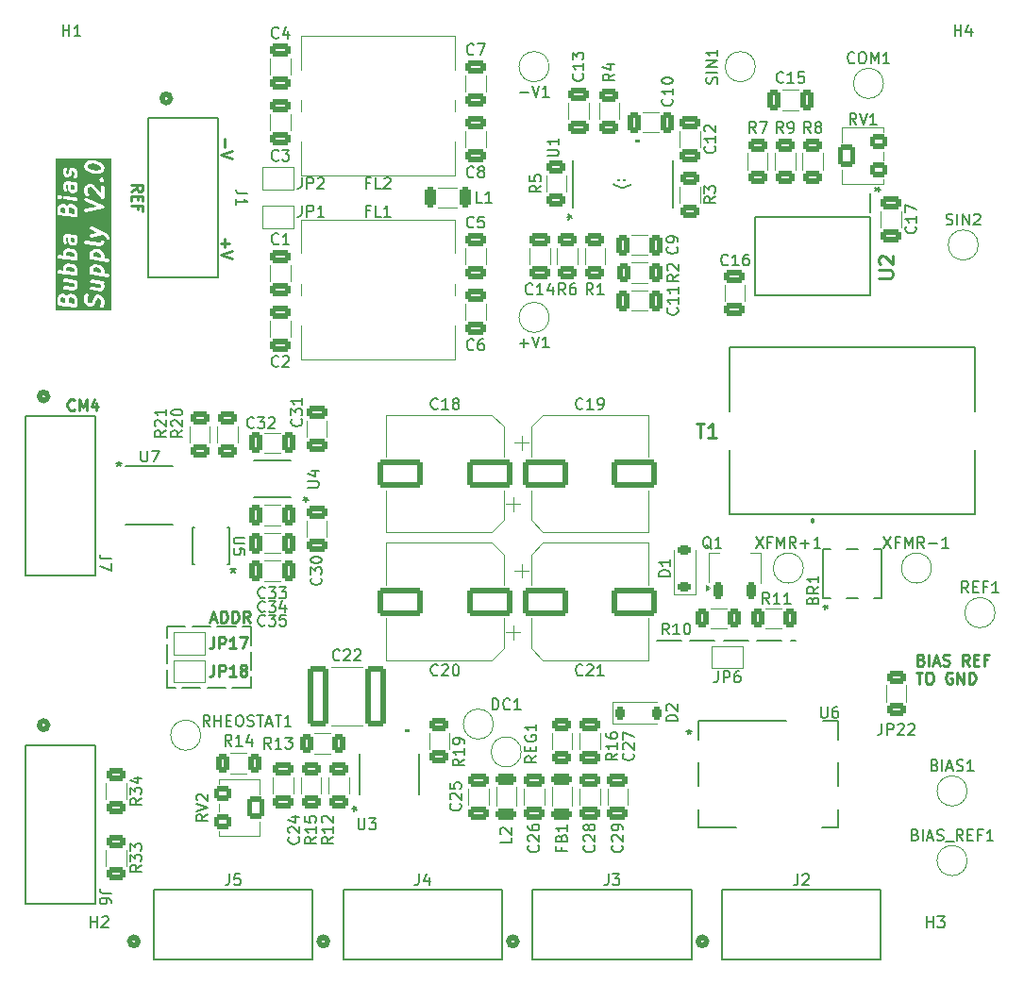
<source format=gto>
G04 #@! TF.GenerationSoftware,KiCad,Pcbnew,9.0.2-9.0.2-0~ubuntu24.04.1*
G04 #@! TF.CreationDate,2025-06-11T14:59:59-05:00*
G04 #@! TF.ProjectId,bias-supply,62696173-2d73-4757-9070-6c792e6b6963,0.1*
G04 #@! TF.SameCoordinates,Original*
G04 #@! TF.FileFunction,Legend,Top*
G04 #@! TF.FilePolarity,Positive*
%FSLAX46Y46*%
G04 Gerber Fmt 4.6, Leading zero omitted, Abs format (unit mm)*
G04 Created by KiCad (PCBNEW 9.0.2-9.0.2-0~ubuntu24.04.1) date 2025-06-11 14:59:59*
%MOMM*%
%LPD*%
G01*
G04 APERTURE LIST*
G04 Aperture macros list*
%AMRoundRect*
0 Rectangle with rounded corners*
0 $1 Rounding radius*
0 $2 $3 $4 $5 $6 $7 $8 $9 X,Y pos of 4 corners*
0 Add a 4 corners polygon primitive as box body*
4,1,4,$2,$3,$4,$5,$6,$7,$8,$9,$2,$3,0*
0 Add four circle primitives for the rounded corners*
1,1,$1+$1,$2,$3*
1,1,$1+$1,$4,$5*
1,1,$1+$1,$6,$7*
1,1,$1+$1,$8,$9*
0 Add four rect primitives between the rounded corners*
20,1,$1+$1,$2,$3,$4,$5,0*
20,1,$1+$1,$4,$5,$6,$7,0*
20,1,$1+$1,$6,$7,$8,$9,0*
20,1,$1+$1,$8,$9,$2,$3,0*%
%AMFreePoly0*
4,1,9,3.862500,-0.866500,0.737500,-0.866500,0.737500,-0.450000,-1.287500,-0.450000,-1.287500,0.450000,0.737500,0.450000,0.737500,0.866500,3.862500,0.866500,3.862500,-0.866500,3.862500,-0.866500,$1*%
G04 Aperture macros list end*
%ADD10C,0.150000*%
%ADD11C,0.200000*%
%ADD12C,0.250000*%
%ADD13C,0.300000*%
%ADD14C,0.254000*%
%ADD15C,0.152400*%
%ADD16C,0.120000*%
%ADD17C,0.508000*%
%ADD18C,0.000000*%
%ADD19R,0.254000X0.609600*%
%ADD20R,2.387600X1.651000*%
%ADD21R,1.000000X1.500000*%
%ADD22RoundRect,0.250000X-0.650000X0.325000X-0.650000X-0.325000X0.650000X-0.325000X0.650000X0.325000X0*%
%ADD23RoundRect,0.250000X0.312500X0.625000X-0.312500X0.625000X-0.312500X-0.625000X0.312500X-0.625000X0*%
%ADD24R,1.257300X0.508000*%
%ADD25R,1.727200X1.701800*%
%ADD26RoundRect,0.225000X-0.225000X-0.375000X0.225000X-0.375000X0.225000X0.375000X-0.225000X0.375000X0*%
%ADD27C,1.270000*%
%ADD28C,2.362200*%
%ADD29C,2.000000*%
%ADD30RoundRect,0.250000X-1.750000X-1.000000X1.750000X-1.000000X1.750000X1.000000X-1.750000X1.000000X0*%
%ADD31RoundRect,0.250000X0.650000X-0.325000X0.650000X0.325000X-0.650000X0.325000X-0.650000X-0.325000X0*%
%ADD32RoundRect,0.250000X-0.625000X0.312500X-0.625000X-0.312500X0.625000X-0.312500X0.625000X0.312500X0*%
%ADD33RoundRect,0.250000X0.625000X-0.312500X0.625000X0.312500X-0.625000X0.312500X-0.625000X-0.312500X0*%
%ADD34R,0.355600X1.473200*%
%ADD35R,3.581400X2.946400*%
%ADD36RoundRect,0.250000X-0.325000X-0.650000X0.325000X-0.650000X0.325000X0.650000X-0.325000X0.650000X0*%
%ADD37RoundRect,0.250000X0.700000X-0.275000X0.700000X0.275000X-0.700000X0.275000X-0.700000X-0.275000X0*%
%ADD38C,6.400000*%
%ADD39RoundRect,0.250000X-0.275000X-0.700000X0.275000X-0.700000X0.275000X0.700000X-0.275000X0.700000X0*%
%ADD40RoundRect,0.250000X0.650000X2.450000X-0.650000X2.450000X-0.650000X-2.450000X0.650000X-2.450000X0*%
%ADD41C,1.214000*%
%ADD42C,2.891000*%
%ADD43RoundRect,0.225000X0.375000X-0.225000X0.375000X0.225000X-0.375000X0.225000X-0.375000X-0.225000X0*%
%ADD44RoundRect,0.250000X1.750000X1.000000X-1.750000X1.000000X-1.750000X-1.000000X1.750000X-1.000000X0*%
%ADD45RoundRect,0.250000X0.550000X-0.400000X0.550000X0.400000X-0.550000X0.400000X-0.550000X-0.400000X0*%
%ADD46RoundRect,0.250000X0.550000X-0.750000X0.550000X0.750000X-0.550000X0.750000X-0.550000X-0.750000X0*%
%ADD47R,0.762000X1.803400*%
%ADD48RoundRect,0.250000X-0.700000X0.275000X-0.700000X-0.275000X0.700000X-0.275000X0.700000X0.275000X0*%
%ADD49RoundRect,0.250000X0.325000X0.650000X-0.325000X0.650000X-0.325000X-0.650000X0.325000X-0.650000X0*%
%ADD50R,0.532600X1.454899*%
%ADD51R,1.600200X1.397000*%
%ADD52R,2.590800X0.711200*%
%ADD53R,7.086600X0.711200*%
%ADD54RoundRect,0.250000X-0.312500X-0.625000X0.312500X-0.625000X0.312500X0.625000X-0.312500X0.625000X0*%
%ADD55RoundRect,0.250000X-0.550000X0.400000X-0.550000X-0.400000X0.550000X-0.400000X0.550000X0.400000X0*%
%ADD56RoundRect,0.250000X-0.550000X0.750000X-0.550000X-0.750000X0.550000X-0.750000X0.550000X0.750000X0*%
%ADD57R,1.460500X0.533400*%
%ADD58R,0.650000X1.750000*%
%ADD59RoundRect,0.225000X0.225000X-0.500000X0.225000X0.500000X-0.225000X0.500000X-0.225000X-0.500000X0*%
%ADD60FreePoly0,90.000000*%
%ADD61R,4.600000X2.250000*%
G04 APERTURE END LIST*
D10*
X27075000Y-67750000D02*
X28725000Y-67750000D01*
X29325000Y-67750000D02*
X30975000Y-67750000D01*
X31575000Y-67750000D02*
X33225000Y-67750000D01*
X33825000Y-67750000D02*
X34575000Y-67750000D01*
X34575000Y-67750000D02*
X34575000Y-69400000D01*
X34575000Y-70000000D02*
X34575000Y-71650000D01*
X34575000Y-72250000D02*
X34575000Y-73250000D01*
X34575000Y-73250000D02*
X32925000Y-73250000D01*
X32325000Y-73250000D02*
X30675000Y-73250000D01*
X30075000Y-73250000D02*
X28425000Y-73250000D01*
X27825000Y-73250000D02*
X27075000Y-73250000D01*
X27075000Y-73250000D02*
X27075000Y-71600000D01*
X27075000Y-71000000D02*
X27075000Y-69350000D01*
X27075000Y-68750000D02*
X27075000Y-67750000D01*
D11*
X71000000Y-69000000D02*
X73200000Y-69000000D01*
X74000000Y-69000000D02*
X76200000Y-69000000D01*
X77000000Y-69000000D02*
X79200000Y-69000000D01*
X80000000Y-69000000D02*
X82200000Y-69000000D01*
X83000000Y-69000000D02*
X83500000Y-69000000D01*
D10*
X67640419Y-27666667D02*
X67592800Y-27714286D01*
X67592800Y-27714286D02*
X67545180Y-27666667D01*
X67545180Y-27666667D02*
X67592800Y-27619048D01*
X67592800Y-27619048D02*
X67640419Y-27666667D01*
X67640419Y-27666667D02*
X67545180Y-27666667D01*
X68164228Y-27666667D02*
X68116609Y-27714286D01*
X68116609Y-27714286D02*
X68068990Y-27666667D01*
X68068990Y-27666667D02*
X68116609Y-27619048D01*
X68116609Y-27619048D02*
X68164228Y-27666667D01*
X68164228Y-27666667D02*
X68068990Y-27666667D01*
X67164228Y-28047619D02*
X67211847Y-28095238D01*
X67211847Y-28095238D02*
X67354704Y-28190476D01*
X67354704Y-28190476D02*
X67449942Y-28238095D01*
X67449942Y-28238095D02*
X67592800Y-28285714D01*
X67592800Y-28285714D02*
X67830895Y-28333333D01*
X67830895Y-28333333D02*
X68021371Y-28333333D01*
X68021371Y-28333333D02*
X68259466Y-28285714D01*
X68259466Y-28285714D02*
X68402323Y-28238095D01*
X68402323Y-28238095D02*
X68497561Y-28190476D01*
X68497561Y-28190476D02*
X68640419Y-28095238D01*
X68640419Y-28095238D02*
X68688038Y-28047619D01*
D12*
X32266333Y-32940476D02*
X32266333Y-33702381D01*
X31885380Y-33321428D02*
X32647285Y-33321428D01*
X32885380Y-34035714D02*
X31885380Y-34369047D01*
X31885380Y-34369047D02*
X32885380Y-34702380D01*
D13*
G36*
X18548758Y-38206297D02*
G01*
X18645270Y-38266618D01*
X18687983Y-38314669D01*
X18735912Y-38416519D01*
X18735912Y-38784499D01*
X18250198Y-38723785D01*
X18250198Y-38381546D01*
X18300264Y-38237602D01*
X18321285Y-38219209D01*
X18403976Y-38188199D01*
X18548758Y-38206297D01*
G37*
G36*
X17763044Y-38179511D02*
G01*
X17859555Y-38239831D01*
X17902267Y-38287882D01*
X17950198Y-38389734D01*
X17950198Y-38686285D01*
X17535912Y-38634499D01*
X17535912Y-38304417D01*
X17576775Y-38227798D01*
X17606999Y-38201352D01*
X17689690Y-38170342D01*
X17763044Y-38179511D01*
G37*
G36*
X20963674Y-35563440D02*
G01*
X21060186Y-35623761D01*
X21102899Y-35671812D01*
X21150828Y-35773662D01*
X21150828Y-35988346D01*
X21145608Y-35998132D01*
X20472813Y-35914033D01*
X20450828Y-35867314D01*
X20450828Y-35652632D01*
X20491692Y-35576011D01*
X20521915Y-35549566D01*
X20604607Y-35518557D01*
X20963674Y-35563440D01*
G37*
G36*
X18548758Y-35492011D02*
G01*
X18645270Y-35552332D01*
X18687983Y-35600383D01*
X18735912Y-35702233D01*
X18735912Y-35916917D01*
X18730692Y-35926703D01*
X18057897Y-35842604D01*
X18035912Y-35795885D01*
X18035912Y-35581203D01*
X18076776Y-35504582D01*
X18106999Y-35478137D01*
X18189691Y-35447128D01*
X18548758Y-35492011D01*
G37*
G36*
X20963674Y-34206297D02*
G01*
X21060186Y-34266618D01*
X21102899Y-34314669D01*
X21150828Y-34416519D01*
X21150828Y-34631203D01*
X21145608Y-34640989D01*
X20472813Y-34556890D01*
X20450828Y-34510171D01*
X20450828Y-34295489D01*
X20491692Y-34218868D01*
X20521915Y-34192423D01*
X20604607Y-34161414D01*
X20963674Y-34206297D01*
G37*
G36*
X18548758Y-34134868D02*
G01*
X18645270Y-34195189D01*
X18687983Y-34243240D01*
X18735912Y-34345090D01*
X18735912Y-34559774D01*
X18730692Y-34569560D01*
X18057897Y-34485461D01*
X18035912Y-34438742D01*
X18035912Y-34224060D01*
X18076776Y-34147439D01*
X18106999Y-34120994D01*
X18189691Y-34089985D01*
X18548758Y-34134868D01*
G37*
G36*
X18713927Y-32869800D02*
G01*
X18735912Y-32916519D01*
X18735912Y-33202631D01*
X18708784Y-33253496D01*
X18653560Y-33274205D01*
X18580208Y-33265036D01*
X18502840Y-33216681D01*
X18464484Y-33135172D01*
X18464484Y-32838620D01*
X18713927Y-32869800D01*
G37*
G36*
X18548758Y-30134868D02*
G01*
X18645270Y-30195189D01*
X18687983Y-30243240D01*
X18735912Y-30345090D01*
X18735912Y-30713070D01*
X18250198Y-30652356D01*
X18250198Y-30310117D01*
X18300264Y-30166173D01*
X18321285Y-30147780D01*
X18403976Y-30116770D01*
X18548758Y-30134868D01*
G37*
G36*
X17763044Y-30108082D02*
G01*
X17859555Y-30168402D01*
X17902267Y-30216453D01*
X17950198Y-30318305D01*
X17950198Y-30614856D01*
X17535912Y-30563070D01*
X17535912Y-30232988D01*
X17576775Y-30156369D01*
X17606999Y-30129923D01*
X17689690Y-30098913D01*
X17763044Y-30108082D01*
G37*
G36*
X18713927Y-28155514D02*
G01*
X18735912Y-28202233D01*
X18735912Y-28488345D01*
X18708784Y-28539210D01*
X18653560Y-28559919D01*
X18580208Y-28550750D01*
X18502840Y-28502395D01*
X18464484Y-28420886D01*
X18464484Y-28124334D01*
X18713927Y-28155514D01*
G37*
G36*
X20693271Y-26243926D02*
G01*
X20948361Y-26339585D01*
X21060186Y-26409476D01*
X21102899Y-26457527D01*
X21150828Y-26559377D01*
X21150828Y-26631204D01*
X21109965Y-26707822D01*
X21079739Y-26734270D01*
X20978987Y-26772052D01*
X20729400Y-26803250D01*
X20408388Y-26763123D01*
X20153289Y-26667462D01*
X20041470Y-26597575D01*
X19998758Y-26549524D01*
X19950828Y-26447672D01*
X19950828Y-26375847D01*
X19991692Y-26299226D01*
X20021915Y-26272781D01*
X20122672Y-26234998D01*
X20372257Y-26203800D01*
X20693271Y-26243926D01*
G37*
G36*
X22117106Y-39332150D02*
G01*
X17069245Y-39332150D01*
X17069245Y-38266917D01*
X17235912Y-38266917D01*
X17235912Y-38766917D01*
X17236677Y-38774688D01*
X17236300Y-38777707D01*
X17237351Y-38781528D01*
X17238794Y-38796181D01*
X17246488Y-38814757D01*
X17251819Y-38834140D01*
X17257592Y-38841562D01*
X17261192Y-38850253D01*
X17275409Y-38864470D01*
X17287750Y-38880337D01*
X17295924Y-38884985D01*
X17302576Y-38891637D01*
X17321150Y-38899330D01*
X17338626Y-38909269D01*
X17352987Y-38912518D01*
X17356648Y-38914035D01*
X17359688Y-38914035D01*
X17367307Y-38915759D01*
X18867306Y-39103259D01*
X18896702Y-39104029D01*
X18905771Y-39101535D01*
X18915176Y-39101535D01*
X18933752Y-39093840D01*
X18953135Y-39088510D01*
X18960557Y-39082736D01*
X18969248Y-39079137D01*
X18983465Y-39064920D01*
X18999332Y-39052579D01*
X19003980Y-39044404D01*
X19010632Y-39037753D01*
X19018325Y-39019178D01*
X19028264Y-39001703D01*
X19029430Y-38992370D01*
X19033030Y-38983681D01*
X19035912Y-38954417D01*
X19035912Y-38382989D01*
X19033030Y-38353725D01*
X19031657Y-38350410D01*
X19031488Y-38346826D01*
X19021635Y-38319120D01*
X18963456Y-38195489D01*
X19650828Y-38195489D01*
X19650828Y-38552632D01*
X19653710Y-38581896D01*
X19655083Y-38585212D01*
X19655253Y-38588796D01*
X19665105Y-38616502D01*
X19736534Y-38768287D01*
X19741695Y-38776936D01*
X19742857Y-38780284D01*
X19747532Y-38786717D01*
X19751603Y-38793538D01*
X19754221Y-38795920D01*
X19760145Y-38804071D01*
X19831573Y-38884428D01*
X19838857Y-38891159D01*
X19840897Y-38894020D01*
X19847262Y-38898927D01*
X19853169Y-38904386D01*
X19856331Y-38905919D01*
X19864185Y-38911974D01*
X20007042Y-39001260D01*
X20033385Y-39014326D01*
X20036506Y-39014848D01*
X20039256Y-39016412D01*
X20067937Y-39022902D01*
X20210795Y-39040759D01*
X20240191Y-39041529D01*
X20246804Y-39039710D01*
X20253656Y-39039943D01*
X20282068Y-39032366D01*
X20424925Y-38978796D01*
X20444204Y-38969317D01*
X20447112Y-38968334D01*
X20449109Y-38966905D01*
X20451314Y-38965822D01*
X20453556Y-38963726D01*
X20471033Y-38951232D01*
X20542461Y-38888732D01*
X20557432Y-38872783D01*
X20559724Y-38870899D01*
X20561006Y-38868975D01*
X20562587Y-38867292D01*
X20563900Y-38864635D01*
X20576038Y-38846434D01*
X20647467Y-38712506D01*
X20649106Y-38708536D01*
X20650253Y-38707014D01*
X20654254Y-38696076D01*
X20658695Y-38685328D01*
X20658879Y-38683434D01*
X20660356Y-38679399D01*
X20727313Y-38419934D01*
X20777406Y-38326012D01*
X20807630Y-38299566D01*
X20890322Y-38268557D01*
X20963675Y-38277726D01*
X21060185Y-38338045D01*
X21102899Y-38386098D01*
X21150828Y-38487948D01*
X21150828Y-38786219D01*
X21087725Y-38967639D01*
X21080834Y-38996226D01*
X21084225Y-39054655D01*
X21109717Y-39107337D01*
X21153429Y-39146256D01*
X21208709Y-39165483D01*
X21267138Y-39162092D01*
X21319820Y-39136600D01*
X21358739Y-39092888D01*
X21371075Y-39066195D01*
X21442503Y-38860837D01*
X21446466Y-38844396D01*
X21447946Y-38840824D01*
X21448373Y-38836485D01*
X21449394Y-38832251D01*
X21449170Y-38828393D01*
X21450828Y-38811560D01*
X21450828Y-38454417D01*
X21447946Y-38425153D01*
X21446573Y-38421838D01*
X21446404Y-38418254D01*
X21436551Y-38390548D01*
X21365123Y-38238763D01*
X21359959Y-38230110D01*
X21358799Y-38226764D01*
X21354128Y-38220337D01*
X21350055Y-38213511D01*
X21347433Y-38211126D01*
X21341512Y-38202978D01*
X21270083Y-38122620D01*
X21262796Y-38115885D01*
X21260758Y-38113028D01*
X21254398Y-38108125D01*
X21248487Y-38102662D01*
X21245321Y-38101127D01*
X21237470Y-38095074D01*
X21094613Y-38005789D01*
X21068270Y-37992723D01*
X21065149Y-37992200D01*
X21062400Y-37990637D01*
X21033719Y-37984147D01*
X20890862Y-37966290D01*
X20861467Y-37965520D01*
X20854853Y-37967338D01*
X20848001Y-37967106D01*
X20819589Y-37974683D01*
X20676732Y-38028254D01*
X20657451Y-38037732D01*
X20654546Y-38038715D01*
X20652549Y-38040142D01*
X20650343Y-38041227D01*
X20648098Y-38043323D01*
X20630624Y-38055816D01*
X20559196Y-38118316D01*
X20544223Y-38134265D01*
X20541932Y-38136150D01*
X20540649Y-38138073D01*
X20539070Y-38139756D01*
X20537757Y-38142410D01*
X20525618Y-38160615D01*
X20454189Y-38294544D01*
X20452549Y-38298511D01*
X20451403Y-38300035D01*
X20447400Y-38310976D01*
X20442961Y-38321721D01*
X20442776Y-38323614D01*
X20441300Y-38327650D01*
X20374341Y-38587115D01*
X20324250Y-38681036D01*
X20294025Y-38707483D01*
X20211336Y-38738491D01*
X20137981Y-38729322D01*
X20041470Y-38669002D01*
X19998756Y-38620948D01*
X19950828Y-38519100D01*
X19950828Y-38220829D01*
X20013931Y-38039410D01*
X20020823Y-38010824D01*
X20017432Y-37952395D01*
X19991941Y-37899712D01*
X19948228Y-37860793D01*
X19892949Y-37841566D01*
X19834520Y-37844957D01*
X19781837Y-37870448D01*
X19742919Y-37914161D01*
X19730583Y-37940854D01*
X19659154Y-38146211D01*
X19655190Y-38162651D01*
X19653710Y-38166225D01*
X19653282Y-38170563D01*
X19652262Y-38174797D01*
X19652485Y-38178654D01*
X19650828Y-38195489D01*
X18963456Y-38195489D01*
X18950207Y-38167334D01*
X18945044Y-38158682D01*
X18943883Y-38155334D01*
X18939210Y-38148905D01*
X18935139Y-38142082D01*
X18932517Y-38139697D01*
X18926595Y-38131548D01*
X18855166Y-38051191D01*
X18847883Y-38044460D01*
X18845843Y-38041600D01*
X18839473Y-38036689D01*
X18833570Y-38031234D01*
X18830410Y-38029701D01*
X18822555Y-38023646D01*
X18679698Y-37934360D01*
X18653355Y-37921294D01*
X18650233Y-37920771D01*
X18647484Y-37919208D01*
X18618804Y-37912718D01*
X18404517Y-37885932D01*
X18375122Y-37885162D01*
X18368508Y-37886980D01*
X18361656Y-37886748D01*
X18333243Y-37894325D01*
X18190386Y-37947897D01*
X18171108Y-37957374D01*
X18168201Y-37958358D01*
X18166202Y-37959786D01*
X18163997Y-37960871D01*
X18161754Y-37962966D01*
X18144279Y-37975459D01*
X18077716Y-38033702D01*
X18069453Y-38024406D01*
X18062168Y-38017674D01*
X18060129Y-38014814D01*
X18053763Y-38009906D01*
X18047857Y-38004448D01*
X18044694Y-38002914D01*
X18036841Y-37996860D01*
X17893984Y-37907574D01*
X17867641Y-37894508D01*
X17864519Y-37893985D01*
X17861770Y-37892422D01*
X17833089Y-37885932D01*
X17690231Y-37868075D01*
X17660835Y-37867305D01*
X17654221Y-37869123D01*
X17647370Y-37868891D01*
X17618957Y-37876468D01*
X17476100Y-37930040D01*
X17456824Y-37939516D01*
X17453914Y-37940501D01*
X17451913Y-37941930D01*
X17449711Y-37943014D01*
X17447469Y-37945108D01*
X17429993Y-37957603D01*
X17358565Y-38020103D01*
X17343587Y-38036057D01*
X17341303Y-38037936D01*
X17340024Y-38039852D01*
X17338439Y-38041542D01*
X17337121Y-38044206D01*
X17324988Y-38062401D01*
X17253559Y-38196328D01*
X17242331Y-38223506D01*
X17241615Y-38230842D01*
X17238794Y-38237653D01*
X17235912Y-38266917D01*
X17069245Y-38266917D01*
X17069245Y-36697350D01*
X17736300Y-36697350D01*
X17751819Y-36753783D01*
X17787750Y-36799980D01*
X17838626Y-36828912D01*
X17867307Y-36835402D01*
X18668442Y-36935543D01*
X18687983Y-36957526D01*
X18735912Y-37059376D01*
X18735912Y-37202632D01*
X18708783Y-37253497D01*
X18653561Y-37274206D01*
X17904517Y-37180575D01*
X17875122Y-37179805D01*
X17818689Y-37195323D01*
X17772492Y-37231255D01*
X17743560Y-37282131D01*
X17736300Y-37340207D01*
X17751818Y-37396640D01*
X17787750Y-37442837D01*
X17838626Y-37471769D01*
X17867307Y-37478259D01*
X18653021Y-37576474D01*
X18682416Y-37577244D01*
X18689029Y-37575425D01*
X18695882Y-37575658D01*
X18724295Y-37568081D01*
X18867152Y-37514509D01*
X18881562Y-37507424D01*
X18885314Y-37506283D01*
X18887439Y-37504535D01*
X18893541Y-37501536D01*
X18911521Y-37484735D01*
X18930523Y-37469113D01*
X18934293Y-37463458D01*
X18936306Y-37461578D01*
X18937929Y-37458005D01*
X18946837Y-37444648D01*
X19018265Y-37310720D01*
X19029493Y-37283543D01*
X19030208Y-37276207D01*
X19033030Y-37269396D01*
X19035912Y-37240132D01*
X19035912Y-37025846D01*
X19033030Y-36996582D01*
X19031657Y-36993267D01*
X19031488Y-36989683D01*
X19021635Y-36961977D01*
X18997657Y-36911024D01*
X18999332Y-36909722D01*
X19028264Y-36858846D01*
X19035523Y-36800770D01*
X19026726Y-36768779D01*
X20151216Y-36768779D01*
X20166735Y-36825212D01*
X20202666Y-36871409D01*
X20253542Y-36900341D01*
X20282223Y-36906831D01*
X21083358Y-37006972D01*
X21102899Y-37028955D01*
X21150828Y-37130805D01*
X21150828Y-37274061D01*
X21123699Y-37324926D01*
X21068477Y-37345635D01*
X20319433Y-37252004D01*
X20290038Y-37251234D01*
X20233605Y-37266752D01*
X20187408Y-37302684D01*
X20158476Y-37353560D01*
X20151216Y-37411636D01*
X20166734Y-37468069D01*
X20202666Y-37514266D01*
X20253542Y-37543198D01*
X20282223Y-37549688D01*
X21067937Y-37647903D01*
X21097332Y-37648673D01*
X21103945Y-37646854D01*
X21110798Y-37647087D01*
X21139211Y-37639510D01*
X21282068Y-37585938D01*
X21296478Y-37578853D01*
X21300230Y-37577712D01*
X21302355Y-37575964D01*
X21308457Y-37572965D01*
X21326437Y-37556164D01*
X21345439Y-37540542D01*
X21349209Y-37534887D01*
X21351222Y-37533007D01*
X21352845Y-37529434D01*
X21361753Y-37516077D01*
X21433181Y-37382149D01*
X21444409Y-37354972D01*
X21445124Y-37347636D01*
X21447946Y-37340825D01*
X21450828Y-37311561D01*
X21450828Y-37097275D01*
X21447946Y-37068011D01*
X21446573Y-37064696D01*
X21446404Y-37061112D01*
X21436551Y-37033406D01*
X21412573Y-36982453D01*
X21414248Y-36981151D01*
X21443180Y-36930275D01*
X21450439Y-36872199D01*
X21434921Y-36815766D01*
X21398990Y-36769569D01*
X21348114Y-36740637D01*
X21319433Y-36734147D01*
X20319433Y-36609147D01*
X20290038Y-36608377D01*
X20233605Y-36623896D01*
X20187408Y-36659827D01*
X20158476Y-36710703D01*
X20151216Y-36768779D01*
X19026726Y-36768779D01*
X19020005Y-36744337D01*
X18984074Y-36698140D01*
X18933198Y-36669208D01*
X18904517Y-36662718D01*
X17904517Y-36537718D01*
X17875122Y-36536948D01*
X17818689Y-36552467D01*
X17772492Y-36588398D01*
X17743560Y-36639274D01*
X17736300Y-36697350D01*
X17069245Y-36697350D01*
X17069245Y-35920564D01*
X17236300Y-35920564D01*
X17251819Y-35976997D01*
X17287750Y-36023194D01*
X17338626Y-36052126D01*
X17367307Y-36058616D01*
X18867306Y-36246116D01*
X18896702Y-36246886D01*
X18953135Y-36231367D01*
X18999332Y-36195436D01*
X19028264Y-36144560D01*
X19035523Y-36086484D01*
X19020005Y-36030051D01*
X19017376Y-36026670D01*
X19018265Y-36025004D01*
X19029494Y-35997827D01*
X19030209Y-35990489D01*
X19033030Y-35983681D01*
X19035912Y-35954417D01*
X19035912Y-35668703D01*
X19033030Y-35639439D01*
X19031657Y-35636124D01*
X19031488Y-35632540D01*
X19025297Y-35615132D01*
X20150828Y-35615132D01*
X20150828Y-35900846D01*
X20153710Y-35930110D01*
X20155082Y-35933424D01*
X20155252Y-35937010D01*
X20165105Y-35964716D01*
X20170266Y-35975683D01*
X20158476Y-35996417D01*
X20151216Y-36054493D01*
X20166735Y-36110926D01*
X20202666Y-36157123D01*
X20253542Y-36186055D01*
X20282223Y-36192545D01*
X21782222Y-36380045D01*
X21811618Y-36380815D01*
X21868051Y-36365296D01*
X21914248Y-36329365D01*
X21943180Y-36278489D01*
X21950439Y-36220413D01*
X21934921Y-36163980D01*
X21898990Y-36117783D01*
X21848113Y-36088851D01*
X21819433Y-36082361D01*
X21449812Y-36036158D01*
X21450828Y-36025846D01*
X21450828Y-35740132D01*
X21447946Y-35710868D01*
X21446573Y-35707553D01*
X21446404Y-35703969D01*
X21436551Y-35676263D01*
X21365123Y-35524477D01*
X21359960Y-35515825D01*
X21358799Y-35512477D01*
X21354126Y-35506048D01*
X21350055Y-35499225D01*
X21347433Y-35496840D01*
X21341511Y-35488691D01*
X21270082Y-35408334D01*
X21262799Y-35401603D01*
X21260759Y-35398743D01*
X21254389Y-35393832D01*
X21248486Y-35388377D01*
X21245326Y-35386844D01*
X21237471Y-35380789D01*
X21094614Y-35291503D01*
X21068271Y-35278437D01*
X21065147Y-35277914D01*
X21062399Y-35276351D01*
X21033719Y-35269861D01*
X20605147Y-35216290D01*
X20575752Y-35215520D01*
X20569138Y-35217338D01*
X20562286Y-35217106D01*
X20533874Y-35224683D01*
X20391017Y-35278254D01*
X20371739Y-35287731D01*
X20368830Y-35288715D01*
X20366831Y-35290143D01*
X20364628Y-35291227D01*
X20362385Y-35293322D01*
X20344909Y-35305817D01*
X20273481Y-35368317D01*
X20258506Y-35384268D01*
X20256218Y-35386150D01*
X20254937Y-35388070D01*
X20253355Y-35389756D01*
X20252039Y-35392416D01*
X20239904Y-35410615D01*
X20168475Y-35544544D01*
X20157247Y-35571721D01*
X20156531Y-35579056D01*
X20153710Y-35585868D01*
X20150828Y-35615132D01*
X19025297Y-35615132D01*
X19021635Y-35604834D01*
X18950207Y-35453048D01*
X18945044Y-35444396D01*
X18943883Y-35441048D01*
X18939210Y-35434619D01*
X18935139Y-35427796D01*
X18932517Y-35425411D01*
X18926595Y-35417262D01*
X18855166Y-35336905D01*
X18847883Y-35330174D01*
X18845843Y-35327314D01*
X18839473Y-35322403D01*
X18833570Y-35316948D01*
X18830410Y-35315415D01*
X18822555Y-35309360D01*
X18679698Y-35220074D01*
X18653355Y-35207008D01*
X18650231Y-35206485D01*
X18647483Y-35204922D01*
X18618803Y-35198432D01*
X18190231Y-35144861D01*
X18160836Y-35144091D01*
X18154222Y-35145909D01*
X18147370Y-35145677D01*
X18118958Y-35153254D01*
X17976101Y-35206825D01*
X17956823Y-35216302D01*
X17953914Y-35217286D01*
X17951915Y-35218714D01*
X17949712Y-35219798D01*
X17947469Y-35221893D01*
X17929993Y-35234388D01*
X17858565Y-35296888D01*
X17843590Y-35312839D01*
X17841302Y-35314721D01*
X17840021Y-35316641D01*
X17838439Y-35318327D01*
X17837123Y-35320987D01*
X17824988Y-35339186D01*
X17753559Y-35473115D01*
X17742331Y-35500292D01*
X17741615Y-35507627D01*
X17738794Y-35514439D01*
X17735912Y-35543703D01*
X17735912Y-35802356D01*
X17404517Y-35760932D01*
X17375122Y-35760162D01*
X17318689Y-35775681D01*
X17272492Y-35811612D01*
X17243560Y-35862488D01*
X17236300Y-35920564D01*
X17069245Y-35920564D01*
X17069245Y-34563421D01*
X17236300Y-34563421D01*
X17251819Y-34619854D01*
X17287750Y-34666051D01*
X17338626Y-34694983D01*
X17367307Y-34701473D01*
X18867306Y-34888973D01*
X18896702Y-34889743D01*
X18953135Y-34874224D01*
X18999332Y-34838293D01*
X19028264Y-34787417D01*
X19035523Y-34729341D01*
X19020005Y-34672908D01*
X19017376Y-34669527D01*
X19018265Y-34667861D01*
X19029494Y-34640684D01*
X19030209Y-34633346D01*
X19033030Y-34626538D01*
X19035912Y-34597274D01*
X19035912Y-34311560D01*
X19033030Y-34282296D01*
X19031657Y-34278981D01*
X19031488Y-34275397D01*
X19025297Y-34257989D01*
X20150828Y-34257989D01*
X20150828Y-34543703D01*
X20153710Y-34572967D01*
X20155082Y-34576281D01*
X20155252Y-34579867D01*
X20165105Y-34607573D01*
X20170266Y-34618540D01*
X20158476Y-34639274D01*
X20151216Y-34697350D01*
X20166735Y-34753783D01*
X20202666Y-34799980D01*
X20253542Y-34828912D01*
X20282223Y-34835402D01*
X21782222Y-35022902D01*
X21811618Y-35023672D01*
X21868051Y-35008153D01*
X21914248Y-34972222D01*
X21943180Y-34921346D01*
X21950439Y-34863270D01*
X21934921Y-34806837D01*
X21898990Y-34760640D01*
X21848113Y-34731708D01*
X21819433Y-34725218D01*
X21449812Y-34679015D01*
X21450828Y-34668703D01*
X21450828Y-34382989D01*
X21447946Y-34353725D01*
X21446573Y-34350410D01*
X21446404Y-34346826D01*
X21436551Y-34319120D01*
X21365123Y-34167334D01*
X21359960Y-34158682D01*
X21358799Y-34155334D01*
X21354126Y-34148905D01*
X21350055Y-34142082D01*
X21347433Y-34139697D01*
X21341511Y-34131548D01*
X21270082Y-34051191D01*
X21262799Y-34044460D01*
X21260759Y-34041600D01*
X21254389Y-34036689D01*
X21248486Y-34031234D01*
X21245326Y-34029701D01*
X21237471Y-34023646D01*
X21094614Y-33934360D01*
X21068271Y-33921294D01*
X21065147Y-33920771D01*
X21062399Y-33919208D01*
X21033719Y-33912718D01*
X20605147Y-33859147D01*
X20575752Y-33858377D01*
X20569138Y-33860195D01*
X20562286Y-33859963D01*
X20533874Y-33867540D01*
X20391017Y-33921111D01*
X20371739Y-33930588D01*
X20368830Y-33931572D01*
X20366831Y-33933000D01*
X20364628Y-33934084D01*
X20362385Y-33936179D01*
X20344909Y-33948674D01*
X20273481Y-34011174D01*
X20258506Y-34027125D01*
X20256218Y-34029007D01*
X20254937Y-34030927D01*
X20253355Y-34032613D01*
X20252039Y-34035273D01*
X20239904Y-34053472D01*
X20168475Y-34187401D01*
X20157247Y-34214578D01*
X20156531Y-34221913D01*
X20153710Y-34228725D01*
X20150828Y-34257989D01*
X19025297Y-34257989D01*
X19021635Y-34247691D01*
X18950207Y-34095905D01*
X18945044Y-34087253D01*
X18943883Y-34083905D01*
X18939210Y-34077476D01*
X18935139Y-34070653D01*
X18932517Y-34068268D01*
X18926595Y-34060119D01*
X18855166Y-33979762D01*
X18847883Y-33973031D01*
X18845843Y-33970171D01*
X18839473Y-33965260D01*
X18833570Y-33959805D01*
X18830410Y-33958272D01*
X18822555Y-33952217D01*
X18679698Y-33862931D01*
X18653355Y-33849865D01*
X18650231Y-33849342D01*
X18647483Y-33847779D01*
X18618803Y-33841289D01*
X18190231Y-33787718D01*
X18160836Y-33786948D01*
X18154222Y-33788766D01*
X18147370Y-33788534D01*
X18118958Y-33796111D01*
X17976101Y-33849682D01*
X17956823Y-33859159D01*
X17953914Y-33860143D01*
X17951915Y-33861571D01*
X17949712Y-33862655D01*
X17947469Y-33864750D01*
X17929993Y-33877245D01*
X17858565Y-33939745D01*
X17843590Y-33955696D01*
X17841302Y-33957578D01*
X17840021Y-33959498D01*
X17838439Y-33961184D01*
X17837123Y-33963844D01*
X17824988Y-33982043D01*
X17753559Y-34115972D01*
X17742331Y-34143149D01*
X17741615Y-34150484D01*
X17738794Y-34157296D01*
X17735912Y-34186560D01*
X17735912Y-34445213D01*
X17404517Y-34403789D01*
X17375122Y-34403019D01*
X17318689Y-34418538D01*
X17272492Y-34454469D01*
X17243560Y-34505345D01*
X17236300Y-34563421D01*
X17069245Y-34563421D01*
X17069245Y-32829417D01*
X17735912Y-32829417D01*
X17735912Y-33115131D01*
X17738794Y-33144395D01*
X17740166Y-33147709D01*
X17740336Y-33151295D01*
X17750189Y-33179001D01*
X17821618Y-33330787D01*
X17836687Y-33356038D01*
X17879976Y-33395426D01*
X17935043Y-33415250D01*
X17993505Y-33412493D01*
X18046462Y-33387571D01*
X18085850Y-33344282D01*
X18105674Y-33289215D01*
X18102917Y-33230753D01*
X18093064Y-33203047D01*
X18035912Y-33081599D01*
X18035912Y-32866917D01*
X18063041Y-32816050D01*
X18118263Y-32795342D01*
X18142498Y-32798372D01*
X18164484Y-32845091D01*
X18164484Y-33168703D01*
X18167366Y-33197967D01*
X18168738Y-33201281D01*
X18168908Y-33204867D01*
X18178761Y-33232572D01*
X18250189Y-33384358D01*
X18265257Y-33409609D01*
X18275268Y-33418718D01*
X18283124Y-33429734D01*
X18306412Y-33447688D01*
X18449269Y-33536974D01*
X18475612Y-33550040D01*
X18478733Y-33550562D01*
X18481483Y-33552126D01*
X18510164Y-33558616D01*
X18653021Y-33576473D01*
X18682417Y-33577243D01*
X18689030Y-33575424D01*
X18695881Y-33575657D01*
X18724294Y-33568081D01*
X18867152Y-33514510D01*
X18881562Y-33507425D01*
X18885315Y-33506283D01*
X18887440Y-33504535D01*
X18893541Y-33501536D01*
X18911518Y-33484738D01*
X18930523Y-33469113D01*
X18934293Y-33463458D01*
X18936306Y-33461578D01*
X18937930Y-33458005D01*
X18946837Y-33444648D01*
X19018265Y-33310718D01*
X19029494Y-33283541D01*
X19030062Y-33277707D01*
X19651216Y-33277707D01*
X19666735Y-33334140D01*
X19702666Y-33380337D01*
X19753542Y-33409269D01*
X19782223Y-33415759D01*
X21067937Y-33576474D01*
X21097332Y-33577244D01*
X21103945Y-33575425D01*
X21110798Y-33575658D01*
X21139211Y-33568081D01*
X21282068Y-33514509D01*
X21296478Y-33507424D01*
X21300230Y-33506283D01*
X21302355Y-33504535D01*
X21308457Y-33501536D01*
X21326437Y-33484735D01*
X21345439Y-33469113D01*
X21349209Y-33463458D01*
X21351222Y-33461578D01*
X21352845Y-33458005D01*
X21361753Y-33444648D01*
X21433181Y-33310720D01*
X21444409Y-33283543D01*
X21450092Y-33225292D01*
X21433051Y-33169302D01*
X21395881Y-33124093D01*
X21344239Y-33096551D01*
X21285988Y-33090868D01*
X21229998Y-33107909D01*
X21184789Y-33145079D01*
X21168475Y-33169544D01*
X21123699Y-33253497D01*
X21068477Y-33274206D01*
X19819433Y-33118075D01*
X19790038Y-33117305D01*
X19733605Y-33132824D01*
X19687408Y-33168755D01*
X19658476Y-33219631D01*
X19651216Y-33277707D01*
X19030062Y-33277707D01*
X19030209Y-33276203D01*
X19033030Y-33269395D01*
X19035912Y-33240131D01*
X19035912Y-32882988D01*
X19033030Y-32853724D01*
X19031657Y-32850409D01*
X19031488Y-32846825D01*
X19021635Y-32819119D01*
X19016473Y-32808151D01*
X19028265Y-32787417D01*
X19035524Y-32729341D01*
X19025069Y-32691322D01*
X20150903Y-32691322D01*
X20164138Y-32748334D01*
X20198183Y-32795940D01*
X20247853Y-32826894D01*
X20305590Y-32836485D01*
X20334747Y-32832675D01*
X21280453Y-32613136D01*
X21564030Y-32762015D01*
X21602899Y-32805741D01*
X21665105Y-32937930D01*
X21680173Y-32963181D01*
X21723463Y-33002570D01*
X21778529Y-33022393D01*
X21836992Y-33019636D01*
X21889949Y-32994715D01*
X21929337Y-32951425D01*
X21949161Y-32896359D01*
X21946404Y-32837897D01*
X21936551Y-32810191D01*
X21865123Y-32658406D01*
X21859960Y-32649754D01*
X21858799Y-32646406D01*
X21854126Y-32639977D01*
X21850055Y-32633154D01*
X21847433Y-32630769D01*
X21841511Y-32622620D01*
X21770082Y-32542263D01*
X21754211Y-32527597D01*
X21752267Y-32525263D01*
X21750252Y-32523938D01*
X21748486Y-32522306D01*
X21745757Y-32520983D01*
X21727696Y-32509108D01*
X21370553Y-32321608D01*
X21368166Y-32320640D01*
X21365973Y-32319303D01*
X20365973Y-31837160D01*
X20338361Y-31827046D01*
X20279927Y-31823738D01*
X20224677Y-31843043D01*
X20181018Y-31882022D01*
X20155599Y-31934742D01*
X20152291Y-31993176D01*
X20171596Y-32048426D01*
X20210575Y-32092085D01*
X20235683Y-32107390D01*
X20852108Y-32404595D01*
X20266909Y-32540445D01*
X20239054Y-32549870D01*
X20191448Y-32583915D01*
X20160494Y-32633585D01*
X20150903Y-32691322D01*
X19025069Y-32691322D01*
X19020006Y-32672908D01*
X18984074Y-32626711D01*
X18933198Y-32597779D01*
X18904518Y-32591289D01*
X18118803Y-32493075D01*
X18089408Y-32492305D01*
X18082794Y-32494123D01*
X18075942Y-32493891D01*
X18047530Y-32501468D01*
X17904673Y-32555039D01*
X17890262Y-32562123D01*
X17886511Y-32563265D01*
X17884385Y-32565012D01*
X17878284Y-32568012D01*
X17860303Y-32584812D01*
X17841302Y-32600435D01*
X17837531Y-32606089D01*
X17835519Y-32607970D01*
X17833895Y-32611542D01*
X17824988Y-32624900D01*
X17753559Y-32758829D01*
X17742331Y-32786006D01*
X17741615Y-32793341D01*
X17738794Y-32800153D01*
X17735912Y-32829417D01*
X17069245Y-32829417D01*
X17069245Y-30195488D01*
X17235912Y-30195488D01*
X17235912Y-30695488D01*
X17236677Y-30703259D01*
X17236300Y-30706278D01*
X17237351Y-30710099D01*
X17238794Y-30724752D01*
X17246488Y-30743328D01*
X17251819Y-30762711D01*
X17257592Y-30770133D01*
X17261192Y-30778824D01*
X17275409Y-30793041D01*
X17287750Y-30808908D01*
X17295924Y-30813556D01*
X17302576Y-30820208D01*
X17321150Y-30827901D01*
X17338626Y-30837840D01*
X17352987Y-30841089D01*
X17356648Y-30842606D01*
X17359688Y-30842606D01*
X17367307Y-30844330D01*
X18867306Y-31031830D01*
X18896702Y-31032600D01*
X18905771Y-31030106D01*
X18915176Y-31030106D01*
X18933752Y-31022411D01*
X18953135Y-31017081D01*
X18960557Y-31011307D01*
X18969248Y-31007708D01*
X18983465Y-30993491D01*
X18999332Y-30981150D01*
X19003980Y-30972975D01*
X19010632Y-30966324D01*
X19018325Y-30947749D01*
X19028264Y-30930274D01*
X19029430Y-30920941D01*
X19033030Y-30912252D01*
X19035912Y-30882988D01*
X19035912Y-30411131D01*
X19650834Y-30411131D01*
X19662771Y-30468429D01*
X19695726Y-30516796D01*
X19744681Y-30548870D01*
X19802184Y-30559769D01*
X19831421Y-30556622D01*
X21331421Y-30244122D01*
X21359482Y-30235332D01*
X21368854Y-30228946D01*
X21379484Y-30224998D01*
X21392814Y-30212620D01*
X21407849Y-30202377D01*
X21414064Y-30192890D01*
X21422374Y-30185175D01*
X21429952Y-30168640D01*
X21439923Y-30153422D01*
X21442035Y-30142277D01*
X21446760Y-30131969D01*
X21447434Y-30113793D01*
X21450822Y-30095919D01*
X21448508Y-30084815D01*
X21448929Y-30073482D01*
X21442595Y-30056429D01*
X21438885Y-30038621D01*
X21432499Y-30029249D01*
X21428551Y-30018619D01*
X21416170Y-30005284D01*
X21405929Y-29990254D01*
X21396446Y-29984041D01*
X21388728Y-29975728D01*
X21363326Y-29960915D01*
X19863326Y-29273415D01*
X19835523Y-29263842D01*
X19777035Y-29261674D01*
X19722172Y-29282052D01*
X19679281Y-29321875D01*
X19654895Y-29375080D01*
X19652727Y-29433568D01*
X19673105Y-29488431D01*
X19712928Y-29531322D01*
X19738330Y-29546135D01*
X20823489Y-30043500D01*
X19770235Y-30262928D01*
X19742174Y-30271718D01*
X19693807Y-30304673D01*
X19661733Y-30353628D01*
X19650834Y-30411131D01*
X19035912Y-30411131D01*
X19035912Y-30311560D01*
X19033030Y-30282296D01*
X19031657Y-30278981D01*
X19031488Y-30275397D01*
X19021635Y-30247691D01*
X18950207Y-30095905D01*
X18945044Y-30087253D01*
X18943883Y-30083905D01*
X18939210Y-30077476D01*
X18935139Y-30070653D01*
X18932517Y-30068268D01*
X18926595Y-30060119D01*
X18855166Y-29979762D01*
X18847883Y-29973031D01*
X18845843Y-29970171D01*
X18839473Y-29965260D01*
X18833570Y-29959805D01*
X18830410Y-29958272D01*
X18822555Y-29952217D01*
X18679698Y-29862931D01*
X18653355Y-29849865D01*
X18650233Y-29849342D01*
X18647484Y-29847779D01*
X18618804Y-29841289D01*
X18404517Y-29814503D01*
X18375122Y-29813733D01*
X18368508Y-29815551D01*
X18361656Y-29815319D01*
X18333243Y-29822896D01*
X18190386Y-29876468D01*
X18171108Y-29885945D01*
X18168201Y-29886929D01*
X18166202Y-29888357D01*
X18163997Y-29889442D01*
X18161754Y-29891537D01*
X18144279Y-29904030D01*
X18077716Y-29962273D01*
X18069453Y-29952977D01*
X18062168Y-29946245D01*
X18060129Y-29943385D01*
X18053763Y-29938477D01*
X18047857Y-29933019D01*
X18044694Y-29931485D01*
X18036841Y-29925431D01*
X17893984Y-29836145D01*
X17867641Y-29823079D01*
X17864519Y-29822556D01*
X17861770Y-29820993D01*
X17833089Y-29814503D01*
X17690231Y-29796646D01*
X17660835Y-29795876D01*
X17654221Y-29797694D01*
X17647370Y-29797462D01*
X17618957Y-29805039D01*
X17476100Y-29858611D01*
X17456824Y-29868087D01*
X17453914Y-29869072D01*
X17451913Y-29870501D01*
X17449711Y-29871585D01*
X17447469Y-29873679D01*
X17429993Y-29886174D01*
X17358565Y-29948674D01*
X17343587Y-29964628D01*
X17341303Y-29966507D01*
X17340024Y-29968423D01*
X17338439Y-29970113D01*
X17337121Y-29972777D01*
X17324988Y-29990972D01*
X17253559Y-30124899D01*
X17242331Y-30152077D01*
X17241615Y-30159413D01*
X17238794Y-30166224D01*
X17235912Y-30195488D01*
X17069245Y-30195488D01*
X17069245Y-29206278D01*
X17236300Y-29206278D01*
X17237465Y-29210515D01*
X17237173Y-29214900D01*
X17237364Y-29215467D01*
X17237330Y-29216062D01*
X17245339Y-29239148D01*
X17251819Y-29262711D01*
X17254515Y-29266178D01*
X17255924Y-29270342D01*
X17256317Y-29270791D01*
X17256513Y-29271356D01*
X17273801Y-29295143D01*
X17345230Y-29375500D01*
X17365202Y-29393956D01*
X17365894Y-29394747D01*
X17366246Y-29394921D01*
X17366826Y-29395457D01*
X17392529Y-29407918D01*
X17418357Y-29420691D01*
X17418955Y-29420730D01*
X17419490Y-29420990D01*
X17448070Y-29422671D01*
X17476754Y-29424583D01*
X17477318Y-29424391D01*
X17477915Y-29424427D01*
X17505002Y-29415029D01*
X17532196Y-29405833D01*
X17532841Y-29405371D01*
X17533209Y-29405244D01*
X17533986Y-29404553D01*
X17556117Y-29388731D01*
X17627545Y-29326231D01*
X17639139Y-29313879D01*
X17642190Y-29311507D01*
X17643455Y-29309281D01*
X17647671Y-29304791D01*
X17647934Y-29304257D01*
X17648381Y-29303861D01*
X17659043Y-29281870D01*
X17666488Y-29268778D01*
X17736300Y-29268778D01*
X17751819Y-29325211D01*
X17787750Y-29371408D01*
X17838626Y-29400340D01*
X17867307Y-29406830D01*
X18867307Y-29531830D01*
X18896702Y-29532600D01*
X18953135Y-29517081D01*
X18999332Y-29481150D01*
X19028264Y-29430274D01*
X19035523Y-29372198D01*
X19020005Y-29315765D01*
X18984074Y-29269568D01*
X18933198Y-29240636D01*
X18904517Y-29234146D01*
X17904517Y-29109146D01*
X17875122Y-29108376D01*
X17818689Y-29123895D01*
X17772492Y-29159826D01*
X17743560Y-29210702D01*
X17736300Y-29268778D01*
X17666488Y-29268778D01*
X17671121Y-29260631D01*
X17671666Y-29256268D01*
X17673615Y-29252328D01*
X17673654Y-29251734D01*
X17673915Y-29251197D01*
X17675350Y-29226799D01*
X17678381Y-29202555D01*
X17677215Y-29198317D01*
X17677508Y-29193932D01*
X17677316Y-29193367D01*
X17677352Y-29192772D01*
X17669341Y-29169683D01*
X17662863Y-29146122D01*
X17660165Y-29142653D01*
X17658757Y-29138490D01*
X17658364Y-29138041D01*
X17658169Y-29137478D01*
X17640881Y-29113691D01*
X17569453Y-29033334D01*
X17549471Y-29014867D01*
X17548788Y-29014087D01*
X17548440Y-29013915D01*
X17547857Y-29013376D01*
X17521999Y-29000839D01*
X17496325Y-28988143D01*
X17495729Y-28988103D01*
X17495193Y-28987843D01*
X17466545Y-28986157D01*
X17437929Y-28984250D01*
X17437364Y-28984441D01*
X17436768Y-28984406D01*
X17409624Y-28993822D01*
X17382487Y-29003000D01*
X17381844Y-29003459D01*
X17381474Y-29003588D01*
X17380691Y-29004283D01*
X17358565Y-29020101D01*
X17287137Y-29082601D01*
X17275539Y-29094955D01*
X17272492Y-29097326D01*
X17271228Y-29099548D01*
X17267011Y-29104041D01*
X17266746Y-29104576D01*
X17266300Y-29104973D01*
X17255638Y-29126962D01*
X17243560Y-29148202D01*
X17243014Y-29152564D01*
X17241067Y-29156503D01*
X17241027Y-29157098D01*
X17240766Y-29157637D01*
X17239331Y-29182026D01*
X17236300Y-29206278D01*
X17069245Y-29206278D01*
X17069245Y-28115131D01*
X17735912Y-28115131D01*
X17735912Y-28400845D01*
X17738794Y-28430109D01*
X17740166Y-28433423D01*
X17740336Y-28437009D01*
X17750189Y-28464715D01*
X17821618Y-28616501D01*
X17836687Y-28641752D01*
X17879976Y-28681140D01*
X17935043Y-28700964D01*
X17993505Y-28698207D01*
X18046462Y-28673285D01*
X18085850Y-28629996D01*
X18105674Y-28574929D01*
X18102917Y-28516467D01*
X18093064Y-28488761D01*
X18035912Y-28367313D01*
X18035912Y-28152631D01*
X18063041Y-28101764D01*
X18118263Y-28081056D01*
X18142498Y-28084086D01*
X18164484Y-28130805D01*
X18164484Y-28454417D01*
X18167366Y-28483681D01*
X18168738Y-28486995D01*
X18168908Y-28490581D01*
X18178761Y-28518286D01*
X18250189Y-28670072D01*
X18265257Y-28695323D01*
X18275268Y-28704432D01*
X18283124Y-28715448D01*
X18306412Y-28733402D01*
X18449269Y-28822688D01*
X18475612Y-28835754D01*
X18478733Y-28836276D01*
X18481483Y-28837840D01*
X18510164Y-28844330D01*
X18653021Y-28862187D01*
X18682417Y-28862957D01*
X18689030Y-28861138D01*
X18695881Y-28861371D01*
X18724294Y-28853795D01*
X18867152Y-28800224D01*
X18881562Y-28793139D01*
X18885315Y-28791997D01*
X18887440Y-28790249D01*
X18893541Y-28787250D01*
X18911518Y-28770452D01*
X18930523Y-28754827D01*
X18934293Y-28749172D01*
X18936306Y-28747292D01*
X18937930Y-28743719D01*
X18946837Y-28730362D01*
X19018265Y-28596432D01*
X19029494Y-28569255D01*
X19030209Y-28561917D01*
X19033030Y-28555109D01*
X19035912Y-28525845D01*
X19035912Y-28409775D01*
X19650828Y-28409775D01*
X19650828Y-28766918D01*
X19653710Y-28796182D01*
X19655082Y-28799496D01*
X19655252Y-28803082D01*
X19665105Y-28830788D01*
X19736534Y-28982574D01*
X19741695Y-28991223D01*
X19742857Y-28994571D01*
X19747532Y-29001004D01*
X19751603Y-29007825D01*
X19754221Y-29010207D01*
X19760145Y-29018358D01*
X19831573Y-29098715D01*
X19853169Y-29118673D01*
X19905833Y-29144207D01*
X19964258Y-29147644D01*
X20019552Y-29128461D01*
X20063297Y-29089577D01*
X20088831Y-29036913D01*
X20092268Y-28978488D01*
X20073085Y-28923194D01*
X20055797Y-28899407D01*
X19998758Y-28835238D01*
X19950828Y-28733386D01*
X19950828Y-28447275D01*
X19991691Y-28370656D01*
X20021915Y-28344210D01*
X20104606Y-28313200D01*
X20187889Y-28323610D01*
X20352522Y-28399068D01*
X21188716Y-29339786D01*
X21210312Y-29359744D01*
X21214333Y-29361693D01*
X21217492Y-29364852D01*
X21240535Y-29374397D01*
X21262976Y-29385277D01*
X21267434Y-29385539D01*
X21271564Y-29387250D01*
X21296515Y-29387250D01*
X21321401Y-29388714D01*
X21325621Y-29387250D01*
X21330092Y-29387250D01*
X21353140Y-29377702D01*
X21376695Y-29369531D01*
X21380034Y-29366562D01*
X21384164Y-29364852D01*
X21401802Y-29347213D01*
X21420440Y-29330647D01*
X21422389Y-29326626D01*
X21425548Y-29323468D01*
X21435096Y-29300417D01*
X21445973Y-29277983D01*
X21446235Y-29273526D01*
X21447946Y-29269396D01*
X21450828Y-29240132D01*
X21450828Y-28311561D01*
X21447946Y-28282297D01*
X21425548Y-28228225D01*
X21384164Y-28186841D01*
X21330092Y-28164443D01*
X21271564Y-28164443D01*
X21217492Y-28186841D01*
X21176108Y-28228225D01*
X21153710Y-28282297D01*
X21150828Y-28311561D01*
X21150828Y-28845602D01*
X20555796Y-28176192D01*
X20534200Y-28156235D01*
X20532711Y-28155513D01*
X20531586Y-28154301D01*
X20506184Y-28139488D01*
X20291899Y-28041273D01*
X20280049Y-28037192D01*
X20276686Y-28035280D01*
X20270294Y-28033833D01*
X20264095Y-28031699D01*
X20260226Y-28031555D01*
X20248005Y-28028790D01*
X20105147Y-28010933D01*
X20075751Y-28010163D01*
X20069137Y-28011981D01*
X20062286Y-28011749D01*
X20033873Y-28019326D01*
X19891016Y-28072898D01*
X19871740Y-28082374D01*
X19868830Y-28083359D01*
X19866829Y-28084788D01*
X19864627Y-28085872D01*
X19862385Y-28087966D01*
X19844909Y-28100461D01*
X19773481Y-28162961D01*
X19758503Y-28178915D01*
X19756219Y-28180794D01*
X19754940Y-28182710D01*
X19753355Y-28184400D01*
X19752037Y-28187064D01*
X19739904Y-28205259D01*
X19668475Y-28339186D01*
X19657247Y-28366364D01*
X19656531Y-28373700D01*
X19653710Y-28380511D01*
X19650828Y-28409775D01*
X19035912Y-28409775D01*
X19035912Y-28168702D01*
X19033030Y-28139438D01*
X19031657Y-28136123D01*
X19031488Y-28132539D01*
X19021635Y-28104833D01*
X19016473Y-28093865D01*
X19028265Y-28073131D01*
X19035524Y-28015055D01*
X19020006Y-27958622D01*
X18984074Y-27912425D01*
X18933198Y-27883493D01*
X18904518Y-27877003D01*
X18118803Y-27778789D01*
X18089408Y-27778019D01*
X18082794Y-27779837D01*
X18075942Y-27779605D01*
X18047530Y-27787182D01*
X17904673Y-27840753D01*
X17890262Y-27847837D01*
X17886511Y-27848979D01*
X17884385Y-27850726D01*
X17878284Y-27853726D01*
X17860303Y-27870526D01*
X17841302Y-27886149D01*
X17837531Y-27891803D01*
X17835519Y-27893684D01*
X17833895Y-27897256D01*
X17824988Y-27910614D01*
X17753559Y-28044543D01*
X17742331Y-28071720D01*
X17741615Y-28079055D01*
X17738794Y-28085867D01*
X17735912Y-28115131D01*
X17069245Y-28115131D01*
X17069245Y-27661637D01*
X21008359Y-27661637D01*
X21009524Y-27665874D01*
X21009232Y-27670259D01*
X21009423Y-27670826D01*
X21009389Y-27671421D01*
X21017398Y-27694507D01*
X21023878Y-27718070D01*
X21026574Y-27721537D01*
X21027983Y-27725701D01*
X21028376Y-27726150D01*
X21028572Y-27726715D01*
X21045860Y-27750502D01*
X21117289Y-27830859D01*
X21137261Y-27849315D01*
X21137953Y-27850106D01*
X21138305Y-27850280D01*
X21138885Y-27850816D01*
X21164588Y-27863277D01*
X21190416Y-27876050D01*
X21191014Y-27876089D01*
X21191549Y-27876349D01*
X21220129Y-27878030D01*
X21248813Y-27879942D01*
X21249377Y-27879750D01*
X21249974Y-27879786D01*
X21277061Y-27870388D01*
X21304255Y-27861192D01*
X21304900Y-27860730D01*
X21305268Y-27860603D01*
X21306045Y-27859912D01*
X21328176Y-27844090D01*
X21399604Y-27781590D01*
X21411198Y-27769238D01*
X21414249Y-27766866D01*
X21415514Y-27764640D01*
X21419730Y-27760150D01*
X21419993Y-27759616D01*
X21420440Y-27759220D01*
X21431102Y-27737229D01*
X21443180Y-27715990D01*
X21443725Y-27711627D01*
X21445674Y-27707687D01*
X21445713Y-27707093D01*
X21445974Y-27706556D01*
X21447409Y-27682158D01*
X21450440Y-27657914D01*
X21449274Y-27653676D01*
X21449567Y-27649291D01*
X21449375Y-27648726D01*
X21449411Y-27648131D01*
X21441400Y-27625042D01*
X21434922Y-27601481D01*
X21432224Y-27598012D01*
X21430816Y-27593849D01*
X21430423Y-27593400D01*
X21430228Y-27592837D01*
X21412940Y-27569050D01*
X21341512Y-27488693D01*
X21321530Y-27470226D01*
X21320847Y-27469446D01*
X21320499Y-27469274D01*
X21319916Y-27468735D01*
X21294058Y-27456198D01*
X21268384Y-27443502D01*
X21267788Y-27443462D01*
X21267252Y-27443202D01*
X21238604Y-27441516D01*
X21209988Y-27439609D01*
X21209423Y-27439800D01*
X21208827Y-27439765D01*
X21181683Y-27449181D01*
X21154546Y-27458359D01*
X21153903Y-27458818D01*
X21153533Y-27458947D01*
X21152750Y-27459642D01*
X21130624Y-27475460D01*
X21059196Y-27537960D01*
X21047598Y-27550314D01*
X21044551Y-27552685D01*
X21043287Y-27554907D01*
X21039070Y-27559400D01*
X21038805Y-27559935D01*
X21038359Y-27560332D01*
X21027697Y-27582321D01*
X21015619Y-27603561D01*
X21015073Y-27607923D01*
X21013126Y-27611862D01*
X21013086Y-27612457D01*
X21012825Y-27612996D01*
X21011390Y-27637385D01*
X21008359Y-27661637D01*
X17069245Y-27661637D01*
X17069245Y-26829416D01*
X17735912Y-26829416D01*
X17735912Y-27043702D01*
X17738794Y-27072966D01*
X17740166Y-27076280D01*
X17740336Y-27079866D01*
X17750189Y-27107572D01*
X17821618Y-27259358D01*
X17836687Y-27284609D01*
X17846695Y-27293715D01*
X17854553Y-27304734D01*
X17877841Y-27322688D01*
X18020698Y-27411974D01*
X18047041Y-27425040D01*
X18050161Y-27425562D01*
X18052913Y-27427127D01*
X18081594Y-27433616D01*
X18153022Y-27442544D01*
X18182418Y-27443314D01*
X18189030Y-27441495D01*
X18195881Y-27441728D01*
X18224294Y-27434152D01*
X18367152Y-27380581D01*
X18381562Y-27373496D01*
X18385315Y-27372354D01*
X18387440Y-27370606D01*
X18393541Y-27367607D01*
X18411518Y-27350809D01*
X18430523Y-27335184D01*
X18434293Y-27329529D01*
X18436306Y-27327649D01*
X18437930Y-27324076D01*
X18446837Y-27310719D01*
X18518265Y-27176789D01*
X18529494Y-27149612D01*
X18530209Y-27142274D01*
X18533030Y-27135466D01*
X18535912Y-27106202D01*
X18535912Y-26929416D01*
X18563040Y-26878550D01*
X18618262Y-26857842D01*
X18620186Y-26858082D01*
X18697555Y-26906438D01*
X18735912Y-26987947D01*
X18735912Y-27202631D01*
X18682131Y-27303471D01*
X18670903Y-27330648D01*
X18665220Y-27388899D01*
X18682261Y-27444889D01*
X18719431Y-27490098D01*
X18771073Y-27517640D01*
X18829324Y-27523323D01*
X18885314Y-27506282D01*
X18930523Y-27469112D01*
X18946837Y-27444647D01*
X19018265Y-27310719D01*
X19029493Y-27283542D01*
X19030208Y-27276206D01*
X19033030Y-27269395D01*
X19035912Y-27240131D01*
X19035912Y-26954416D01*
X19033030Y-26925152D01*
X19031657Y-26921837D01*
X19031488Y-26918253D01*
X19021635Y-26890547D01*
X18950207Y-26738762D01*
X18935139Y-26713510D01*
X18925128Y-26704401D01*
X18917272Y-26693385D01*
X18893984Y-26675431D01*
X18751126Y-26586145D01*
X18724782Y-26573079D01*
X18721662Y-26572556D01*
X18718913Y-26570993D01*
X18690232Y-26564503D01*
X18618804Y-26555574D01*
X18589409Y-26554804D01*
X18582795Y-26556622D01*
X18575942Y-26556390D01*
X18547529Y-26563967D01*
X18404672Y-26617539D01*
X18390263Y-26624622D01*
X18386511Y-26625765D01*
X18384385Y-26627512D01*
X18378283Y-26630513D01*
X18360303Y-26647313D01*
X18341303Y-26662935D01*
X18337531Y-26668590D01*
X18335519Y-26670471D01*
X18333895Y-26674043D01*
X18324988Y-26687400D01*
X18253559Y-26821327D01*
X18242331Y-26848505D01*
X18241615Y-26855841D01*
X18238794Y-26862652D01*
X18235912Y-26891916D01*
X18235912Y-27068702D01*
X18208784Y-27119567D01*
X18153559Y-27140276D01*
X18151637Y-27140036D01*
X18074270Y-27091681D01*
X18035912Y-27010170D01*
X18035912Y-26866916D01*
X18089693Y-26766077D01*
X18100922Y-26738900D01*
X18106605Y-26680649D01*
X18089565Y-26624659D01*
X18052394Y-26579450D01*
X18000752Y-26551907D01*
X17942501Y-26546224D01*
X17886511Y-26563265D01*
X17841303Y-26600435D01*
X17824988Y-26624900D01*
X17753559Y-26758827D01*
X17742331Y-26786005D01*
X17741615Y-26793341D01*
X17738794Y-26800152D01*
X17735912Y-26829416D01*
X17069245Y-26829416D01*
X17069245Y-26338347D01*
X19650828Y-26338347D01*
X19650828Y-26481204D01*
X19653710Y-26510468D01*
X19655082Y-26513782D01*
X19655252Y-26517368D01*
X19665105Y-26545074D01*
X19736534Y-26696860D01*
X19741695Y-26705509D01*
X19742857Y-26708857D01*
X19747532Y-26715290D01*
X19751603Y-26722111D01*
X19754221Y-26724493D01*
X19760145Y-26732644D01*
X19831573Y-26813001D01*
X19838857Y-26819732D01*
X19840897Y-26822593D01*
X19847262Y-26827500D01*
X19853169Y-26832959D01*
X19856331Y-26834492D01*
X19864185Y-26840547D01*
X20007042Y-26929833D01*
X20007356Y-26929989D01*
X20007485Y-26930109D01*
X20020418Y-26936467D01*
X20033385Y-26942899D01*
X20033558Y-26942928D01*
X20033874Y-26943083D01*
X20319589Y-27050224D01*
X20323422Y-27051246D01*
X20324971Y-27052127D01*
X20336547Y-27054746D01*
X20348001Y-27057801D01*
X20349779Y-27057740D01*
X20353652Y-27058617D01*
X20710794Y-27103260D01*
X20716338Y-27103405D01*
X20718610Y-27104030D01*
X20729399Y-27103747D01*
X20740190Y-27104030D01*
X20742461Y-27103405D01*
X20748005Y-27103260D01*
X21033719Y-27067546D01*
X21037591Y-27066669D01*
X21039370Y-27066730D01*
X21050826Y-27063674D01*
X21062399Y-27061056D01*
X21063946Y-27060175D01*
X21067782Y-27059153D01*
X21210639Y-27005583D01*
X21229920Y-26996103D01*
X21232825Y-26995121D01*
X21234821Y-26993694D01*
X21237028Y-26992609D01*
X21239272Y-26990511D01*
X21256746Y-26978020D01*
X21328175Y-26915520D01*
X21343150Y-26899567D01*
X21345439Y-26897686D01*
X21346719Y-26895765D01*
X21348301Y-26894081D01*
X21349615Y-26891422D01*
X21361753Y-26873221D01*
X21433181Y-26739291D01*
X21444410Y-26712114D01*
X21445125Y-26704776D01*
X21447946Y-26697968D01*
X21450828Y-26668704D01*
X21450828Y-26525847D01*
X21447946Y-26496583D01*
X21446573Y-26493268D01*
X21446404Y-26489684D01*
X21436551Y-26461978D01*
X21365123Y-26310192D01*
X21359960Y-26301540D01*
X21358799Y-26298192D01*
X21354126Y-26291763D01*
X21350055Y-26284940D01*
X21347433Y-26282555D01*
X21341511Y-26274406D01*
X21270082Y-26194049D01*
X21262799Y-26187318D01*
X21260759Y-26184458D01*
X21254389Y-26179547D01*
X21248486Y-26174092D01*
X21245326Y-26172559D01*
X21237471Y-26166504D01*
X21094614Y-26077218D01*
X21094299Y-26077061D01*
X21094172Y-26076943D01*
X21081353Y-26070641D01*
X21068271Y-26064152D01*
X21068095Y-26064122D01*
X21067783Y-26063969D01*
X20782069Y-25956826D01*
X20778232Y-25955802D01*
X20776685Y-25954923D01*
X20765115Y-25952304D01*
X20753656Y-25949249D01*
X20751877Y-25949309D01*
X20748005Y-25948433D01*
X20390862Y-25903791D01*
X20385319Y-25903645D01*
X20383047Y-25903021D01*
X20372256Y-25903303D01*
X20361466Y-25903021D01*
X20359193Y-25903645D01*
X20353652Y-25903791D01*
X20067937Y-25939505D01*
X20064064Y-25940381D01*
X20062286Y-25940321D01*
X20050832Y-25943375D01*
X20039256Y-25945995D01*
X20037707Y-25946875D01*
X20033874Y-25947898D01*
X19891017Y-26001469D01*
X19871739Y-26010946D01*
X19868830Y-26011930D01*
X19866831Y-26013358D01*
X19864628Y-26014442D01*
X19862385Y-26016537D01*
X19844909Y-26029032D01*
X19773481Y-26091532D01*
X19758506Y-26107483D01*
X19756218Y-26109365D01*
X19754937Y-26111285D01*
X19753355Y-26112971D01*
X19752039Y-26115631D01*
X19739904Y-26133830D01*
X19668475Y-26267759D01*
X19657247Y-26294936D01*
X19656531Y-26302271D01*
X19653710Y-26309083D01*
X19650828Y-26338347D01*
X17069245Y-26338347D01*
X17069245Y-25736354D01*
X22117106Y-25736354D01*
X22117106Y-39332150D01*
G37*
D12*
X32266333Y-23940476D02*
X32266333Y-24702381D01*
X32885380Y-25035714D02*
X31885380Y-25369047D01*
X31885380Y-25369047D02*
X32885380Y-25702380D01*
X94735901Y-70730865D02*
X94878758Y-70778484D01*
X94878758Y-70778484D02*
X94926377Y-70826103D01*
X94926377Y-70826103D02*
X94973996Y-70921341D01*
X94973996Y-70921341D02*
X94973996Y-71064198D01*
X94973996Y-71064198D02*
X94926377Y-71159436D01*
X94926377Y-71159436D02*
X94878758Y-71207056D01*
X94878758Y-71207056D02*
X94783520Y-71254675D01*
X94783520Y-71254675D02*
X94402568Y-71254675D01*
X94402568Y-71254675D02*
X94402568Y-70254675D01*
X94402568Y-70254675D02*
X94735901Y-70254675D01*
X94735901Y-70254675D02*
X94831139Y-70302294D01*
X94831139Y-70302294D02*
X94878758Y-70349913D01*
X94878758Y-70349913D02*
X94926377Y-70445151D01*
X94926377Y-70445151D02*
X94926377Y-70540389D01*
X94926377Y-70540389D02*
X94878758Y-70635627D01*
X94878758Y-70635627D02*
X94831139Y-70683246D01*
X94831139Y-70683246D02*
X94735901Y-70730865D01*
X94735901Y-70730865D02*
X94402568Y-70730865D01*
X95402568Y-71254675D02*
X95402568Y-70254675D01*
X95831139Y-70968960D02*
X96307329Y-70968960D01*
X95735901Y-71254675D02*
X96069234Y-70254675D01*
X96069234Y-70254675D02*
X96402567Y-71254675D01*
X96688282Y-71207056D02*
X96831139Y-71254675D01*
X96831139Y-71254675D02*
X97069234Y-71254675D01*
X97069234Y-71254675D02*
X97164472Y-71207056D01*
X97164472Y-71207056D02*
X97212091Y-71159436D01*
X97212091Y-71159436D02*
X97259710Y-71064198D01*
X97259710Y-71064198D02*
X97259710Y-70968960D01*
X97259710Y-70968960D02*
X97212091Y-70873722D01*
X97212091Y-70873722D02*
X97164472Y-70826103D01*
X97164472Y-70826103D02*
X97069234Y-70778484D01*
X97069234Y-70778484D02*
X96878758Y-70730865D01*
X96878758Y-70730865D02*
X96783520Y-70683246D01*
X96783520Y-70683246D02*
X96735901Y-70635627D01*
X96735901Y-70635627D02*
X96688282Y-70540389D01*
X96688282Y-70540389D02*
X96688282Y-70445151D01*
X96688282Y-70445151D02*
X96735901Y-70349913D01*
X96735901Y-70349913D02*
X96783520Y-70302294D01*
X96783520Y-70302294D02*
X96878758Y-70254675D01*
X96878758Y-70254675D02*
X97116853Y-70254675D01*
X97116853Y-70254675D02*
X97259710Y-70302294D01*
X99021615Y-71254675D02*
X98688282Y-70778484D01*
X98450187Y-71254675D02*
X98450187Y-70254675D01*
X98450187Y-70254675D02*
X98831139Y-70254675D01*
X98831139Y-70254675D02*
X98926377Y-70302294D01*
X98926377Y-70302294D02*
X98973996Y-70349913D01*
X98973996Y-70349913D02*
X99021615Y-70445151D01*
X99021615Y-70445151D02*
X99021615Y-70588008D01*
X99021615Y-70588008D02*
X98973996Y-70683246D01*
X98973996Y-70683246D02*
X98926377Y-70730865D01*
X98926377Y-70730865D02*
X98831139Y-70778484D01*
X98831139Y-70778484D02*
X98450187Y-70778484D01*
X99450187Y-70730865D02*
X99783520Y-70730865D01*
X99926377Y-71254675D02*
X99450187Y-71254675D01*
X99450187Y-71254675D02*
X99450187Y-70254675D01*
X99450187Y-70254675D02*
X99926377Y-70254675D01*
X100688282Y-70730865D02*
X100354949Y-70730865D01*
X100354949Y-71254675D02*
X100354949Y-70254675D01*
X100354949Y-70254675D02*
X100831139Y-70254675D01*
X94259711Y-71864619D02*
X94831139Y-71864619D01*
X94545425Y-72864619D02*
X94545425Y-71864619D01*
X95354949Y-71864619D02*
X95545425Y-71864619D01*
X95545425Y-71864619D02*
X95640663Y-71912238D01*
X95640663Y-71912238D02*
X95735901Y-72007476D01*
X95735901Y-72007476D02*
X95783520Y-72197952D01*
X95783520Y-72197952D02*
X95783520Y-72531285D01*
X95783520Y-72531285D02*
X95735901Y-72721761D01*
X95735901Y-72721761D02*
X95640663Y-72817000D01*
X95640663Y-72817000D02*
X95545425Y-72864619D01*
X95545425Y-72864619D02*
X95354949Y-72864619D01*
X95354949Y-72864619D02*
X95259711Y-72817000D01*
X95259711Y-72817000D02*
X95164473Y-72721761D01*
X95164473Y-72721761D02*
X95116854Y-72531285D01*
X95116854Y-72531285D02*
X95116854Y-72197952D01*
X95116854Y-72197952D02*
X95164473Y-72007476D01*
X95164473Y-72007476D02*
X95259711Y-71912238D01*
X95259711Y-71912238D02*
X95354949Y-71864619D01*
X97497806Y-71912238D02*
X97402568Y-71864619D01*
X97402568Y-71864619D02*
X97259711Y-71864619D01*
X97259711Y-71864619D02*
X97116854Y-71912238D01*
X97116854Y-71912238D02*
X97021616Y-72007476D01*
X97021616Y-72007476D02*
X96973997Y-72102714D01*
X96973997Y-72102714D02*
X96926378Y-72293190D01*
X96926378Y-72293190D02*
X96926378Y-72436047D01*
X96926378Y-72436047D02*
X96973997Y-72626523D01*
X96973997Y-72626523D02*
X97021616Y-72721761D01*
X97021616Y-72721761D02*
X97116854Y-72817000D01*
X97116854Y-72817000D02*
X97259711Y-72864619D01*
X97259711Y-72864619D02*
X97354949Y-72864619D01*
X97354949Y-72864619D02*
X97497806Y-72817000D01*
X97497806Y-72817000D02*
X97545425Y-72769380D01*
X97545425Y-72769380D02*
X97545425Y-72436047D01*
X97545425Y-72436047D02*
X97354949Y-72436047D01*
X97973997Y-72864619D02*
X97973997Y-71864619D01*
X97973997Y-71864619D02*
X98545425Y-72864619D01*
X98545425Y-72864619D02*
X98545425Y-71864619D01*
X99021616Y-72864619D02*
X99021616Y-71864619D01*
X99021616Y-71864619D02*
X99259711Y-71864619D01*
X99259711Y-71864619D02*
X99402568Y-71912238D01*
X99402568Y-71912238D02*
X99497806Y-72007476D01*
X99497806Y-72007476D02*
X99545425Y-72102714D01*
X99545425Y-72102714D02*
X99593044Y-72293190D01*
X99593044Y-72293190D02*
X99593044Y-72436047D01*
X99593044Y-72436047D02*
X99545425Y-72626523D01*
X99545425Y-72626523D02*
X99497806Y-72721761D01*
X99497806Y-72721761D02*
X99402568Y-72817000D01*
X99402568Y-72817000D02*
X99259711Y-72864619D01*
X99259711Y-72864619D02*
X99021616Y-72864619D01*
X31011905Y-67078904D02*
X31488095Y-67078904D01*
X30916667Y-67364619D02*
X31250000Y-66364619D01*
X31250000Y-66364619D02*
X31583333Y-67364619D01*
X31916667Y-67364619D02*
X31916667Y-66364619D01*
X31916667Y-66364619D02*
X32154762Y-66364619D01*
X32154762Y-66364619D02*
X32297619Y-66412238D01*
X32297619Y-66412238D02*
X32392857Y-66507476D01*
X32392857Y-66507476D02*
X32440476Y-66602714D01*
X32440476Y-66602714D02*
X32488095Y-66793190D01*
X32488095Y-66793190D02*
X32488095Y-66936047D01*
X32488095Y-66936047D02*
X32440476Y-67126523D01*
X32440476Y-67126523D02*
X32392857Y-67221761D01*
X32392857Y-67221761D02*
X32297619Y-67317000D01*
X32297619Y-67317000D02*
X32154762Y-67364619D01*
X32154762Y-67364619D02*
X31916667Y-67364619D01*
X32916667Y-67364619D02*
X32916667Y-66364619D01*
X32916667Y-66364619D02*
X33154762Y-66364619D01*
X33154762Y-66364619D02*
X33297619Y-66412238D01*
X33297619Y-66412238D02*
X33392857Y-66507476D01*
X33392857Y-66507476D02*
X33440476Y-66602714D01*
X33440476Y-66602714D02*
X33488095Y-66793190D01*
X33488095Y-66793190D02*
X33488095Y-66936047D01*
X33488095Y-66936047D02*
X33440476Y-67126523D01*
X33440476Y-67126523D02*
X33392857Y-67221761D01*
X33392857Y-67221761D02*
X33297619Y-67317000D01*
X33297619Y-67317000D02*
X33154762Y-67364619D01*
X33154762Y-67364619D02*
X32916667Y-67364619D01*
X34488095Y-67364619D02*
X34154762Y-66888428D01*
X33916667Y-67364619D02*
X33916667Y-66364619D01*
X33916667Y-66364619D02*
X34297619Y-66364619D01*
X34297619Y-66364619D02*
X34392857Y-66412238D01*
X34392857Y-66412238D02*
X34440476Y-66459857D01*
X34440476Y-66459857D02*
X34488095Y-66555095D01*
X34488095Y-66555095D02*
X34488095Y-66697952D01*
X34488095Y-66697952D02*
X34440476Y-66793190D01*
X34440476Y-66793190D02*
X34392857Y-66840809D01*
X34392857Y-66840809D02*
X34297619Y-66888428D01*
X34297619Y-66888428D02*
X33916667Y-66888428D01*
X18761904Y-48269380D02*
X18714285Y-48317000D01*
X18714285Y-48317000D02*
X18571428Y-48364619D01*
X18571428Y-48364619D02*
X18476190Y-48364619D01*
X18476190Y-48364619D02*
X18333333Y-48317000D01*
X18333333Y-48317000D02*
X18238095Y-48221761D01*
X18238095Y-48221761D02*
X18190476Y-48126523D01*
X18190476Y-48126523D02*
X18142857Y-47936047D01*
X18142857Y-47936047D02*
X18142857Y-47793190D01*
X18142857Y-47793190D02*
X18190476Y-47602714D01*
X18190476Y-47602714D02*
X18238095Y-47507476D01*
X18238095Y-47507476D02*
X18333333Y-47412238D01*
X18333333Y-47412238D02*
X18476190Y-47364619D01*
X18476190Y-47364619D02*
X18571428Y-47364619D01*
X18571428Y-47364619D02*
X18714285Y-47412238D01*
X18714285Y-47412238D02*
X18761904Y-47459857D01*
X19190476Y-48364619D02*
X19190476Y-47364619D01*
X19190476Y-47364619D02*
X19523809Y-48078904D01*
X19523809Y-48078904D02*
X19857142Y-47364619D01*
X19857142Y-47364619D02*
X19857142Y-48364619D01*
X20761904Y-47697952D02*
X20761904Y-48364619D01*
X20523809Y-47317000D02*
X20285714Y-48031285D01*
X20285714Y-48031285D02*
X20904761Y-48031285D01*
X23885380Y-28678571D02*
X24361571Y-28345238D01*
X23885380Y-28107143D02*
X24885380Y-28107143D01*
X24885380Y-28107143D02*
X24885380Y-28488095D01*
X24885380Y-28488095D02*
X24837761Y-28583333D01*
X24837761Y-28583333D02*
X24790142Y-28630952D01*
X24790142Y-28630952D02*
X24694904Y-28678571D01*
X24694904Y-28678571D02*
X24552047Y-28678571D01*
X24552047Y-28678571D02*
X24456809Y-28630952D01*
X24456809Y-28630952D02*
X24409190Y-28583333D01*
X24409190Y-28583333D02*
X24361571Y-28488095D01*
X24361571Y-28488095D02*
X24361571Y-28107143D01*
X24409190Y-29107143D02*
X24409190Y-29440476D01*
X23885380Y-29583333D02*
X23885380Y-29107143D01*
X23885380Y-29107143D02*
X24885380Y-29107143D01*
X24885380Y-29107143D02*
X24885380Y-29583333D01*
X24409190Y-30345238D02*
X24409190Y-30011905D01*
X23885380Y-30011905D02*
X24885380Y-30011905D01*
X24885380Y-30011905D02*
X24885380Y-30488095D01*
D10*
X34045180Y-59738095D02*
X33235657Y-59738095D01*
X33235657Y-59738095D02*
X33140419Y-59785714D01*
X33140419Y-59785714D02*
X33092800Y-59833333D01*
X33092800Y-59833333D02*
X33045180Y-59928571D01*
X33045180Y-59928571D02*
X33045180Y-60119047D01*
X33045180Y-60119047D02*
X33092800Y-60214285D01*
X33092800Y-60214285D02*
X33140419Y-60261904D01*
X33140419Y-60261904D02*
X33235657Y-60309523D01*
X33235657Y-60309523D02*
X34045180Y-60309523D01*
X34045180Y-61261904D02*
X34045180Y-60785714D01*
X34045180Y-60785714D02*
X33568990Y-60738095D01*
X33568990Y-60738095D02*
X33616609Y-60785714D01*
X33616609Y-60785714D02*
X33664228Y-60880952D01*
X33664228Y-60880952D02*
X33664228Y-61119047D01*
X33664228Y-61119047D02*
X33616609Y-61214285D01*
X33616609Y-61214285D02*
X33568990Y-61261904D01*
X33568990Y-61261904D02*
X33473752Y-61309523D01*
X33473752Y-61309523D02*
X33235657Y-61309523D01*
X33235657Y-61309523D02*
X33140419Y-61261904D01*
X33140419Y-61261904D02*
X33092800Y-61214285D01*
X33092800Y-61214285D02*
X33045180Y-61119047D01*
X33045180Y-61119047D02*
X33045180Y-60880952D01*
X33045180Y-60880952D02*
X33092800Y-60785714D01*
X33092800Y-60785714D02*
X33140419Y-60738095D01*
X33000000Y-62454819D02*
X33000000Y-62692914D01*
X32761905Y-62597676D02*
X33000000Y-62692914D01*
X33000000Y-62692914D02*
X33238095Y-62597676D01*
X32857143Y-62883390D02*
X33000000Y-62692914D01*
X33000000Y-62692914D02*
X33142857Y-62883390D01*
X39166666Y-27454819D02*
X39166666Y-28169104D01*
X39166666Y-28169104D02*
X39119047Y-28311961D01*
X39119047Y-28311961D02*
X39023809Y-28407200D01*
X39023809Y-28407200D02*
X38880952Y-28454819D01*
X38880952Y-28454819D02*
X38785714Y-28454819D01*
X39642857Y-28454819D02*
X39642857Y-27454819D01*
X39642857Y-27454819D02*
X40023809Y-27454819D01*
X40023809Y-27454819D02*
X40119047Y-27502438D01*
X40119047Y-27502438D02*
X40166666Y-27550057D01*
X40166666Y-27550057D02*
X40214285Y-27645295D01*
X40214285Y-27645295D02*
X40214285Y-27788152D01*
X40214285Y-27788152D02*
X40166666Y-27883390D01*
X40166666Y-27883390D02*
X40119047Y-27931009D01*
X40119047Y-27931009D02*
X40023809Y-27978628D01*
X40023809Y-27978628D02*
X39642857Y-27978628D01*
X40595238Y-27550057D02*
X40642857Y-27502438D01*
X40642857Y-27502438D02*
X40738095Y-27454819D01*
X40738095Y-27454819D02*
X40976190Y-27454819D01*
X40976190Y-27454819D02*
X41071428Y-27502438D01*
X41071428Y-27502438D02*
X41119047Y-27550057D01*
X41119047Y-27550057D02*
X41166666Y-27645295D01*
X41166666Y-27645295D02*
X41166666Y-27740533D01*
X41166666Y-27740533D02*
X41119047Y-27883390D01*
X41119047Y-27883390D02*
X40547619Y-28454819D01*
X40547619Y-28454819D02*
X41166666Y-28454819D01*
X54583333Y-27359580D02*
X54535714Y-27407200D01*
X54535714Y-27407200D02*
X54392857Y-27454819D01*
X54392857Y-27454819D02*
X54297619Y-27454819D01*
X54297619Y-27454819D02*
X54154762Y-27407200D01*
X54154762Y-27407200D02*
X54059524Y-27311961D01*
X54059524Y-27311961D02*
X54011905Y-27216723D01*
X54011905Y-27216723D02*
X53964286Y-27026247D01*
X53964286Y-27026247D02*
X53964286Y-26883390D01*
X53964286Y-26883390D02*
X54011905Y-26692914D01*
X54011905Y-26692914D02*
X54059524Y-26597676D01*
X54059524Y-26597676D02*
X54154762Y-26502438D01*
X54154762Y-26502438D02*
X54297619Y-26454819D01*
X54297619Y-26454819D02*
X54392857Y-26454819D01*
X54392857Y-26454819D02*
X54535714Y-26502438D01*
X54535714Y-26502438D02*
X54583333Y-26550057D01*
X55154762Y-26883390D02*
X55059524Y-26835771D01*
X55059524Y-26835771D02*
X55011905Y-26788152D01*
X55011905Y-26788152D02*
X54964286Y-26692914D01*
X54964286Y-26692914D02*
X54964286Y-26645295D01*
X54964286Y-26645295D02*
X55011905Y-26550057D01*
X55011905Y-26550057D02*
X55059524Y-26502438D01*
X55059524Y-26502438D02*
X55154762Y-26454819D01*
X55154762Y-26454819D02*
X55345238Y-26454819D01*
X55345238Y-26454819D02*
X55440476Y-26502438D01*
X55440476Y-26502438D02*
X55488095Y-26550057D01*
X55488095Y-26550057D02*
X55535714Y-26645295D01*
X55535714Y-26645295D02*
X55535714Y-26692914D01*
X55535714Y-26692914D02*
X55488095Y-26788152D01*
X55488095Y-26788152D02*
X55440476Y-26835771D01*
X55440476Y-26835771D02*
X55345238Y-26883390D01*
X55345238Y-26883390D02*
X55154762Y-26883390D01*
X55154762Y-26883390D02*
X55059524Y-26931009D01*
X55059524Y-26931009D02*
X55011905Y-26978628D01*
X55011905Y-26978628D02*
X54964286Y-27073866D01*
X54964286Y-27073866D02*
X54964286Y-27264342D01*
X54964286Y-27264342D02*
X55011905Y-27359580D01*
X55011905Y-27359580D02*
X55059524Y-27407200D01*
X55059524Y-27407200D02*
X55154762Y-27454819D01*
X55154762Y-27454819D02*
X55345238Y-27454819D01*
X55345238Y-27454819D02*
X55440476Y-27407200D01*
X55440476Y-27407200D02*
X55488095Y-27359580D01*
X55488095Y-27359580D02*
X55535714Y-27264342D01*
X55535714Y-27264342D02*
X55535714Y-27073866D01*
X55535714Y-27073866D02*
X55488095Y-26978628D01*
X55488095Y-26978628D02*
X55440476Y-26931009D01*
X55440476Y-26931009D02*
X55345238Y-26883390D01*
X67859580Y-87392857D02*
X67907200Y-87440476D01*
X67907200Y-87440476D02*
X67954819Y-87583333D01*
X67954819Y-87583333D02*
X67954819Y-87678571D01*
X67954819Y-87678571D02*
X67907200Y-87821428D01*
X67907200Y-87821428D02*
X67811961Y-87916666D01*
X67811961Y-87916666D02*
X67716723Y-87964285D01*
X67716723Y-87964285D02*
X67526247Y-88011904D01*
X67526247Y-88011904D02*
X67383390Y-88011904D01*
X67383390Y-88011904D02*
X67192914Y-87964285D01*
X67192914Y-87964285D02*
X67097676Y-87916666D01*
X67097676Y-87916666D02*
X67002438Y-87821428D01*
X67002438Y-87821428D02*
X66954819Y-87678571D01*
X66954819Y-87678571D02*
X66954819Y-87583333D01*
X66954819Y-87583333D02*
X67002438Y-87440476D01*
X67002438Y-87440476D02*
X67050057Y-87392857D01*
X67050057Y-87011904D02*
X67002438Y-86964285D01*
X67002438Y-86964285D02*
X66954819Y-86869047D01*
X66954819Y-86869047D02*
X66954819Y-86630952D01*
X66954819Y-86630952D02*
X67002438Y-86535714D01*
X67002438Y-86535714D02*
X67050057Y-86488095D01*
X67050057Y-86488095D02*
X67145295Y-86440476D01*
X67145295Y-86440476D02*
X67240533Y-86440476D01*
X67240533Y-86440476D02*
X67383390Y-86488095D01*
X67383390Y-86488095D02*
X67954819Y-87059523D01*
X67954819Y-87059523D02*
X67954819Y-86440476D01*
X67954819Y-85964285D02*
X67954819Y-85773809D01*
X67954819Y-85773809D02*
X67907200Y-85678571D01*
X67907200Y-85678571D02*
X67859580Y-85630952D01*
X67859580Y-85630952D02*
X67716723Y-85535714D01*
X67716723Y-85535714D02*
X67526247Y-85488095D01*
X67526247Y-85488095D02*
X67145295Y-85488095D01*
X67145295Y-85488095D02*
X67050057Y-85535714D01*
X67050057Y-85535714D02*
X67002438Y-85583333D01*
X67002438Y-85583333D02*
X66954819Y-85678571D01*
X66954819Y-85678571D02*
X66954819Y-85869047D01*
X66954819Y-85869047D02*
X67002438Y-85964285D01*
X67002438Y-85964285D02*
X67050057Y-86011904D01*
X67050057Y-86011904D02*
X67145295Y-86059523D01*
X67145295Y-86059523D02*
X67383390Y-86059523D01*
X67383390Y-86059523D02*
X67478628Y-86011904D01*
X67478628Y-86011904D02*
X67526247Y-85964285D01*
X67526247Y-85964285D02*
X67573866Y-85869047D01*
X67573866Y-85869047D02*
X67573866Y-85678571D01*
X67573866Y-85678571D02*
X67526247Y-85583333D01*
X67526247Y-85583333D02*
X67478628Y-85535714D01*
X67478628Y-85535714D02*
X67383390Y-85488095D01*
X81107142Y-65704819D02*
X80773809Y-65228628D01*
X80535714Y-65704819D02*
X80535714Y-64704819D01*
X80535714Y-64704819D02*
X80916666Y-64704819D01*
X80916666Y-64704819D02*
X81011904Y-64752438D01*
X81011904Y-64752438D02*
X81059523Y-64800057D01*
X81059523Y-64800057D02*
X81107142Y-64895295D01*
X81107142Y-64895295D02*
X81107142Y-65038152D01*
X81107142Y-65038152D02*
X81059523Y-65133390D01*
X81059523Y-65133390D02*
X81011904Y-65181009D01*
X81011904Y-65181009D02*
X80916666Y-65228628D01*
X80916666Y-65228628D02*
X80535714Y-65228628D01*
X82059523Y-65704819D02*
X81488095Y-65704819D01*
X81773809Y-65704819D02*
X81773809Y-64704819D01*
X81773809Y-64704819D02*
X81678571Y-64847676D01*
X81678571Y-64847676D02*
X81583333Y-64942914D01*
X81583333Y-64942914D02*
X81488095Y-64990533D01*
X83011904Y-65704819D02*
X82440476Y-65704819D01*
X82726190Y-65704819D02*
X82726190Y-64704819D01*
X82726190Y-64704819D02*
X82630952Y-64847676D01*
X82630952Y-64847676D02*
X82535714Y-64942914D01*
X82535714Y-64942914D02*
X82440476Y-64990533D01*
X39704819Y-55261904D02*
X40514342Y-55261904D01*
X40514342Y-55261904D02*
X40609580Y-55214285D01*
X40609580Y-55214285D02*
X40657200Y-55166666D01*
X40657200Y-55166666D02*
X40704819Y-55071428D01*
X40704819Y-55071428D02*
X40704819Y-54880952D01*
X40704819Y-54880952D02*
X40657200Y-54785714D01*
X40657200Y-54785714D02*
X40609580Y-54738095D01*
X40609580Y-54738095D02*
X40514342Y-54690476D01*
X40514342Y-54690476D02*
X39704819Y-54690476D01*
X40038152Y-53785714D02*
X40704819Y-53785714D01*
X39657200Y-54023809D02*
X40371485Y-54261904D01*
X40371485Y-54261904D02*
X40371485Y-53642857D01*
X39499999Y-56545180D02*
X39499999Y-56307085D01*
X39738094Y-56402323D02*
X39499999Y-56307085D01*
X39499999Y-56307085D02*
X39261904Y-56402323D01*
X39642856Y-56116609D02*
X39499999Y-56307085D01*
X39499999Y-56307085D02*
X39357142Y-56116609D01*
X72854819Y-76238094D02*
X71854819Y-76238094D01*
X71854819Y-76238094D02*
X71854819Y-75999999D01*
X71854819Y-75999999D02*
X71902438Y-75857142D01*
X71902438Y-75857142D02*
X71997676Y-75761904D01*
X71997676Y-75761904D02*
X72092914Y-75714285D01*
X72092914Y-75714285D02*
X72283390Y-75666666D01*
X72283390Y-75666666D02*
X72426247Y-75666666D01*
X72426247Y-75666666D02*
X72616723Y-75714285D01*
X72616723Y-75714285D02*
X72711961Y-75761904D01*
X72711961Y-75761904D02*
X72807200Y-75857142D01*
X72807200Y-75857142D02*
X72854819Y-75999999D01*
X72854819Y-75999999D02*
X72854819Y-76238094D01*
X71950057Y-75285713D02*
X71902438Y-75238094D01*
X71902438Y-75238094D02*
X71854819Y-75142856D01*
X71854819Y-75142856D02*
X71854819Y-74904761D01*
X71854819Y-74904761D02*
X71902438Y-74809523D01*
X71902438Y-74809523D02*
X71950057Y-74761904D01*
X71950057Y-74761904D02*
X72045295Y-74714285D01*
X72045295Y-74714285D02*
X72140533Y-74714285D01*
X72140533Y-74714285D02*
X72283390Y-74761904D01*
X72283390Y-74761904D02*
X72854819Y-75333332D01*
X72854819Y-75333332D02*
X72854819Y-74714285D01*
X66666666Y-89954819D02*
X66666666Y-90669104D01*
X66666666Y-90669104D02*
X66619047Y-90811961D01*
X66619047Y-90811961D02*
X66523809Y-90907200D01*
X66523809Y-90907200D02*
X66380952Y-90954819D01*
X66380952Y-90954819D02*
X66285714Y-90954819D01*
X67047619Y-89954819D02*
X67666666Y-89954819D01*
X67666666Y-89954819D02*
X67333333Y-90335771D01*
X67333333Y-90335771D02*
X67476190Y-90335771D01*
X67476190Y-90335771D02*
X67571428Y-90383390D01*
X67571428Y-90383390D02*
X67619047Y-90431009D01*
X67619047Y-90431009D02*
X67666666Y-90526247D01*
X67666666Y-90526247D02*
X67666666Y-90764342D01*
X67666666Y-90764342D02*
X67619047Y-90859580D01*
X67619047Y-90859580D02*
X67571428Y-90907200D01*
X67571428Y-90907200D02*
X67476190Y-90954819D01*
X67476190Y-90954819D02*
X67190476Y-90954819D01*
X67190476Y-90954819D02*
X67095238Y-90907200D01*
X67095238Y-90907200D02*
X67047619Y-90859580D01*
X95952381Y-80181009D02*
X96095238Y-80228628D01*
X96095238Y-80228628D02*
X96142857Y-80276247D01*
X96142857Y-80276247D02*
X96190476Y-80371485D01*
X96190476Y-80371485D02*
X96190476Y-80514342D01*
X96190476Y-80514342D02*
X96142857Y-80609580D01*
X96142857Y-80609580D02*
X96095238Y-80657200D01*
X96095238Y-80657200D02*
X96000000Y-80704819D01*
X96000000Y-80704819D02*
X95619048Y-80704819D01*
X95619048Y-80704819D02*
X95619048Y-79704819D01*
X95619048Y-79704819D02*
X95952381Y-79704819D01*
X95952381Y-79704819D02*
X96047619Y-79752438D01*
X96047619Y-79752438D02*
X96095238Y-79800057D01*
X96095238Y-79800057D02*
X96142857Y-79895295D01*
X96142857Y-79895295D02*
X96142857Y-79990533D01*
X96142857Y-79990533D02*
X96095238Y-80085771D01*
X96095238Y-80085771D02*
X96047619Y-80133390D01*
X96047619Y-80133390D02*
X95952381Y-80181009D01*
X95952381Y-80181009D02*
X95619048Y-80181009D01*
X96619048Y-80704819D02*
X96619048Y-79704819D01*
X97047619Y-80419104D02*
X97523809Y-80419104D01*
X96952381Y-80704819D02*
X97285714Y-79704819D01*
X97285714Y-79704819D02*
X97619047Y-80704819D01*
X97904762Y-80657200D02*
X98047619Y-80704819D01*
X98047619Y-80704819D02*
X98285714Y-80704819D01*
X98285714Y-80704819D02*
X98380952Y-80657200D01*
X98380952Y-80657200D02*
X98428571Y-80609580D01*
X98428571Y-80609580D02*
X98476190Y-80514342D01*
X98476190Y-80514342D02*
X98476190Y-80419104D01*
X98476190Y-80419104D02*
X98428571Y-80323866D01*
X98428571Y-80323866D02*
X98380952Y-80276247D01*
X98380952Y-80276247D02*
X98285714Y-80228628D01*
X98285714Y-80228628D02*
X98095238Y-80181009D01*
X98095238Y-80181009D02*
X98000000Y-80133390D01*
X98000000Y-80133390D02*
X97952381Y-80085771D01*
X97952381Y-80085771D02*
X97904762Y-79990533D01*
X97904762Y-79990533D02*
X97904762Y-79895295D01*
X97904762Y-79895295D02*
X97952381Y-79800057D01*
X97952381Y-79800057D02*
X98000000Y-79752438D01*
X98000000Y-79752438D02*
X98095238Y-79704819D01*
X98095238Y-79704819D02*
X98333333Y-79704819D01*
X98333333Y-79704819D02*
X98476190Y-79752438D01*
X99428571Y-80704819D02*
X98857143Y-80704819D01*
X99142857Y-80704819D02*
X99142857Y-79704819D01*
X99142857Y-79704819D02*
X99047619Y-79847676D01*
X99047619Y-79847676D02*
X98952381Y-79942914D01*
X98952381Y-79942914D02*
X98857143Y-79990533D01*
X58714286Y-19823866D02*
X59476191Y-19823866D01*
X59809524Y-19204819D02*
X60142857Y-20204819D01*
X60142857Y-20204819D02*
X60476190Y-19204819D01*
X61333333Y-20204819D02*
X60761905Y-20204819D01*
X61047619Y-20204819D02*
X61047619Y-19204819D01*
X61047619Y-19204819D02*
X60952381Y-19347676D01*
X60952381Y-19347676D02*
X60857143Y-19442914D01*
X60857143Y-19442914D02*
X60761905Y-19490533D01*
X58714286Y-42323866D02*
X59476191Y-42323866D01*
X59095238Y-42704819D02*
X59095238Y-41942914D01*
X59809524Y-41704819D02*
X60142857Y-42704819D01*
X60142857Y-42704819D02*
X60476190Y-41704819D01*
X61333333Y-42704819D02*
X60761905Y-42704819D01*
X61047619Y-42704819D02*
X61047619Y-41704819D01*
X61047619Y-41704819D02*
X60952381Y-41847676D01*
X60952381Y-41847676D02*
X60857143Y-41942914D01*
X60857143Y-41942914D02*
X60761905Y-41990533D01*
X64357142Y-48159580D02*
X64309523Y-48207200D01*
X64309523Y-48207200D02*
X64166666Y-48254819D01*
X64166666Y-48254819D02*
X64071428Y-48254819D01*
X64071428Y-48254819D02*
X63928571Y-48207200D01*
X63928571Y-48207200D02*
X63833333Y-48111961D01*
X63833333Y-48111961D02*
X63785714Y-48016723D01*
X63785714Y-48016723D02*
X63738095Y-47826247D01*
X63738095Y-47826247D02*
X63738095Y-47683390D01*
X63738095Y-47683390D02*
X63785714Y-47492914D01*
X63785714Y-47492914D02*
X63833333Y-47397676D01*
X63833333Y-47397676D02*
X63928571Y-47302438D01*
X63928571Y-47302438D02*
X64071428Y-47254819D01*
X64071428Y-47254819D02*
X64166666Y-47254819D01*
X64166666Y-47254819D02*
X64309523Y-47302438D01*
X64309523Y-47302438D02*
X64357142Y-47350057D01*
X65309523Y-48254819D02*
X64738095Y-48254819D01*
X65023809Y-48254819D02*
X65023809Y-47254819D01*
X65023809Y-47254819D02*
X64928571Y-47397676D01*
X64928571Y-47397676D02*
X64833333Y-47492914D01*
X64833333Y-47492914D02*
X64738095Y-47540533D01*
X65785714Y-48254819D02*
X65976190Y-48254819D01*
X65976190Y-48254819D02*
X66071428Y-48207200D01*
X66071428Y-48207200D02*
X66119047Y-48159580D01*
X66119047Y-48159580D02*
X66214285Y-48016723D01*
X66214285Y-48016723D02*
X66261904Y-47826247D01*
X66261904Y-47826247D02*
X66261904Y-47445295D01*
X66261904Y-47445295D02*
X66214285Y-47350057D01*
X66214285Y-47350057D02*
X66166666Y-47302438D01*
X66166666Y-47302438D02*
X66071428Y-47254819D01*
X66071428Y-47254819D02*
X65880952Y-47254819D01*
X65880952Y-47254819D02*
X65785714Y-47302438D01*
X65785714Y-47302438D02*
X65738095Y-47350057D01*
X65738095Y-47350057D02*
X65690476Y-47445295D01*
X65690476Y-47445295D02*
X65690476Y-47683390D01*
X65690476Y-47683390D02*
X65738095Y-47778628D01*
X65738095Y-47778628D02*
X65785714Y-47826247D01*
X65785714Y-47826247D02*
X65880952Y-47873866D01*
X65880952Y-47873866D02*
X66071428Y-47873866D01*
X66071428Y-47873866D02*
X66166666Y-47826247D01*
X66166666Y-47826247D02*
X66214285Y-47778628D01*
X66214285Y-47778628D02*
X66261904Y-47683390D01*
X68859580Y-79142857D02*
X68907200Y-79190476D01*
X68907200Y-79190476D02*
X68954819Y-79333333D01*
X68954819Y-79333333D02*
X68954819Y-79428571D01*
X68954819Y-79428571D02*
X68907200Y-79571428D01*
X68907200Y-79571428D02*
X68811961Y-79666666D01*
X68811961Y-79666666D02*
X68716723Y-79714285D01*
X68716723Y-79714285D02*
X68526247Y-79761904D01*
X68526247Y-79761904D02*
X68383390Y-79761904D01*
X68383390Y-79761904D02*
X68192914Y-79714285D01*
X68192914Y-79714285D02*
X68097676Y-79666666D01*
X68097676Y-79666666D02*
X68002438Y-79571428D01*
X68002438Y-79571428D02*
X67954819Y-79428571D01*
X67954819Y-79428571D02*
X67954819Y-79333333D01*
X67954819Y-79333333D02*
X68002438Y-79190476D01*
X68002438Y-79190476D02*
X68050057Y-79142857D01*
X68050057Y-78761904D02*
X68002438Y-78714285D01*
X68002438Y-78714285D02*
X67954819Y-78619047D01*
X67954819Y-78619047D02*
X67954819Y-78380952D01*
X67954819Y-78380952D02*
X68002438Y-78285714D01*
X68002438Y-78285714D02*
X68050057Y-78238095D01*
X68050057Y-78238095D02*
X68145295Y-78190476D01*
X68145295Y-78190476D02*
X68240533Y-78190476D01*
X68240533Y-78190476D02*
X68383390Y-78238095D01*
X68383390Y-78238095D02*
X68954819Y-78809523D01*
X68954819Y-78809523D02*
X68954819Y-78190476D01*
X67954819Y-77857142D02*
X67954819Y-77190476D01*
X67954819Y-77190476D02*
X68954819Y-77619047D01*
X26954819Y-50142857D02*
X26478628Y-50476190D01*
X26954819Y-50714285D02*
X25954819Y-50714285D01*
X25954819Y-50714285D02*
X25954819Y-50333333D01*
X25954819Y-50333333D02*
X26002438Y-50238095D01*
X26002438Y-50238095D02*
X26050057Y-50190476D01*
X26050057Y-50190476D02*
X26145295Y-50142857D01*
X26145295Y-50142857D02*
X26288152Y-50142857D01*
X26288152Y-50142857D02*
X26383390Y-50190476D01*
X26383390Y-50190476D02*
X26431009Y-50238095D01*
X26431009Y-50238095D02*
X26478628Y-50333333D01*
X26478628Y-50333333D02*
X26478628Y-50714285D01*
X26050057Y-49761904D02*
X26002438Y-49714285D01*
X26002438Y-49714285D02*
X25954819Y-49619047D01*
X25954819Y-49619047D02*
X25954819Y-49380952D01*
X25954819Y-49380952D02*
X26002438Y-49285714D01*
X26002438Y-49285714D02*
X26050057Y-49238095D01*
X26050057Y-49238095D02*
X26145295Y-49190476D01*
X26145295Y-49190476D02*
X26240533Y-49190476D01*
X26240533Y-49190476D02*
X26383390Y-49238095D01*
X26383390Y-49238095D02*
X26954819Y-49809523D01*
X26954819Y-49809523D02*
X26954819Y-49190476D01*
X26954819Y-48238095D02*
X26954819Y-48809523D01*
X26954819Y-48523809D02*
X25954819Y-48523809D01*
X25954819Y-48523809D02*
X26097676Y-48619047D01*
X26097676Y-48619047D02*
X26192914Y-48714285D01*
X26192914Y-48714285D02*
X26240533Y-48809523D01*
X53704819Y-79642857D02*
X53228628Y-79976190D01*
X53704819Y-80214285D02*
X52704819Y-80214285D01*
X52704819Y-80214285D02*
X52704819Y-79833333D01*
X52704819Y-79833333D02*
X52752438Y-79738095D01*
X52752438Y-79738095D02*
X52800057Y-79690476D01*
X52800057Y-79690476D02*
X52895295Y-79642857D01*
X52895295Y-79642857D02*
X53038152Y-79642857D01*
X53038152Y-79642857D02*
X53133390Y-79690476D01*
X53133390Y-79690476D02*
X53181009Y-79738095D01*
X53181009Y-79738095D02*
X53228628Y-79833333D01*
X53228628Y-79833333D02*
X53228628Y-80214285D01*
X53704819Y-78690476D02*
X53704819Y-79261904D01*
X53704819Y-78976190D02*
X52704819Y-78976190D01*
X52704819Y-78976190D02*
X52847676Y-79071428D01*
X52847676Y-79071428D02*
X52942914Y-79166666D01*
X52942914Y-79166666D02*
X52990533Y-79261904D01*
X53704819Y-78214285D02*
X53704819Y-78023809D01*
X53704819Y-78023809D02*
X53657200Y-77928571D01*
X53657200Y-77928571D02*
X53609580Y-77880952D01*
X53609580Y-77880952D02*
X53466723Y-77785714D01*
X53466723Y-77785714D02*
X53276247Y-77738095D01*
X53276247Y-77738095D02*
X52895295Y-77738095D01*
X52895295Y-77738095D02*
X52800057Y-77785714D01*
X52800057Y-77785714D02*
X52752438Y-77833333D01*
X52752438Y-77833333D02*
X52704819Y-77928571D01*
X52704819Y-77928571D02*
X52704819Y-78119047D01*
X52704819Y-78119047D02*
X52752438Y-78214285D01*
X52752438Y-78214285D02*
X52800057Y-78261904D01*
X52800057Y-78261904D02*
X52895295Y-78309523D01*
X52895295Y-78309523D02*
X53133390Y-78309523D01*
X53133390Y-78309523D02*
X53228628Y-78261904D01*
X53228628Y-78261904D02*
X53276247Y-78214285D01*
X53276247Y-78214285D02*
X53323866Y-78119047D01*
X53323866Y-78119047D02*
X53323866Y-77928571D01*
X53323866Y-77928571D02*
X53276247Y-77833333D01*
X53276247Y-77833333D02*
X53228628Y-77785714D01*
X53228628Y-77785714D02*
X53133390Y-77738095D01*
X91377429Y-59704819D02*
X92044095Y-60704819D01*
X92044095Y-59704819D02*
X91377429Y-60704819D01*
X92758381Y-60181009D02*
X92425048Y-60181009D01*
X92425048Y-60704819D02*
X92425048Y-59704819D01*
X92425048Y-59704819D02*
X92901238Y-59704819D01*
X93282191Y-60704819D02*
X93282191Y-59704819D01*
X93282191Y-59704819D02*
X93615524Y-60419104D01*
X93615524Y-60419104D02*
X93948857Y-59704819D01*
X93948857Y-59704819D02*
X93948857Y-60704819D01*
X94996476Y-60704819D02*
X94663143Y-60228628D01*
X94425048Y-60704819D02*
X94425048Y-59704819D01*
X94425048Y-59704819D02*
X94806000Y-59704819D01*
X94806000Y-59704819D02*
X94901238Y-59752438D01*
X94901238Y-59752438D02*
X94948857Y-59800057D01*
X94948857Y-59800057D02*
X94996476Y-59895295D01*
X94996476Y-59895295D02*
X94996476Y-60038152D01*
X94996476Y-60038152D02*
X94948857Y-60133390D01*
X94948857Y-60133390D02*
X94901238Y-60181009D01*
X94901238Y-60181009D02*
X94806000Y-60228628D01*
X94806000Y-60228628D02*
X94425048Y-60228628D01*
X95425048Y-60323866D02*
X96186953Y-60323866D01*
X97186952Y-60704819D02*
X96615524Y-60704819D01*
X96901238Y-60704819D02*
X96901238Y-59704819D01*
X96901238Y-59704819D02*
X96806000Y-59847676D01*
X96806000Y-59847676D02*
X96710762Y-59942914D01*
X96710762Y-59942914D02*
X96615524Y-59990533D01*
X39166666Y-29954819D02*
X39166666Y-30669104D01*
X39166666Y-30669104D02*
X39119047Y-30811961D01*
X39119047Y-30811961D02*
X39023809Y-30907200D01*
X39023809Y-30907200D02*
X38880952Y-30954819D01*
X38880952Y-30954819D02*
X38785714Y-30954819D01*
X39642857Y-30954819D02*
X39642857Y-29954819D01*
X39642857Y-29954819D02*
X40023809Y-29954819D01*
X40023809Y-29954819D02*
X40119047Y-30002438D01*
X40119047Y-30002438D02*
X40166666Y-30050057D01*
X40166666Y-30050057D02*
X40214285Y-30145295D01*
X40214285Y-30145295D02*
X40214285Y-30288152D01*
X40214285Y-30288152D02*
X40166666Y-30383390D01*
X40166666Y-30383390D02*
X40119047Y-30431009D01*
X40119047Y-30431009D02*
X40023809Y-30478628D01*
X40023809Y-30478628D02*
X39642857Y-30478628D01*
X41166666Y-30954819D02*
X40595238Y-30954819D01*
X40880952Y-30954819D02*
X40880952Y-29954819D01*
X40880952Y-29954819D02*
X40785714Y-30097676D01*
X40785714Y-30097676D02*
X40690476Y-30192914D01*
X40690476Y-30192914D02*
X40595238Y-30240533D01*
X82360833Y-23454819D02*
X82027500Y-22978628D01*
X81789405Y-23454819D02*
X81789405Y-22454819D01*
X81789405Y-22454819D02*
X82170357Y-22454819D01*
X82170357Y-22454819D02*
X82265595Y-22502438D01*
X82265595Y-22502438D02*
X82313214Y-22550057D01*
X82313214Y-22550057D02*
X82360833Y-22645295D01*
X82360833Y-22645295D02*
X82360833Y-22788152D01*
X82360833Y-22788152D02*
X82313214Y-22883390D01*
X82313214Y-22883390D02*
X82265595Y-22931009D01*
X82265595Y-22931009D02*
X82170357Y-22978628D01*
X82170357Y-22978628D02*
X81789405Y-22978628D01*
X82837024Y-23454819D02*
X83027500Y-23454819D01*
X83027500Y-23454819D02*
X83122738Y-23407200D01*
X83122738Y-23407200D02*
X83170357Y-23359580D01*
X83170357Y-23359580D02*
X83265595Y-23216723D01*
X83265595Y-23216723D02*
X83313214Y-23026247D01*
X83313214Y-23026247D02*
X83313214Y-22645295D01*
X83313214Y-22645295D02*
X83265595Y-22550057D01*
X83265595Y-22550057D02*
X83217976Y-22502438D01*
X83217976Y-22502438D02*
X83122738Y-22454819D01*
X83122738Y-22454819D02*
X82932262Y-22454819D01*
X82932262Y-22454819D02*
X82837024Y-22502438D01*
X82837024Y-22502438D02*
X82789405Y-22550057D01*
X82789405Y-22550057D02*
X82741786Y-22645295D01*
X82741786Y-22645295D02*
X82741786Y-22883390D01*
X82741786Y-22883390D02*
X82789405Y-22978628D01*
X82789405Y-22978628D02*
X82837024Y-23026247D01*
X82837024Y-23026247D02*
X82932262Y-23073866D01*
X82932262Y-23073866D02*
X83122738Y-23073866D01*
X83122738Y-23073866D02*
X83217976Y-23026247D01*
X83217976Y-23026247D02*
X83265595Y-22978628D01*
X83265595Y-22978628D02*
X83313214Y-22883390D01*
X37083333Y-44359580D02*
X37035714Y-44407200D01*
X37035714Y-44407200D02*
X36892857Y-44454819D01*
X36892857Y-44454819D02*
X36797619Y-44454819D01*
X36797619Y-44454819D02*
X36654762Y-44407200D01*
X36654762Y-44407200D02*
X36559524Y-44311961D01*
X36559524Y-44311961D02*
X36511905Y-44216723D01*
X36511905Y-44216723D02*
X36464286Y-44026247D01*
X36464286Y-44026247D02*
X36464286Y-43883390D01*
X36464286Y-43883390D02*
X36511905Y-43692914D01*
X36511905Y-43692914D02*
X36559524Y-43597676D01*
X36559524Y-43597676D02*
X36654762Y-43502438D01*
X36654762Y-43502438D02*
X36797619Y-43454819D01*
X36797619Y-43454819D02*
X36892857Y-43454819D01*
X36892857Y-43454819D02*
X37035714Y-43502438D01*
X37035714Y-43502438D02*
X37083333Y-43550057D01*
X37464286Y-43550057D02*
X37511905Y-43502438D01*
X37511905Y-43502438D02*
X37607143Y-43454819D01*
X37607143Y-43454819D02*
X37845238Y-43454819D01*
X37845238Y-43454819D02*
X37940476Y-43502438D01*
X37940476Y-43502438D02*
X37988095Y-43550057D01*
X37988095Y-43550057D02*
X38035714Y-43645295D01*
X38035714Y-43645295D02*
X38035714Y-43740533D01*
X38035714Y-43740533D02*
X37988095Y-43883390D01*
X37988095Y-43883390D02*
X37416667Y-44454819D01*
X37416667Y-44454819D02*
X38035714Y-44454819D01*
X88738095Y-17109580D02*
X88690476Y-17157200D01*
X88690476Y-17157200D02*
X88547619Y-17204819D01*
X88547619Y-17204819D02*
X88452381Y-17204819D01*
X88452381Y-17204819D02*
X88309524Y-17157200D01*
X88309524Y-17157200D02*
X88214286Y-17061961D01*
X88214286Y-17061961D02*
X88166667Y-16966723D01*
X88166667Y-16966723D02*
X88119048Y-16776247D01*
X88119048Y-16776247D02*
X88119048Y-16633390D01*
X88119048Y-16633390D02*
X88166667Y-16442914D01*
X88166667Y-16442914D02*
X88214286Y-16347676D01*
X88214286Y-16347676D02*
X88309524Y-16252438D01*
X88309524Y-16252438D02*
X88452381Y-16204819D01*
X88452381Y-16204819D02*
X88547619Y-16204819D01*
X88547619Y-16204819D02*
X88690476Y-16252438D01*
X88690476Y-16252438D02*
X88738095Y-16300057D01*
X89357143Y-16204819D02*
X89547619Y-16204819D01*
X89547619Y-16204819D02*
X89642857Y-16252438D01*
X89642857Y-16252438D02*
X89738095Y-16347676D01*
X89738095Y-16347676D02*
X89785714Y-16538152D01*
X89785714Y-16538152D02*
X89785714Y-16871485D01*
X89785714Y-16871485D02*
X89738095Y-17061961D01*
X89738095Y-17061961D02*
X89642857Y-17157200D01*
X89642857Y-17157200D02*
X89547619Y-17204819D01*
X89547619Y-17204819D02*
X89357143Y-17204819D01*
X89357143Y-17204819D02*
X89261905Y-17157200D01*
X89261905Y-17157200D02*
X89166667Y-17061961D01*
X89166667Y-17061961D02*
X89119048Y-16871485D01*
X89119048Y-16871485D02*
X89119048Y-16538152D01*
X89119048Y-16538152D02*
X89166667Y-16347676D01*
X89166667Y-16347676D02*
X89261905Y-16252438D01*
X89261905Y-16252438D02*
X89357143Y-16204819D01*
X90214286Y-17204819D02*
X90214286Y-16204819D01*
X90214286Y-16204819D02*
X90547619Y-16919104D01*
X90547619Y-16919104D02*
X90880952Y-16204819D01*
X90880952Y-16204819D02*
X90880952Y-17204819D01*
X91880952Y-17204819D02*
X91309524Y-17204819D01*
X91595238Y-17204819D02*
X91595238Y-16204819D01*
X91595238Y-16204819D02*
X91500000Y-16347676D01*
X91500000Y-16347676D02*
X91404762Y-16442914D01*
X91404762Y-16442914D02*
X91309524Y-16490533D01*
X44238095Y-84954819D02*
X44238095Y-85764342D01*
X44238095Y-85764342D02*
X44285714Y-85859580D01*
X44285714Y-85859580D02*
X44333333Y-85907200D01*
X44333333Y-85907200D02*
X44428571Y-85954819D01*
X44428571Y-85954819D02*
X44619047Y-85954819D01*
X44619047Y-85954819D02*
X44714285Y-85907200D01*
X44714285Y-85907200D02*
X44761904Y-85859580D01*
X44761904Y-85859580D02*
X44809523Y-85764342D01*
X44809523Y-85764342D02*
X44809523Y-84954819D01*
X45190476Y-84954819D02*
X45809523Y-84954819D01*
X45809523Y-84954819D02*
X45476190Y-85335771D01*
X45476190Y-85335771D02*
X45619047Y-85335771D01*
X45619047Y-85335771D02*
X45714285Y-85383390D01*
X45714285Y-85383390D02*
X45761904Y-85431009D01*
X45761904Y-85431009D02*
X45809523Y-85526247D01*
X45809523Y-85526247D02*
X45809523Y-85764342D01*
X45809523Y-85764342D02*
X45761904Y-85859580D01*
X45761904Y-85859580D02*
X45714285Y-85907200D01*
X45714285Y-85907200D02*
X45619047Y-85954819D01*
X45619047Y-85954819D02*
X45333333Y-85954819D01*
X45333333Y-85954819D02*
X45238095Y-85907200D01*
X45238095Y-85907200D02*
X45190476Y-85859580D01*
X43704819Y-84073399D02*
X43942914Y-84073399D01*
X43847676Y-84311494D02*
X43942914Y-84073399D01*
X43942914Y-84073399D02*
X43847676Y-83835304D01*
X44133390Y-84216256D02*
X43942914Y-84073399D01*
X43942914Y-84073399D02*
X44133390Y-83930542D01*
X22045180Y-91666666D02*
X21330895Y-91666666D01*
X21330895Y-91666666D02*
X21188038Y-91619047D01*
X21188038Y-91619047D02*
X21092800Y-91523809D01*
X21092800Y-91523809D02*
X21045180Y-91380952D01*
X21045180Y-91380952D02*
X21045180Y-91285714D01*
X22045180Y-92571428D02*
X22045180Y-92380952D01*
X22045180Y-92380952D02*
X21997561Y-92285714D01*
X21997561Y-92285714D02*
X21949942Y-92238095D01*
X21949942Y-92238095D02*
X21807085Y-92142857D01*
X21807085Y-92142857D02*
X21616609Y-92095238D01*
X21616609Y-92095238D02*
X21235657Y-92095238D01*
X21235657Y-92095238D02*
X21140419Y-92142857D01*
X21140419Y-92142857D02*
X21092800Y-92190476D01*
X21092800Y-92190476D02*
X21045180Y-92285714D01*
X21045180Y-92285714D02*
X21045180Y-92476190D01*
X21045180Y-92476190D02*
X21092800Y-92571428D01*
X21092800Y-92571428D02*
X21140419Y-92619047D01*
X21140419Y-92619047D02*
X21235657Y-92666666D01*
X21235657Y-92666666D02*
X21473752Y-92666666D01*
X21473752Y-92666666D02*
X21568990Y-92619047D01*
X21568990Y-92619047D02*
X21616609Y-92571428D01*
X21616609Y-92571428D02*
X21664228Y-92476190D01*
X21664228Y-92476190D02*
X21664228Y-92285714D01*
X21664228Y-92285714D02*
X21616609Y-92190476D01*
X21616609Y-92190476D02*
X21568990Y-92142857D01*
X21568990Y-92142857D02*
X21473752Y-92095238D01*
X37083333Y-33359580D02*
X37035714Y-33407200D01*
X37035714Y-33407200D02*
X36892857Y-33454819D01*
X36892857Y-33454819D02*
X36797619Y-33454819D01*
X36797619Y-33454819D02*
X36654762Y-33407200D01*
X36654762Y-33407200D02*
X36559524Y-33311961D01*
X36559524Y-33311961D02*
X36511905Y-33216723D01*
X36511905Y-33216723D02*
X36464286Y-33026247D01*
X36464286Y-33026247D02*
X36464286Y-32883390D01*
X36464286Y-32883390D02*
X36511905Y-32692914D01*
X36511905Y-32692914D02*
X36559524Y-32597676D01*
X36559524Y-32597676D02*
X36654762Y-32502438D01*
X36654762Y-32502438D02*
X36797619Y-32454819D01*
X36797619Y-32454819D02*
X36892857Y-32454819D01*
X36892857Y-32454819D02*
X37035714Y-32502438D01*
X37035714Y-32502438D02*
X37083333Y-32550057D01*
X38035714Y-33454819D02*
X37464286Y-33454819D01*
X37750000Y-33454819D02*
X37750000Y-32454819D01*
X37750000Y-32454819D02*
X37654762Y-32597676D01*
X37654762Y-32597676D02*
X37559524Y-32692914D01*
X37559524Y-32692914D02*
X37464286Y-32740533D01*
X76259819Y-29166666D02*
X75783628Y-29499999D01*
X76259819Y-29738094D02*
X75259819Y-29738094D01*
X75259819Y-29738094D02*
X75259819Y-29357142D01*
X75259819Y-29357142D02*
X75307438Y-29261904D01*
X75307438Y-29261904D02*
X75355057Y-29214285D01*
X75355057Y-29214285D02*
X75450295Y-29166666D01*
X75450295Y-29166666D02*
X75593152Y-29166666D01*
X75593152Y-29166666D02*
X75688390Y-29214285D01*
X75688390Y-29214285D02*
X75736009Y-29261904D01*
X75736009Y-29261904D02*
X75783628Y-29357142D01*
X75783628Y-29357142D02*
X75783628Y-29738094D01*
X75259819Y-28833332D02*
X75259819Y-28214285D01*
X75259819Y-28214285D02*
X75640771Y-28547618D01*
X75640771Y-28547618D02*
X75640771Y-28404761D01*
X75640771Y-28404761D02*
X75688390Y-28309523D01*
X75688390Y-28309523D02*
X75736009Y-28261904D01*
X75736009Y-28261904D02*
X75831247Y-28214285D01*
X75831247Y-28214285D02*
X76069342Y-28214285D01*
X76069342Y-28214285D02*
X76164580Y-28261904D01*
X76164580Y-28261904D02*
X76212200Y-28309523D01*
X76212200Y-28309523D02*
X76259819Y-28404761D01*
X76259819Y-28404761D02*
X76259819Y-28690475D01*
X76259819Y-28690475D02*
X76212200Y-28785713D01*
X76212200Y-28785713D02*
X76164580Y-28833332D01*
X62823333Y-37954819D02*
X62490000Y-37478628D01*
X62251905Y-37954819D02*
X62251905Y-36954819D01*
X62251905Y-36954819D02*
X62632857Y-36954819D01*
X62632857Y-36954819D02*
X62728095Y-37002438D01*
X62728095Y-37002438D02*
X62775714Y-37050057D01*
X62775714Y-37050057D02*
X62823333Y-37145295D01*
X62823333Y-37145295D02*
X62823333Y-37288152D01*
X62823333Y-37288152D02*
X62775714Y-37383390D01*
X62775714Y-37383390D02*
X62728095Y-37431009D01*
X62728095Y-37431009D02*
X62632857Y-37478628D01*
X62632857Y-37478628D02*
X62251905Y-37478628D01*
X63680476Y-36954819D02*
X63490000Y-36954819D01*
X63490000Y-36954819D02*
X63394762Y-37002438D01*
X63394762Y-37002438D02*
X63347143Y-37050057D01*
X63347143Y-37050057D02*
X63251905Y-37192914D01*
X63251905Y-37192914D02*
X63204286Y-37383390D01*
X63204286Y-37383390D02*
X63204286Y-37764342D01*
X63204286Y-37764342D02*
X63251905Y-37859580D01*
X63251905Y-37859580D02*
X63299524Y-37907200D01*
X63299524Y-37907200D02*
X63394762Y-37954819D01*
X63394762Y-37954819D02*
X63585238Y-37954819D01*
X63585238Y-37954819D02*
X63680476Y-37907200D01*
X63680476Y-37907200D02*
X63728095Y-37859580D01*
X63728095Y-37859580D02*
X63775714Y-37764342D01*
X63775714Y-37764342D02*
X63775714Y-37526247D01*
X63775714Y-37526247D02*
X63728095Y-37431009D01*
X63728095Y-37431009D02*
X63680476Y-37383390D01*
X63680476Y-37383390D02*
X63585238Y-37335771D01*
X63585238Y-37335771D02*
X63394762Y-37335771D01*
X63394762Y-37335771D02*
X63299524Y-37383390D01*
X63299524Y-37383390D02*
X63251905Y-37431009D01*
X63251905Y-37431009D02*
X63204286Y-37526247D01*
X35857142Y-65109580D02*
X35809523Y-65157200D01*
X35809523Y-65157200D02*
X35666666Y-65204819D01*
X35666666Y-65204819D02*
X35571428Y-65204819D01*
X35571428Y-65204819D02*
X35428571Y-65157200D01*
X35428571Y-65157200D02*
X35333333Y-65061961D01*
X35333333Y-65061961D02*
X35285714Y-64966723D01*
X35285714Y-64966723D02*
X35238095Y-64776247D01*
X35238095Y-64776247D02*
X35238095Y-64633390D01*
X35238095Y-64633390D02*
X35285714Y-64442914D01*
X35285714Y-64442914D02*
X35333333Y-64347676D01*
X35333333Y-64347676D02*
X35428571Y-64252438D01*
X35428571Y-64252438D02*
X35571428Y-64204819D01*
X35571428Y-64204819D02*
X35666666Y-64204819D01*
X35666666Y-64204819D02*
X35809523Y-64252438D01*
X35809523Y-64252438D02*
X35857142Y-64300057D01*
X36190476Y-64204819D02*
X36809523Y-64204819D01*
X36809523Y-64204819D02*
X36476190Y-64585771D01*
X36476190Y-64585771D02*
X36619047Y-64585771D01*
X36619047Y-64585771D02*
X36714285Y-64633390D01*
X36714285Y-64633390D02*
X36761904Y-64681009D01*
X36761904Y-64681009D02*
X36809523Y-64776247D01*
X36809523Y-64776247D02*
X36809523Y-65014342D01*
X36809523Y-65014342D02*
X36761904Y-65109580D01*
X36761904Y-65109580D02*
X36714285Y-65157200D01*
X36714285Y-65157200D02*
X36619047Y-65204819D01*
X36619047Y-65204819D02*
X36333333Y-65204819D01*
X36333333Y-65204819D02*
X36238095Y-65157200D01*
X36238095Y-65157200D02*
X36190476Y-65109580D01*
X37142857Y-64204819D02*
X37761904Y-64204819D01*
X37761904Y-64204819D02*
X37428571Y-64585771D01*
X37428571Y-64585771D02*
X37571428Y-64585771D01*
X37571428Y-64585771D02*
X37666666Y-64633390D01*
X37666666Y-64633390D02*
X37714285Y-64681009D01*
X37714285Y-64681009D02*
X37761904Y-64776247D01*
X37761904Y-64776247D02*
X37761904Y-65014342D01*
X37761904Y-65014342D02*
X37714285Y-65109580D01*
X37714285Y-65109580D02*
X37666666Y-65157200D01*
X37666666Y-65157200D02*
X37571428Y-65204819D01*
X37571428Y-65204819D02*
X37285714Y-65204819D01*
X37285714Y-65204819D02*
X37190476Y-65157200D01*
X37190476Y-65157200D02*
X37142857Y-65109580D01*
X62431009Y-87583333D02*
X62431009Y-87916666D01*
X62954819Y-87916666D02*
X61954819Y-87916666D01*
X61954819Y-87916666D02*
X61954819Y-87440476D01*
X62431009Y-86726190D02*
X62478628Y-86583333D01*
X62478628Y-86583333D02*
X62526247Y-86535714D01*
X62526247Y-86535714D02*
X62621485Y-86488095D01*
X62621485Y-86488095D02*
X62764342Y-86488095D01*
X62764342Y-86488095D02*
X62859580Y-86535714D01*
X62859580Y-86535714D02*
X62907200Y-86583333D01*
X62907200Y-86583333D02*
X62954819Y-86678571D01*
X62954819Y-86678571D02*
X62954819Y-87059523D01*
X62954819Y-87059523D02*
X61954819Y-87059523D01*
X61954819Y-87059523D02*
X61954819Y-86726190D01*
X61954819Y-86726190D02*
X62002438Y-86630952D01*
X62002438Y-86630952D02*
X62050057Y-86583333D01*
X62050057Y-86583333D02*
X62145295Y-86535714D01*
X62145295Y-86535714D02*
X62240533Y-86535714D01*
X62240533Y-86535714D02*
X62335771Y-86583333D01*
X62335771Y-86583333D02*
X62383390Y-86630952D01*
X62383390Y-86630952D02*
X62431009Y-86726190D01*
X62431009Y-86726190D02*
X62431009Y-87059523D01*
X62954819Y-85535714D02*
X62954819Y-86107142D01*
X62954819Y-85821428D02*
X61954819Y-85821428D01*
X61954819Y-85821428D02*
X62097676Y-85916666D01*
X62097676Y-85916666D02*
X62192914Y-86011904D01*
X62192914Y-86011904D02*
X62240533Y-86107142D01*
X32666666Y-89954819D02*
X32666666Y-90669104D01*
X32666666Y-90669104D02*
X32619047Y-90811961D01*
X32619047Y-90811961D02*
X32523809Y-90907200D01*
X32523809Y-90907200D02*
X32380952Y-90954819D01*
X32380952Y-90954819D02*
X32285714Y-90954819D01*
X33619047Y-89954819D02*
X33142857Y-89954819D01*
X33142857Y-89954819D02*
X33095238Y-90431009D01*
X33095238Y-90431009D02*
X33142857Y-90383390D01*
X33142857Y-90383390D02*
X33238095Y-90335771D01*
X33238095Y-90335771D02*
X33476190Y-90335771D01*
X33476190Y-90335771D02*
X33571428Y-90383390D01*
X33571428Y-90383390D02*
X33619047Y-90431009D01*
X33619047Y-90431009D02*
X33666666Y-90526247D01*
X33666666Y-90526247D02*
X33666666Y-90764342D01*
X33666666Y-90764342D02*
X33619047Y-90859580D01*
X33619047Y-90859580D02*
X33571428Y-90907200D01*
X33571428Y-90907200D02*
X33476190Y-90954819D01*
X33476190Y-90954819D02*
X33238095Y-90954819D01*
X33238095Y-90954819D02*
X33142857Y-90907200D01*
X33142857Y-90907200D02*
X33095238Y-90859580D01*
X95238095Y-94754819D02*
X95238095Y-93754819D01*
X95238095Y-94231009D02*
X95809523Y-94231009D01*
X95809523Y-94754819D02*
X95809523Y-93754819D01*
X96190476Y-93754819D02*
X96809523Y-93754819D01*
X96809523Y-93754819D02*
X96476190Y-94135771D01*
X96476190Y-94135771D02*
X96619047Y-94135771D01*
X96619047Y-94135771D02*
X96714285Y-94183390D01*
X96714285Y-94183390D02*
X96761904Y-94231009D01*
X96761904Y-94231009D02*
X96809523Y-94326247D01*
X96809523Y-94326247D02*
X96809523Y-94564342D01*
X96809523Y-94564342D02*
X96761904Y-94659580D01*
X96761904Y-94659580D02*
X96714285Y-94707200D01*
X96714285Y-94707200D02*
X96619047Y-94754819D01*
X96619047Y-94754819D02*
X96333333Y-94754819D01*
X96333333Y-94754819D02*
X96238095Y-94707200D01*
X96238095Y-94707200D02*
X96190476Y-94659580D01*
X55333333Y-29704819D02*
X54857143Y-29704819D01*
X54857143Y-29704819D02*
X54857143Y-28704819D01*
X56190476Y-29704819D02*
X55619048Y-29704819D01*
X55904762Y-29704819D02*
X55904762Y-28704819D01*
X55904762Y-28704819D02*
X55809524Y-28847676D01*
X55809524Y-28847676D02*
X55714286Y-28942914D01*
X55714286Y-28942914D02*
X55619048Y-28990533D01*
X42557142Y-70709580D02*
X42509523Y-70757200D01*
X42509523Y-70757200D02*
X42366666Y-70804819D01*
X42366666Y-70804819D02*
X42271428Y-70804819D01*
X42271428Y-70804819D02*
X42128571Y-70757200D01*
X42128571Y-70757200D02*
X42033333Y-70661961D01*
X42033333Y-70661961D02*
X41985714Y-70566723D01*
X41985714Y-70566723D02*
X41938095Y-70376247D01*
X41938095Y-70376247D02*
X41938095Y-70233390D01*
X41938095Y-70233390D02*
X41985714Y-70042914D01*
X41985714Y-70042914D02*
X42033333Y-69947676D01*
X42033333Y-69947676D02*
X42128571Y-69852438D01*
X42128571Y-69852438D02*
X42271428Y-69804819D01*
X42271428Y-69804819D02*
X42366666Y-69804819D01*
X42366666Y-69804819D02*
X42509523Y-69852438D01*
X42509523Y-69852438D02*
X42557142Y-69900057D01*
X42938095Y-69900057D02*
X42985714Y-69852438D01*
X42985714Y-69852438D02*
X43080952Y-69804819D01*
X43080952Y-69804819D02*
X43319047Y-69804819D01*
X43319047Y-69804819D02*
X43414285Y-69852438D01*
X43414285Y-69852438D02*
X43461904Y-69900057D01*
X43461904Y-69900057D02*
X43509523Y-69995295D01*
X43509523Y-69995295D02*
X43509523Y-70090533D01*
X43509523Y-70090533D02*
X43461904Y-70233390D01*
X43461904Y-70233390D02*
X42890476Y-70804819D01*
X42890476Y-70804819D02*
X43509523Y-70804819D01*
X43890476Y-69900057D02*
X43938095Y-69852438D01*
X43938095Y-69852438D02*
X44033333Y-69804819D01*
X44033333Y-69804819D02*
X44271428Y-69804819D01*
X44271428Y-69804819D02*
X44366666Y-69852438D01*
X44366666Y-69852438D02*
X44414285Y-69900057D01*
X44414285Y-69900057D02*
X44461904Y-69995295D01*
X44461904Y-69995295D02*
X44461904Y-70090533D01*
X44461904Y-70090533D02*
X44414285Y-70233390D01*
X44414285Y-70233390D02*
X43842857Y-70804819D01*
X43842857Y-70804819D02*
X44461904Y-70804819D01*
X17738095Y-14754819D02*
X17738095Y-13754819D01*
X17738095Y-14231009D02*
X18309523Y-14231009D01*
X18309523Y-14754819D02*
X18309523Y-13754819D01*
X19309523Y-14754819D02*
X18738095Y-14754819D01*
X19023809Y-14754819D02*
X19023809Y-13754819D01*
X19023809Y-13754819D02*
X18928571Y-13897676D01*
X18928571Y-13897676D02*
X18833333Y-13992914D01*
X18833333Y-13992914D02*
X18738095Y-14040533D01*
X60359580Y-87392857D02*
X60407200Y-87440476D01*
X60407200Y-87440476D02*
X60454819Y-87583333D01*
X60454819Y-87583333D02*
X60454819Y-87678571D01*
X60454819Y-87678571D02*
X60407200Y-87821428D01*
X60407200Y-87821428D02*
X60311961Y-87916666D01*
X60311961Y-87916666D02*
X60216723Y-87964285D01*
X60216723Y-87964285D02*
X60026247Y-88011904D01*
X60026247Y-88011904D02*
X59883390Y-88011904D01*
X59883390Y-88011904D02*
X59692914Y-87964285D01*
X59692914Y-87964285D02*
X59597676Y-87916666D01*
X59597676Y-87916666D02*
X59502438Y-87821428D01*
X59502438Y-87821428D02*
X59454819Y-87678571D01*
X59454819Y-87678571D02*
X59454819Y-87583333D01*
X59454819Y-87583333D02*
X59502438Y-87440476D01*
X59502438Y-87440476D02*
X59550057Y-87392857D01*
X59550057Y-87011904D02*
X59502438Y-86964285D01*
X59502438Y-86964285D02*
X59454819Y-86869047D01*
X59454819Y-86869047D02*
X59454819Y-86630952D01*
X59454819Y-86630952D02*
X59502438Y-86535714D01*
X59502438Y-86535714D02*
X59550057Y-86488095D01*
X59550057Y-86488095D02*
X59645295Y-86440476D01*
X59645295Y-86440476D02*
X59740533Y-86440476D01*
X59740533Y-86440476D02*
X59883390Y-86488095D01*
X59883390Y-86488095D02*
X60454819Y-87059523D01*
X60454819Y-87059523D02*
X60454819Y-86440476D01*
X59454819Y-85583333D02*
X59454819Y-85773809D01*
X59454819Y-85773809D02*
X59502438Y-85869047D01*
X59502438Y-85869047D02*
X59550057Y-85916666D01*
X59550057Y-85916666D02*
X59692914Y-86011904D01*
X59692914Y-86011904D02*
X59883390Y-86059523D01*
X59883390Y-86059523D02*
X60264342Y-86059523D01*
X60264342Y-86059523D02*
X60359580Y-86011904D01*
X60359580Y-86011904D02*
X60407200Y-85964285D01*
X60407200Y-85964285D02*
X60454819Y-85869047D01*
X60454819Y-85869047D02*
X60454819Y-85678571D01*
X60454819Y-85678571D02*
X60407200Y-85583333D01*
X60407200Y-85583333D02*
X60359580Y-85535714D01*
X60359580Y-85535714D02*
X60264342Y-85488095D01*
X60264342Y-85488095D02*
X60026247Y-85488095D01*
X60026247Y-85488095D02*
X59931009Y-85535714D01*
X59931009Y-85535714D02*
X59883390Y-85583333D01*
X59883390Y-85583333D02*
X59835771Y-85678571D01*
X59835771Y-85678571D02*
X59835771Y-85869047D01*
X59835771Y-85869047D02*
X59883390Y-85964285D01*
X59883390Y-85964285D02*
X59931009Y-86011904D01*
X59931009Y-86011904D02*
X60026247Y-86059523D01*
D14*
X74532381Y-49504318D02*
X75258095Y-49504318D01*
X74895238Y-50774318D02*
X74895238Y-49504318D01*
X76346667Y-50774318D02*
X75620952Y-50774318D01*
X75983809Y-50774318D02*
X75983809Y-49504318D01*
X75983809Y-49504318D02*
X75862857Y-49685746D01*
X75862857Y-49685746D02*
X75741905Y-49806699D01*
X75741905Y-49806699D02*
X75620952Y-49867175D01*
D10*
X72204819Y-63238094D02*
X71204819Y-63238094D01*
X71204819Y-63238094D02*
X71204819Y-62999999D01*
X71204819Y-62999999D02*
X71252438Y-62857142D01*
X71252438Y-62857142D02*
X71347676Y-62761904D01*
X71347676Y-62761904D02*
X71442914Y-62714285D01*
X71442914Y-62714285D02*
X71633390Y-62666666D01*
X71633390Y-62666666D02*
X71776247Y-62666666D01*
X71776247Y-62666666D02*
X71966723Y-62714285D01*
X71966723Y-62714285D02*
X72061961Y-62761904D01*
X72061961Y-62761904D02*
X72157200Y-62857142D01*
X72157200Y-62857142D02*
X72204819Y-62999999D01*
X72204819Y-62999999D02*
X72204819Y-63238094D01*
X72204819Y-61714285D02*
X72204819Y-62285713D01*
X72204819Y-61999999D02*
X71204819Y-61999999D01*
X71204819Y-61999999D02*
X71347676Y-62095237D01*
X71347676Y-62095237D02*
X71442914Y-62190475D01*
X71442914Y-62190475D02*
X71490533Y-62285713D01*
X64357142Y-72059580D02*
X64309523Y-72107200D01*
X64309523Y-72107200D02*
X64166666Y-72154819D01*
X64166666Y-72154819D02*
X64071428Y-72154819D01*
X64071428Y-72154819D02*
X63928571Y-72107200D01*
X63928571Y-72107200D02*
X63833333Y-72011961D01*
X63833333Y-72011961D02*
X63785714Y-71916723D01*
X63785714Y-71916723D02*
X63738095Y-71726247D01*
X63738095Y-71726247D02*
X63738095Y-71583390D01*
X63738095Y-71583390D02*
X63785714Y-71392914D01*
X63785714Y-71392914D02*
X63833333Y-71297676D01*
X63833333Y-71297676D02*
X63928571Y-71202438D01*
X63928571Y-71202438D02*
X64071428Y-71154819D01*
X64071428Y-71154819D02*
X64166666Y-71154819D01*
X64166666Y-71154819D02*
X64309523Y-71202438D01*
X64309523Y-71202438D02*
X64357142Y-71250057D01*
X64738095Y-71250057D02*
X64785714Y-71202438D01*
X64785714Y-71202438D02*
X64880952Y-71154819D01*
X64880952Y-71154819D02*
X65119047Y-71154819D01*
X65119047Y-71154819D02*
X65214285Y-71202438D01*
X65214285Y-71202438D02*
X65261904Y-71250057D01*
X65261904Y-71250057D02*
X65309523Y-71345295D01*
X65309523Y-71345295D02*
X65309523Y-71440533D01*
X65309523Y-71440533D02*
X65261904Y-71583390D01*
X65261904Y-71583390D02*
X64690476Y-72154819D01*
X64690476Y-72154819D02*
X65309523Y-72154819D01*
X66261904Y-72154819D02*
X65690476Y-72154819D01*
X65976190Y-72154819D02*
X65976190Y-71154819D01*
X65976190Y-71154819D02*
X65880952Y-71297676D01*
X65880952Y-71297676D02*
X65785714Y-71392914D01*
X65785714Y-71392914D02*
X65690476Y-71440533D01*
X76184580Y-24642857D02*
X76232200Y-24690476D01*
X76232200Y-24690476D02*
X76279819Y-24833333D01*
X76279819Y-24833333D02*
X76279819Y-24928571D01*
X76279819Y-24928571D02*
X76232200Y-25071428D01*
X76232200Y-25071428D02*
X76136961Y-25166666D01*
X76136961Y-25166666D02*
X76041723Y-25214285D01*
X76041723Y-25214285D02*
X75851247Y-25261904D01*
X75851247Y-25261904D02*
X75708390Y-25261904D01*
X75708390Y-25261904D02*
X75517914Y-25214285D01*
X75517914Y-25214285D02*
X75422676Y-25166666D01*
X75422676Y-25166666D02*
X75327438Y-25071428D01*
X75327438Y-25071428D02*
X75279819Y-24928571D01*
X75279819Y-24928571D02*
X75279819Y-24833333D01*
X75279819Y-24833333D02*
X75327438Y-24690476D01*
X75327438Y-24690476D02*
X75375057Y-24642857D01*
X76279819Y-23690476D02*
X76279819Y-24261904D01*
X76279819Y-23976190D02*
X75279819Y-23976190D01*
X75279819Y-23976190D02*
X75422676Y-24071428D01*
X75422676Y-24071428D02*
X75517914Y-24166666D01*
X75517914Y-24166666D02*
X75565533Y-24261904D01*
X75375057Y-23309523D02*
X75327438Y-23261904D01*
X75327438Y-23261904D02*
X75279819Y-23166666D01*
X75279819Y-23166666D02*
X75279819Y-22928571D01*
X75279819Y-22928571D02*
X75327438Y-22833333D01*
X75327438Y-22833333D02*
X75375057Y-22785714D01*
X75375057Y-22785714D02*
X75470295Y-22738095D01*
X75470295Y-22738095D02*
X75565533Y-22738095D01*
X75565533Y-22738095D02*
X75708390Y-22785714D01*
X75708390Y-22785714D02*
X76279819Y-23357142D01*
X76279819Y-23357142D02*
X76279819Y-22738095D01*
X65359580Y-87392857D02*
X65407200Y-87440476D01*
X65407200Y-87440476D02*
X65454819Y-87583333D01*
X65454819Y-87583333D02*
X65454819Y-87678571D01*
X65454819Y-87678571D02*
X65407200Y-87821428D01*
X65407200Y-87821428D02*
X65311961Y-87916666D01*
X65311961Y-87916666D02*
X65216723Y-87964285D01*
X65216723Y-87964285D02*
X65026247Y-88011904D01*
X65026247Y-88011904D02*
X64883390Y-88011904D01*
X64883390Y-88011904D02*
X64692914Y-87964285D01*
X64692914Y-87964285D02*
X64597676Y-87916666D01*
X64597676Y-87916666D02*
X64502438Y-87821428D01*
X64502438Y-87821428D02*
X64454819Y-87678571D01*
X64454819Y-87678571D02*
X64454819Y-87583333D01*
X64454819Y-87583333D02*
X64502438Y-87440476D01*
X64502438Y-87440476D02*
X64550057Y-87392857D01*
X64550057Y-87011904D02*
X64502438Y-86964285D01*
X64502438Y-86964285D02*
X64454819Y-86869047D01*
X64454819Y-86869047D02*
X64454819Y-86630952D01*
X64454819Y-86630952D02*
X64502438Y-86535714D01*
X64502438Y-86535714D02*
X64550057Y-86488095D01*
X64550057Y-86488095D02*
X64645295Y-86440476D01*
X64645295Y-86440476D02*
X64740533Y-86440476D01*
X64740533Y-86440476D02*
X64883390Y-86488095D01*
X64883390Y-86488095D02*
X65454819Y-87059523D01*
X65454819Y-87059523D02*
X65454819Y-86440476D01*
X64883390Y-85869047D02*
X64835771Y-85964285D01*
X64835771Y-85964285D02*
X64788152Y-86011904D01*
X64788152Y-86011904D02*
X64692914Y-86059523D01*
X64692914Y-86059523D02*
X64645295Y-86059523D01*
X64645295Y-86059523D02*
X64550057Y-86011904D01*
X64550057Y-86011904D02*
X64502438Y-85964285D01*
X64502438Y-85964285D02*
X64454819Y-85869047D01*
X64454819Y-85869047D02*
X64454819Y-85678571D01*
X64454819Y-85678571D02*
X64502438Y-85583333D01*
X64502438Y-85583333D02*
X64550057Y-85535714D01*
X64550057Y-85535714D02*
X64645295Y-85488095D01*
X64645295Y-85488095D02*
X64692914Y-85488095D01*
X64692914Y-85488095D02*
X64788152Y-85535714D01*
X64788152Y-85535714D02*
X64835771Y-85583333D01*
X64835771Y-85583333D02*
X64883390Y-85678571D01*
X64883390Y-85678571D02*
X64883390Y-85869047D01*
X64883390Y-85869047D02*
X64931009Y-85964285D01*
X64931009Y-85964285D02*
X64978628Y-86011904D01*
X64978628Y-86011904D02*
X65073866Y-86059523D01*
X65073866Y-86059523D02*
X65264342Y-86059523D01*
X65264342Y-86059523D02*
X65359580Y-86011904D01*
X65359580Y-86011904D02*
X65407200Y-85964285D01*
X65407200Y-85964285D02*
X65454819Y-85869047D01*
X65454819Y-85869047D02*
X65454819Y-85678571D01*
X65454819Y-85678571D02*
X65407200Y-85583333D01*
X65407200Y-85583333D02*
X65359580Y-85535714D01*
X65359580Y-85535714D02*
X65264342Y-85488095D01*
X65264342Y-85488095D02*
X65073866Y-85488095D01*
X65073866Y-85488095D02*
X64978628Y-85535714D01*
X64978628Y-85535714D02*
X64931009Y-85583333D01*
X64931009Y-85583333D02*
X64883390Y-85678571D01*
X51357142Y-72059580D02*
X51309523Y-72107200D01*
X51309523Y-72107200D02*
X51166666Y-72154819D01*
X51166666Y-72154819D02*
X51071428Y-72154819D01*
X51071428Y-72154819D02*
X50928571Y-72107200D01*
X50928571Y-72107200D02*
X50833333Y-72011961D01*
X50833333Y-72011961D02*
X50785714Y-71916723D01*
X50785714Y-71916723D02*
X50738095Y-71726247D01*
X50738095Y-71726247D02*
X50738095Y-71583390D01*
X50738095Y-71583390D02*
X50785714Y-71392914D01*
X50785714Y-71392914D02*
X50833333Y-71297676D01*
X50833333Y-71297676D02*
X50928571Y-71202438D01*
X50928571Y-71202438D02*
X51071428Y-71154819D01*
X51071428Y-71154819D02*
X51166666Y-71154819D01*
X51166666Y-71154819D02*
X51309523Y-71202438D01*
X51309523Y-71202438D02*
X51357142Y-71250057D01*
X51738095Y-71250057D02*
X51785714Y-71202438D01*
X51785714Y-71202438D02*
X51880952Y-71154819D01*
X51880952Y-71154819D02*
X52119047Y-71154819D01*
X52119047Y-71154819D02*
X52214285Y-71202438D01*
X52214285Y-71202438D02*
X52261904Y-71250057D01*
X52261904Y-71250057D02*
X52309523Y-71345295D01*
X52309523Y-71345295D02*
X52309523Y-71440533D01*
X52309523Y-71440533D02*
X52261904Y-71583390D01*
X52261904Y-71583390D02*
X51690476Y-72154819D01*
X51690476Y-72154819D02*
X52309523Y-72154819D01*
X52928571Y-71154819D02*
X53023809Y-71154819D01*
X53023809Y-71154819D02*
X53119047Y-71202438D01*
X53119047Y-71202438D02*
X53166666Y-71250057D01*
X53166666Y-71250057D02*
X53214285Y-71345295D01*
X53214285Y-71345295D02*
X53261904Y-71535771D01*
X53261904Y-71535771D02*
X53261904Y-71773866D01*
X53261904Y-71773866D02*
X53214285Y-71964342D01*
X53214285Y-71964342D02*
X53166666Y-72059580D01*
X53166666Y-72059580D02*
X53119047Y-72107200D01*
X53119047Y-72107200D02*
X53023809Y-72154819D01*
X53023809Y-72154819D02*
X52928571Y-72154819D01*
X52928571Y-72154819D02*
X52833333Y-72107200D01*
X52833333Y-72107200D02*
X52785714Y-72059580D01*
X52785714Y-72059580D02*
X52738095Y-71964342D01*
X52738095Y-71964342D02*
X52690476Y-71773866D01*
X52690476Y-71773866D02*
X52690476Y-71535771D01*
X52690476Y-71535771D02*
X52738095Y-71345295D01*
X52738095Y-71345295D02*
X52785714Y-71250057D01*
X52785714Y-71250057D02*
X52833333Y-71202438D01*
X52833333Y-71202438D02*
X52928571Y-71154819D01*
X54583333Y-16359580D02*
X54535714Y-16407200D01*
X54535714Y-16407200D02*
X54392857Y-16454819D01*
X54392857Y-16454819D02*
X54297619Y-16454819D01*
X54297619Y-16454819D02*
X54154762Y-16407200D01*
X54154762Y-16407200D02*
X54059524Y-16311961D01*
X54059524Y-16311961D02*
X54011905Y-16216723D01*
X54011905Y-16216723D02*
X53964286Y-16026247D01*
X53964286Y-16026247D02*
X53964286Y-15883390D01*
X53964286Y-15883390D02*
X54011905Y-15692914D01*
X54011905Y-15692914D02*
X54059524Y-15597676D01*
X54059524Y-15597676D02*
X54154762Y-15502438D01*
X54154762Y-15502438D02*
X54297619Y-15454819D01*
X54297619Y-15454819D02*
X54392857Y-15454819D01*
X54392857Y-15454819D02*
X54535714Y-15502438D01*
X54535714Y-15502438D02*
X54583333Y-15550057D01*
X54916667Y-15454819D02*
X55583333Y-15454819D01*
X55583333Y-15454819D02*
X55154762Y-16454819D01*
X30704819Y-84595238D02*
X30228628Y-84928571D01*
X30704819Y-85166666D02*
X29704819Y-85166666D01*
X29704819Y-85166666D02*
X29704819Y-84785714D01*
X29704819Y-84785714D02*
X29752438Y-84690476D01*
X29752438Y-84690476D02*
X29800057Y-84642857D01*
X29800057Y-84642857D02*
X29895295Y-84595238D01*
X29895295Y-84595238D02*
X30038152Y-84595238D01*
X30038152Y-84595238D02*
X30133390Y-84642857D01*
X30133390Y-84642857D02*
X30181009Y-84690476D01*
X30181009Y-84690476D02*
X30228628Y-84785714D01*
X30228628Y-84785714D02*
X30228628Y-85166666D01*
X29704819Y-84309523D02*
X30704819Y-83976190D01*
X30704819Y-83976190D02*
X29704819Y-83642857D01*
X29800057Y-83357142D02*
X29752438Y-83309523D01*
X29752438Y-83309523D02*
X29704819Y-83214285D01*
X29704819Y-83214285D02*
X29704819Y-82976190D01*
X29704819Y-82976190D02*
X29752438Y-82880952D01*
X29752438Y-82880952D02*
X29800057Y-82833333D01*
X29800057Y-82833333D02*
X29895295Y-82785714D01*
X29895295Y-82785714D02*
X29990533Y-82785714D01*
X29990533Y-82785714D02*
X30133390Y-82833333D01*
X30133390Y-82833333D02*
X30704819Y-83404761D01*
X30704819Y-83404761D02*
X30704819Y-82785714D01*
X67454819Y-79142857D02*
X66978628Y-79476190D01*
X67454819Y-79714285D02*
X66454819Y-79714285D01*
X66454819Y-79714285D02*
X66454819Y-79333333D01*
X66454819Y-79333333D02*
X66502438Y-79238095D01*
X66502438Y-79238095D02*
X66550057Y-79190476D01*
X66550057Y-79190476D02*
X66645295Y-79142857D01*
X66645295Y-79142857D02*
X66788152Y-79142857D01*
X66788152Y-79142857D02*
X66883390Y-79190476D01*
X66883390Y-79190476D02*
X66931009Y-79238095D01*
X66931009Y-79238095D02*
X66978628Y-79333333D01*
X66978628Y-79333333D02*
X66978628Y-79714285D01*
X67454819Y-78190476D02*
X67454819Y-78761904D01*
X67454819Y-78476190D02*
X66454819Y-78476190D01*
X66454819Y-78476190D02*
X66597676Y-78571428D01*
X66597676Y-78571428D02*
X66692914Y-78666666D01*
X66692914Y-78666666D02*
X66740533Y-78761904D01*
X66454819Y-77333333D02*
X66454819Y-77523809D01*
X66454819Y-77523809D02*
X66502438Y-77619047D01*
X66502438Y-77619047D02*
X66550057Y-77666666D01*
X66550057Y-77666666D02*
X66692914Y-77761904D01*
X66692914Y-77761904D02*
X66883390Y-77809523D01*
X66883390Y-77809523D02*
X67264342Y-77809523D01*
X67264342Y-77809523D02*
X67359580Y-77761904D01*
X67359580Y-77761904D02*
X67407200Y-77714285D01*
X67407200Y-77714285D02*
X67454819Y-77619047D01*
X67454819Y-77619047D02*
X67454819Y-77428571D01*
X67454819Y-77428571D02*
X67407200Y-77333333D01*
X67407200Y-77333333D02*
X67359580Y-77285714D01*
X67359580Y-77285714D02*
X67264342Y-77238095D01*
X67264342Y-77238095D02*
X67026247Y-77238095D01*
X67026247Y-77238095D02*
X66931009Y-77285714D01*
X66931009Y-77285714D02*
X66883390Y-77333333D01*
X66883390Y-77333333D02*
X66835771Y-77428571D01*
X66835771Y-77428571D02*
X66835771Y-77619047D01*
X66835771Y-77619047D02*
X66883390Y-77714285D01*
X66883390Y-77714285D02*
X66931009Y-77761904D01*
X66931009Y-77761904D02*
X67026247Y-77809523D01*
X84987009Y-65404761D02*
X85034628Y-65261904D01*
X85034628Y-65261904D02*
X85082247Y-65214285D01*
X85082247Y-65214285D02*
X85177485Y-65166666D01*
X85177485Y-65166666D02*
X85320342Y-65166666D01*
X85320342Y-65166666D02*
X85415580Y-65214285D01*
X85415580Y-65214285D02*
X85463200Y-65261904D01*
X85463200Y-65261904D02*
X85510819Y-65357142D01*
X85510819Y-65357142D02*
X85510819Y-65738094D01*
X85510819Y-65738094D02*
X84510819Y-65738094D01*
X84510819Y-65738094D02*
X84510819Y-65404761D01*
X84510819Y-65404761D02*
X84558438Y-65309523D01*
X84558438Y-65309523D02*
X84606057Y-65261904D01*
X84606057Y-65261904D02*
X84701295Y-65214285D01*
X84701295Y-65214285D02*
X84796533Y-65214285D01*
X84796533Y-65214285D02*
X84891771Y-65261904D01*
X84891771Y-65261904D02*
X84939390Y-65309523D01*
X84939390Y-65309523D02*
X84987009Y-65404761D01*
X84987009Y-65404761D02*
X84987009Y-65738094D01*
X85510819Y-64166666D02*
X85034628Y-64499999D01*
X85510819Y-64738094D02*
X84510819Y-64738094D01*
X84510819Y-64738094D02*
X84510819Y-64357142D01*
X84510819Y-64357142D02*
X84558438Y-64261904D01*
X84558438Y-64261904D02*
X84606057Y-64214285D01*
X84606057Y-64214285D02*
X84701295Y-64166666D01*
X84701295Y-64166666D02*
X84844152Y-64166666D01*
X84844152Y-64166666D02*
X84939390Y-64214285D01*
X84939390Y-64214285D02*
X84987009Y-64261904D01*
X84987009Y-64261904D02*
X85034628Y-64357142D01*
X85034628Y-64357142D02*
X85034628Y-64738094D01*
X85510819Y-63214285D02*
X85510819Y-63785713D01*
X85510819Y-63499999D02*
X84510819Y-63499999D01*
X84510819Y-63499999D02*
X84653676Y-63595237D01*
X84653676Y-63595237D02*
X84748914Y-63690475D01*
X84748914Y-63690475D02*
X84796533Y-63785713D01*
X85954819Y-65999999D02*
X86192914Y-65999999D01*
X86097676Y-66238094D02*
X86192914Y-65999999D01*
X86192914Y-65999999D02*
X86097676Y-65761904D01*
X86383390Y-66142856D02*
X86192914Y-65999999D01*
X86192914Y-65999999D02*
X86383390Y-65857142D01*
X57954819Y-86666666D02*
X57954819Y-87142856D01*
X57954819Y-87142856D02*
X56954819Y-87142856D01*
X57050057Y-86380951D02*
X57002438Y-86333332D01*
X57002438Y-86333332D02*
X56954819Y-86238094D01*
X56954819Y-86238094D02*
X56954819Y-85999999D01*
X56954819Y-85999999D02*
X57002438Y-85904761D01*
X57002438Y-85904761D02*
X57050057Y-85857142D01*
X57050057Y-85857142D02*
X57145295Y-85809523D01*
X57145295Y-85809523D02*
X57240533Y-85809523D01*
X57240533Y-85809523D02*
X57383390Y-85857142D01*
X57383390Y-85857142D02*
X57954819Y-86428570D01*
X57954819Y-86428570D02*
X57954819Y-85809523D01*
X98952380Y-64704819D02*
X98619047Y-64228628D01*
X98380952Y-64704819D02*
X98380952Y-63704819D01*
X98380952Y-63704819D02*
X98761904Y-63704819D01*
X98761904Y-63704819D02*
X98857142Y-63752438D01*
X98857142Y-63752438D02*
X98904761Y-63800057D01*
X98904761Y-63800057D02*
X98952380Y-63895295D01*
X98952380Y-63895295D02*
X98952380Y-64038152D01*
X98952380Y-64038152D02*
X98904761Y-64133390D01*
X98904761Y-64133390D02*
X98857142Y-64181009D01*
X98857142Y-64181009D02*
X98761904Y-64228628D01*
X98761904Y-64228628D02*
X98380952Y-64228628D01*
X99380952Y-64181009D02*
X99714285Y-64181009D01*
X99857142Y-64704819D02*
X99380952Y-64704819D01*
X99380952Y-64704819D02*
X99380952Y-63704819D01*
X99380952Y-63704819D02*
X99857142Y-63704819D01*
X100619047Y-64181009D02*
X100285714Y-64181009D01*
X100285714Y-64704819D02*
X100285714Y-63704819D01*
X100285714Y-63704819D02*
X100761904Y-63704819D01*
X101666666Y-64704819D02*
X101095238Y-64704819D01*
X101380952Y-64704819D02*
X101380952Y-63704819D01*
X101380952Y-63704819D02*
X101285714Y-63847676D01*
X101285714Y-63847676D02*
X101190476Y-63942914D01*
X101190476Y-63942914D02*
X101095238Y-63990533D01*
X83666666Y-89954819D02*
X83666666Y-90669104D01*
X83666666Y-90669104D02*
X83619047Y-90811961D01*
X83619047Y-90811961D02*
X83523809Y-90907200D01*
X83523809Y-90907200D02*
X83380952Y-90954819D01*
X83380952Y-90954819D02*
X83285714Y-90954819D01*
X84095238Y-90050057D02*
X84142857Y-90002438D01*
X84142857Y-90002438D02*
X84238095Y-89954819D01*
X84238095Y-89954819D02*
X84476190Y-89954819D01*
X84476190Y-89954819D02*
X84571428Y-90002438D01*
X84571428Y-90002438D02*
X84619047Y-90050057D01*
X84619047Y-90050057D02*
X84666666Y-90145295D01*
X84666666Y-90145295D02*
X84666666Y-90240533D01*
X84666666Y-90240533D02*
X84619047Y-90383390D01*
X84619047Y-90383390D02*
X84047619Y-90954819D01*
X84047619Y-90954819D02*
X84666666Y-90954819D01*
X96976191Y-31657200D02*
X97119048Y-31704819D01*
X97119048Y-31704819D02*
X97357143Y-31704819D01*
X97357143Y-31704819D02*
X97452381Y-31657200D01*
X97452381Y-31657200D02*
X97500000Y-31609580D01*
X97500000Y-31609580D02*
X97547619Y-31514342D01*
X97547619Y-31514342D02*
X97547619Y-31419104D01*
X97547619Y-31419104D02*
X97500000Y-31323866D01*
X97500000Y-31323866D02*
X97452381Y-31276247D01*
X97452381Y-31276247D02*
X97357143Y-31228628D01*
X97357143Y-31228628D02*
X97166667Y-31181009D01*
X97166667Y-31181009D02*
X97071429Y-31133390D01*
X97071429Y-31133390D02*
X97023810Y-31085771D01*
X97023810Y-31085771D02*
X96976191Y-30990533D01*
X96976191Y-30990533D02*
X96976191Y-30895295D01*
X96976191Y-30895295D02*
X97023810Y-30800057D01*
X97023810Y-30800057D02*
X97071429Y-30752438D01*
X97071429Y-30752438D02*
X97166667Y-30704819D01*
X97166667Y-30704819D02*
X97404762Y-30704819D01*
X97404762Y-30704819D02*
X97547619Y-30752438D01*
X97976191Y-31704819D02*
X97976191Y-30704819D01*
X98452381Y-31704819D02*
X98452381Y-30704819D01*
X98452381Y-30704819D02*
X99023809Y-31704819D01*
X99023809Y-31704819D02*
X99023809Y-30704819D01*
X99452381Y-30800057D02*
X99500000Y-30752438D01*
X99500000Y-30752438D02*
X99595238Y-30704819D01*
X99595238Y-30704819D02*
X99833333Y-30704819D01*
X99833333Y-30704819D02*
X99928571Y-30752438D01*
X99928571Y-30752438D02*
X99976190Y-30800057D01*
X99976190Y-30800057D02*
X100023809Y-30895295D01*
X100023809Y-30895295D02*
X100023809Y-30990533D01*
X100023809Y-30990533D02*
X99976190Y-31133390D01*
X99976190Y-31133390D02*
X99404762Y-31704819D01*
X99404762Y-31704819D02*
X100023809Y-31704819D01*
X65293333Y-37954819D02*
X64960000Y-37478628D01*
X64721905Y-37954819D02*
X64721905Y-36954819D01*
X64721905Y-36954819D02*
X65102857Y-36954819D01*
X65102857Y-36954819D02*
X65198095Y-37002438D01*
X65198095Y-37002438D02*
X65245714Y-37050057D01*
X65245714Y-37050057D02*
X65293333Y-37145295D01*
X65293333Y-37145295D02*
X65293333Y-37288152D01*
X65293333Y-37288152D02*
X65245714Y-37383390D01*
X65245714Y-37383390D02*
X65198095Y-37431009D01*
X65198095Y-37431009D02*
X65102857Y-37478628D01*
X65102857Y-37478628D02*
X64721905Y-37478628D01*
X66245714Y-37954819D02*
X65674286Y-37954819D01*
X65960000Y-37954819D02*
X65960000Y-36954819D01*
X65960000Y-36954819D02*
X65864762Y-37097676D01*
X65864762Y-37097676D02*
X65769524Y-37192914D01*
X65769524Y-37192914D02*
X65674286Y-37240533D01*
X72809580Y-33666666D02*
X72857200Y-33714285D01*
X72857200Y-33714285D02*
X72904819Y-33857142D01*
X72904819Y-33857142D02*
X72904819Y-33952380D01*
X72904819Y-33952380D02*
X72857200Y-34095237D01*
X72857200Y-34095237D02*
X72761961Y-34190475D01*
X72761961Y-34190475D02*
X72666723Y-34238094D01*
X72666723Y-34238094D02*
X72476247Y-34285713D01*
X72476247Y-34285713D02*
X72333390Y-34285713D01*
X72333390Y-34285713D02*
X72142914Y-34238094D01*
X72142914Y-34238094D02*
X72047676Y-34190475D01*
X72047676Y-34190475D02*
X71952438Y-34095237D01*
X71952438Y-34095237D02*
X71904819Y-33952380D01*
X71904819Y-33952380D02*
X71904819Y-33857142D01*
X71904819Y-33857142D02*
X71952438Y-33714285D01*
X71952438Y-33714285D02*
X72000057Y-33666666D01*
X72904819Y-33190475D02*
X72904819Y-32999999D01*
X72904819Y-32999999D02*
X72857200Y-32904761D01*
X72857200Y-32904761D02*
X72809580Y-32857142D01*
X72809580Y-32857142D02*
X72666723Y-32761904D01*
X72666723Y-32761904D02*
X72476247Y-32714285D01*
X72476247Y-32714285D02*
X72095295Y-32714285D01*
X72095295Y-32714285D02*
X72000057Y-32761904D01*
X72000057Y-32761904D02*
X71952438Y-32809523D01*
X71952438Y-32809523D02*
X71904819Y-32904761D01*
X71904819Y-32904761D02*
X71904819Y-33095237D01*
X71904819Y-33095237D02*
X71952438Y-33190475D01*
X71952438Y-33190475D02*
X72000057Y-33238094D01*
X72000057Y-33238094D02*
X72095295Y-33285713D01*
X72095295Y-33285713D02*
X72333390Y-33285713D01*
X72333390Y-33285713D02*
X72428628Y-33238094D01*
X72428628Y-33238094D02*
X72476247Y-33190475D01*
X72476247Y-33190475D02*
X72523866Y-33095237D01*
X72523866Y-33095237D02*
X72523866Y-32904761D01*
X72523866Y-32904761D02*
X72476247Y-32809523D01*
X72476247Y-32809523D02*
X72428628Y-32761904D01*
X72428628Y-32761904D02*
X72333390Y-32714285D01*
X41954819Y-86642857D02*
X41478628Y-86976190D01*
X41954819Y-87214285D02*
X40954819Y-87214285D01*
X40954819Y-87214285D02*
X40954819Y-86833333D01*
X40954819Y-86833333D02*
X41002438Y-86738095D01*
X41002438Y-86738095D02*
X41050057Y-86690476D01*
X41050057Y-86690476D02*
X41145295Y-86642857D01*
X41145295Y-86642857D02*
X41288152Y-86642857D01*
X41288152Y-86642857D02*
X41383390Y-86690476D01*
X41383390Y-86690476D02*
X41431009Y-86738095D01*
X41431009Y-86738095D02*
X41478628Y-86833333D01*
X41478628Y-86833333D02*
X41478628Y-87214285D01*
X41954819Y-85690476D02*
X41954819Y-86261904D01*
X41954819Y-85976190D02*
X40954819Y-85976190D01*
X40954819Y-85976190D02*
X41097676Y-86071428D01*
X41097676Y-86071428D02*
X41192914Y-86166666D01*
X41192914Y-86166666D02*
X41240533Y-86261904D01*
X41050057Y-85309523D02*
X41002438Y-85261904D01*
X41002438Y-85261904D02*
X40954819Y-85166666D01*
X40954819Y-85166666D02*
X40954819Y-84928571D01*
X40954819Y-84928571D02*
X41002438Y-84833333D01*
X41002438Y-84833333D02*
X41050057Y-84785714D01*
X41050057Y-84785714D02*
X41145295Y-84738095D01*
X41145295Y-84738095D02*
X41240533Y-84738095D01*
X41240533Y-84738095D02*
X41383390Y-84785714D01*
X41383390Y-84785714D02*
X41954819Y-85357142D01*
X41954819Y-85357142D02*
X41954819Y-84738095D01*
X56261905Y-75204819D02*
X56261905Y-74204819D01*
X56261905Y-74204819D02*
X56500000Y-74204819D01*
X56500000Y-74204819D02*
X56642857Y-74252438D01*
X56642857Y-74252438D02*
X56738095Y-74347676D01*
X56738095Y-74347676D02*
X56785714Y-74442914D01*
X56785714Y-74442914D02*
X56833333Y-74633390D01*
X56833333Y-74633390D02*
X56833333Y-74776247D01*
X56833333Y-74776247D02*
X56785714Y-74966723D01*
X56785714Y-74966723D02*
X56738095Y-75061961D01*
X56738095Y-75061961D02*
X56642857Y-75157200D01*
X56642857Y-75157200D02*
X56500000Y-75204819D01*
X56500000Y-75204819D02*
X56261905Y-75204819D01*
X57833333Y-75109580D02*
X57785714Y-75157200D01*
X57785714Y-75157200D02*
X57642857Y-75204819D01*
X57642857Y-75204819D02*
X57547619Y-75204819D01*
X57547619Y-75204819D02*
X57404762Y-75157200D01*
X57404762Y-75157200D02*
X57309524Y-75061961D01*
X57309524Y-75061961D02*
X57261905Y-74966723D01*
X57261905Y-74966723D02*
X57214286Y-74776247D01*
X57214286Y-74776247D02*
X57214286Y-74633390D01*
X57214286Y-74633390D02*
X57261905Y-74442914D01*
X57261905Y-74442914D02*
X57309524Y-74347676D01*
X57309524Y-74347676D02*
X57404762Y-74252438D01*
X57404762Y-74252438D02*
X57547619Y-74204819D01*
X57547619Y-74204819D02*
X57642857Y-74204819D01*
X57642857Y-74204819D02*
X57785714Y-74252438D01*
X57785714Y-74252438D02*
X57833333Y-74300057D01*
X58785714Y-75204819D02*
X58214286Y-75204819D01*
X58500000Y-75204819D02*
X58500000Y-74204819D01*
X58500000Y-74204819D02*
X58404762Y-74347676D01*
X58404762Y-74347676D02*
X58309524Y-74442914D01*
X58309524Y-74442914D02*
X58214286Y-74490533D01*
X61204819Y-25511904D02*
X62014342Y-25511904D01*
X62014342Y-25511904D02*
X62109580Y-25464285D01*
X62109580Y-25464285D02*
X62157200Y-25416666D01*
X62157200Y-25416666D02*
X62204819Y-25321428D01*
X62204819Y-25321428D02*
X62204819Y-25130952D01*
X62204819Y-25130952D02*
X62157200Y-25035714D01*
X62157200Y-25035714D02*
X62109580Y-24988095D01*
X62109580Y-24988095D02*
X62014342Y-24940476D01*
X62014342Y-24940476D02*
X61204819Y-24940476D01*
X62204819Y-23940476D02*
X62204819Y-24511904D01*
X62204819Y-24226190D02*
X61204819Y-24226190D01*
X61204819Y-24226190D02*
X61347676Y-24321428D01*
X61347676Y-24321428D02*
X61442914Y-24416666D01*
X61442914Y-24416666D02*
X61490533Y-24511904D01*
X62954819Y-30975349D02*
X63192914Y-30975349D01*
X63097676Y-31213444D02*
X63192914Y-30975349D01*
X63192914Y-30975349D02*
X63097676Y-30737254D01*
X63383390Y-31118206D02*
X63192914Y-30975349D01*
X63192914Y-30975349D02*
X63383390Y-30832492D01*
X85738095Y-74954819D02*
X85738095Y-75764342D01*
X85738095Y-75764342D02*
X85785714Y-75859580D01*
X85785714Y-75859580D02*
X85833333Y-75907200D01*
X85833333Y-75907200D02*
X85928571Y-75954819D01*
X85928571Y-75954819D02*
X86119047Y-75954819D01*
X86119047Y-75954819D02*
X86214285Y-75907200D01*
X86214285Y-75907200D02*
X86261904Y-75859580D01*
X86261904Y-75859580D02*
X86309523Y-75764342D01*
X86309523Y-75764342D02*
X86309523Y-74954819D01*
X87214285Y-74954819D02*
X87023809Y-74954819D01*
X87023809Y-74954819D02*
X86928571Y-75002438D01*
X86928571Y-75002438D02*
X86880952Y-75050057D01*
X86880952Y-75050057D02*
X86785714Y-75192914D01*
X86785714Y-75192914D02*
X86738095Y-75383390D01*
X86738095Y-75383390D02*
X86738095Y-75764342D01*
X86738095Y-75764342D02*
X86785714Y-75859580D01*
X86785714Y-75859580D02*
X86833333Y-75907200D01*
X86833333Y-75907200D02*
X86928571Y-75954819D01*
X86928571Y-75954819D02*
X87119047Y-75954819D01*
X87119047Y-75954819D02*
X87214285Y-75907200D01*
X87214285Y-75907200D02*
X87261904Y-75859580D01*
X87261904Y-75859580D02*
X87309523Y-75764342D01*
X87309523Y-75764342D02*
X87309523Y-75526247D01*
X87309523Y-75526247D02*
X87261904Y-75431009D01*
X87261904Y-75431009D02*
X87214285Y-75383390D01*
X87214285Y-75383390D02*
X87119047Y-75335771D01*
X87119047Y-75335771D02*
X86928571Y-75335771D01*
X86928571Y-75335771D02*
X86833333Y-75383390D01*
X86833333Y-75383390D02*
X86785714Y-75431009D01*
X86785714Y-75431009D02*
X86738095Y-75526247D01*
X73913400Y-76954819D02*
X73913400Y-77192914D01*
X73675305Y-77097676D02*
X73913400Y-77192914D01*
X73913400Y-77192914D02*
X74151495Y-77097676D01*
X73770543Y-77383390D02*
X73913400Y-77192914D01*
X73913400Y-77192914D02*
X74056257Y-77383390D01*
X72929819Y-36166666D02*
X72453628Y-36499999D01*
X72929819Y-36738094D02*
X71929819Y-36738094D01*
X71929819Y-36738094D02*
X71929819Y-36357142D01*
X71929819Y-36357142D02*
X71977438Y-36261904D01*
X71977438Y-36261904D02*
X72025057Y-36214285D01*
X72025057Y-36214285D02*
X72120295Y-36166666D01*
X72120295Y-36166666D02*
X72263152Y-36166666D01*
X72263152Y-36166666D02*
X72358390Y-36214285D01*
X72358390Y-36214285D02*
X72406009Y-36261904D01*
X72406009Y-36261904D02*
X72453628Y-36357142D01*
X72453628Y-36357142D02*
X72453628Y-36738094D01*
X72025057Y-35785713D02*
X71977438Y-35738094D01*
X71977438Y-35738094D02*
X71929819Y-35642856D01*
X71929819Y-35642856D02*
X71929819Y-35404761D01*
X71929819Y-35404761D02*
X71977438Y-35309523D01*
X71977438Y-35309523D02*
X72025057Y-35261904D01*
X72025057Y-35261904D02*
X72120295Y-35214285D01*
X72120295Y-35214285D02*
X72215533Y-35214285D01*
X72215533Y-35214285D02*
X72358390Y-35261904D01*
X72358390Y-35261904D02*
X72929819Y-35833332D01*
X72929819Y-35833332D02*
X72929819Y-35214285D01*
X79888333Y-23454819D02*
X79555000Y-22978628D01*
X79316905Y-23454819D02*
X79316905Y-22454819D01*
X79316905Y-22454819D02*
X79697857Y-22454819D01*
X79697857Y-22454819D02*
X79793095Y-22502438D01*
X79793095Y-22502438D02*
X79840714Y-22550057D01*
X79840714Y-22550057D02*
X79888333Y-22645295D01*
X79888333Y-22645295D02*
X79888333Y-22788152D01*
X79888333Y-22788152D02*
X79840714Y-22883390D01*
X79840714Y-22883390D02*
X79793095Y-22931009D01*
X79793095Y-22931009D02*
X79697857Y-22978628D01*
X79697857Y-22978628D02*
X79316905Y-22978628D01*
X80221667Y-22454819D02*
X80888333Y-22454819D01*
X80888333Y-22454819D02*
X80459762Y-23454819D01*
X35857142Y-67609580D02*
X35809523Y-67657200D01*
X35809523Y-67657200D02*
X35666666Y-67704819D01*
X35666666Y-67704819D02*
X35571428Y-67704819D01*
X35571428Y-67704819D02*
X35428571Y-67657200D01*
X35428571Y-67657200D02*
X35333333Y-67561961D01*
X35333333Y-67561961D02*
X35285714Y-67466723D01*
X35285714Y-67466723D02*
X35238095Y-67276247D01*
X35238095Y-67276247D02*
X35238095Y-67133390D01*
X35238095Y-67133390D02*
X35285714Y-66942914D01*
X35285714Y-66942914D02*
X35333333Y-66847676D01*
X35333333Y-66847676D02*
X35428571Y-66752438D01*
X35428571Y-66752438D02*
X35571428Y-66704819D01*
X35571428Y-66704819D02*
X35666666Y-66704819D01*
X35666666Y-66704819D02*
X35809523Y-66752438D01*
X35809523Y-66752438D02*
X35857142Y-66800057D01*
X36190476Y-66704819D02*
X36809523Y-66704819D01*
X36809523Y-66704819D02*
X36476190Y-67085771D01*
X36476190Y-67085771D02*
X36619047Y-67085771D01*
X36619047Y-67085771D02*
X36714285Y-67133390D01*
X36714285Y-67133390D02*
X36761904Y-67181009D01*
X36761904Y-67181009D02*
X36809523Y-67276247D01*
X36809523Y-67276247D02*
X36809523Y-67514342D01*
X36809523Y-67514342D02*
X36761904Y-67609580D01*
X36761904Y-67609580D02*
X36714285Y-67657200D01*
X36714285Y-67657200D02*
X36619047Y-67704819D01*
X36619047Y-67704819D02*
X36333333Y-67704819D01*
X36333333Y-67704819D02*
X36238095Y-67657200D01*
X36238095Y-67657200D02*
X36190476Y-67609580D01*
X37714285Y-66704819D02*
X37238095Y-66704819D01*
X37238095Y-66704819D02*
X37190476Y-67181009D01*
X37190476Y-67181009D02*
X37238095Y-67133390D01*
X37238095Y-67133390D02*
X37333333Y-67085771D01*
X37333333Y-67085771D02*
X37571428Y-67085771D01*
X37571428Y-67085771D02*
X37666666Y-67133390D01*
X37666666Y-67133390D02*
X37714285Y-67181009D01*
X37714285Y-67181009D02*
X37761904Y-67276247D01*
X37761904Y-67276247D02*
X37761904Y-67514342D01*
X37761904Y-67514342D02*
X37714285Y-67609580D01*
X37714285Y-67609580D02*
X37666666Y-67657200D01*
X37666666Y-67657200D02*
X37571428Y-67704819D01*
X37571428Y-67704819D02*
X37333333Y-67704819D01*
X37333333Y-67704819D02*
X37238095Y-67657200D01*
X37238095Y-67657200D02*
X37190476Y-67609580D01*
X76407200Y-19023808D02*
X76454819Y-18880951D01*
X76454819Y-18880951D02*
X76454819Y-18642856D01*
X76454819Y-18642856D02*
X76407200Y-18547618D01*
X76407200Y-18547618D02*
X76359580Y-18499999D01*
X76359580Y-18499999D02*
X76264342Y-18452380D01*
X76264342Y-18452380D02*
X76169104Y-18452380D01*
X76169104Y-18452380D02*
X76073866Y-18499999D01*
X76073866Y-18499999D02*
X76026247Y-18547618D01*
X76026247Y-18547618D02*
X75978628Y-18642856D01*
X75978628Y-18642856D02*
X75931009Y-18833332D01*
X75931009Y-18833332D02*
X75883390Y-18928570D01*
X75883390Y-18928570D02*
X75835771Y-18976189D01*
X75835771Y-18976189D02*
X75740533Y-19023808D01*
X75740533Y-19023808D02*
X75645295Y-19023808D01*
X75645295Y-19023808D02*
X75550057Y-18976189D01*
X75550057Y-18976189D02*
X75502438Y-18928570D01*
X75502438Y-18928570D02*
X75454819Y-18833332D01*
X75454819Y-18833332D02*
X75454819Y-18595237D01*
X75454819Y-18595237D02*
X75502438Y-18452380D01*
X76454819Y-18023808D02*
X75454819Y-18023808D01*
X76454819Y-17547618D02*
X75454819Y-17547618D01*
X75454819Y-17547618D02*
X76454819Y-16976190D01*
X76454819Y-16976190D02*
X75454819Y-16976190D01*
X76454819Y-15976190D02*
X76454819Y-16547618D01*
X76454819Y-16261904D02*
X75454819Y-16261904D01*
X75454819Y-16261904D02*
X75597676Y-16357142D01*
X75597676Y-16357142D02*
X75692914Y-16452380D01*
X75692914Y-16452380D02*
X75740533Y-16547618D01*
X88904761Y-22704819D02*
X88571428Y-22228628D01*
X88333333Y-22704819D02*
X88333333Y-21704819D01*
X88333333Y-21704819D02*
X88714285Y-21704819D01*
X88714285Y-21704819D02*
X88809523Y-21752438D01*
X88809523Y-21752438D02*
X88857142Y-21800057D01*
X88857142Y-21800057D02*
X88904761Y-21895295D01*
X88904761Y-21895295D02*
X88904761Y-22038152D01*
X88904761Y-22038152D02*
X88857142Y-22133390D01*
X88857142Y-22133390D02*
X88809523Y-22181009D01*
X88809523Y-22181009D02*
X88714285Y-22228628D01*
X88714285Y-22228628D02*
X88333333Y-22228628D01*
X89190476Y-21704819D02*
X89523809Y-22704819D01*
X89523809Y-22704819D02*
X89857142Y-21704819D01*
X90714285Y-22704819D02*
X90142857Y-22704819D01*
X90428571Y-22704819D02*
X90428571Y-21704819D01*
X90428571Y-21704819D02*
X90333333Y-21847676D01*
X90333333Y-21847676D02*
X90238095Y-21942914D01*
X90238095Y-21942914D02*
X90142857Y-21990533D01*
X97738095Y-14754819D02*
X97738095Y-13754819D01*
X97738095Y-14231009D02*
X98309523Y-14231009D01*
X98309523Y-14754819D02*
X98309523Y-13754819D01*
X99214285Y-14088152D02*
X99214285Y-14754819D01*
X98976190Y-13707200D02*
X98738095Y-14421485D01*
X98738095Y-14421485D02*
X99357142Y-14421485D01*
X59857142Y-37859580D02*
X59809523Y-37907200D01*
X59809523Y-37907200D02*
X59666666Y-37954819D01*
X59666666Y-37954819D02*
X59571428Y-37954819D01*
X59571428Y-37954819D02*
X59428571Y-37907200D01*
X59428571Y-37907200D02*
X59333333Y-37811961D01*
X59333333Y-37811961D02*
X59285714Y-37716723D01*
X59285714Y-37716723D02*
X59238095Y-37526247D01*
X59238095Y-37526247D02*
X59238095Y-37383390D01*
X59238095Y-37383390D02*
X59285714Y-37192914D01*
X59285714Y-37192914D02*
X59333333Y-37097676D01*
X59333333Y-37097676D02*
X59428571Y-37002438D01*
X59428571Y-37002438D02*
X59571428Y-36954819D01*
X59571428Y-36954819D02*
X59666666Y-36954819D01*
X59666666Y-36954819D02*
X59809523Y-37002438D01*
X59809523Y-37002438D02*
X59857142Y-37050057D01*
X60809523Y-37954819D02*
X60238095Y-37954819D01*
X60523809Y-37954819D02*
X60523809Y-36954819D01*
X60523809Y-36954819D02*
X60428571Y-37097676D01*
X60428571Y-37097676D02*
X60333333Y-37192914D01*
X60333333Y-37192914D02*
X60238095Y-37240533D01*
X61666666Y-37288152D02*
X61666666Y-37954819D01*
X61428571Y-36907200D02*
X61190476Y-37621485D01*
X61190476Y-37621485D02*
X61809523Y-37621485D01*
X24738095Y-51954819D02*
X24738095Y-52764342D01*
X24738095Y-52764342D02*
X24785714Y-52859580D01*
X24785714Y-52859580D02*
X24833333Y-52907200D01*
X24833333Y-52907200D02*
X24928571Y-52954819D01*
X24928571Y-52954819D02*
X25119047Y-52954819D01*
X25119047Y-52954819D02*
X25214285Y-52907200D01*
X25214285Y-52907200D02*
X25261904Y-52859580D01*
X25261904Y-52859580D02*
X25309523Y-52764342D01*
X25309523Y-52764342D02*
X25309523Y-51954819D01*
X25690476Y-51954819D02*
X26357142Y-51954819D01*
X26357142Y-51954819D02*
X25928571Y-52954819D01*
X22750000Y-52954819D02*
X22750000Y-53192914D01*
X22511905Y-53097676D02*
X22750000Y-53192914D01*
X22750000Y-53192914D02*
X22988095Y-53097676D01*
X22607143Y-53383390D02*
X22750000Y-53192914D01*
X22750000Y-53192914D02*
X22892857Y-53383390D01*
X40859580Y-63392857D02*
X40907200Y-63440476D01*
X40907200Y-63440476D02*
X40954819Y-63583333D01*
X40954819Y-63583333D02*
X40954819Y-63678571D01*
X40954819Y-63678571D02*
X40907200Y-63821428D01*
X40907200Y-63821428D02*
X40811961Y-63916666D01*
X40811961Y-63916666D02*
X40716723Y-63964285D01*
X40716723Y-63964285D02*
X40526247Y-64011904D01*
X40526247Y-64011904D02*
X40383390Y-64011904D01*
X40383390Y-64011904D02*
X40192914Y-63964285D01*
X40192914Y-63964285D02*
X40097676Y-63916666D01*
X40097676Y-63916666D02*
X40002438Y-63821428D01*
X40002438Y-63821428D02*
X39954819Y-63678571D01*
X39954819Y-63678571D02*
X39954819Y-63583333D01*
X39954819Y-63583333D02*
X40002438Y-63440476D01*
X40002438Y-63440476D02*
X40050057Y-63392857D01*
X39954819Y-63059523D02*
X39954819Y-62440476D01*
X39954819Y-62440476D02*
X40335771Y-62773809D01*
X40335771Y-62773809D02*
X40335771Y-62630952D01*
X40335771Y-62630952D02*
X40383390Y-62535714D01*
X40383390Y-62535714D02*
X40431009Y-62488095D01*
X40431009Y-62488095D02*
X40526247Y-62440476D01*
X40526247Y-62440476D02*
X40764342Y-62440476D01*
X40764342Y-62440476D02*
X40859580Y-62488095D01*
X40859580Y-62488095D02*
X40907200Y-62535714D01*
X40907200Y-62535714D02*
X40954819Y-62630952D01*
X40954819Y-62630952D02*
X40954819Y-62916666D01*
X40954819Y-62916666D02*
X40907200Y-63011904D01*
X40907200Y-63011904D02*
X40859580Y-63059523D01*
X39954819Y-61821428D02*
X39954819Y-61726190D01*
X39954819Y-61726190D02*
X40002438Y-61630952D01*
X40002438Y-61630952D02*
X40050057Y-61583333D01*
X40050057Y-61583333D02*
X40145295Y-61535714D01*
X40145295Y-61535714D02*
X40335771Y-61488095D01*
X40335771Y-61488095D02*
X40573866Y-61488095D01*
X40573866Y-61488095D02*
X40764342Y-61535714D01*
X40764342Y-61535714D02*
X40859580Y-61583333D01*
X40859580Y-61583333D02*
X40907200Y-61630952D01*
X40907200Y-61630952D02*
X40954819Y-61726190D01*
X40954819Y-61726190D02*
X40954819Y-61821428D01*
X40954819Y-61821428D02*
X40907200Y-61916666D01*
X40907200Y-61916666D02*
X40859580Y-61964285D01*
X40859580Y-61964285D02*
X40764342Y-62011904D01*
X40764342Y-62011904D02*
X40573866Y-62059523D01*
X40573866Y-62059523D02*
X40335771Y-62059523D01*
X40335771Y-62059523D02*
X40145295Y-62011904D01*
X40145295Y-62011904D02*
X40050057Y-61964285D01*
X40050057Y-61964285D02*
X40002438Y-61916666D01*
X40002438Y-61916666D02*
X39954819Y-61821428D01*
X79877429Y-59704819D02*
X80544095Y-60704819D01*
X80544095Y-59704819D02*
X79877429Y-60704819D01*
X81258381Y-60181009D02*
X80925048Y-60181009D01*
X80925048Y-60704819D02*
X80925048Y-59704819D01*
X80925048Y-59704819D02*
X81401238Y-59704819D01*
X81782191Y-60704819D02*
X81782191Y-59704819D01*
X81782191Y-59704819D02*
X82115524Y-60419104D01*
X82115524Y-60419104D02*
X82448857Y-59704819D01*
X82448857Y-59704819D02*
X82448857Y-60704819D01*
X83496476Y-60704819D02*
X83163143Y-60228628D01*
X82925048Y-60704819D02*
X82925048Y-59704819D01*
X82925048Y-59704819D02*
X83306000Y-59704819D01*
X83306000Y-59704819D02*
X83401238Y-59752438D01*
X83401238Y-59752438D02*
X83448857Y-59800057D01*
X83448857Y-59800057D02*
X83496476Y-59895295D01*
X83496476Y-59895295D02*
X83496476Y-60038152D01*
X83496476Y-60038152D02*
X83448857Y-60133390D01*
X83448857Y-60133390D02*
X83401238Y-60181009D01*
X83401238Y-60181009D02*
X83306000Y-60228628D01*
X83306000Y-60228628D02*
X82925048Y-60228628D01*
X83925048Y-60323866D02*
X84686953Y-60323866D01*
X84306000Y-60704819D02*
X84306000Y-59942914D01*
X85686952Y-60704819D02*
X85115524Y-60704819D01*
X85401238Y-60704819D02*
X85401238Y-59704819D01*
X85401238Y-59704819D02*
X85306000Y-59847676D01*
X85306000Y-59847676D02*
X85210762Y-59942914D01*
X85210762Y-59942914D02*
X85115524Y-59990533D01*
X54583333Y-31859580D02*
X54535714Y-31907200D01*
X54535714Y-31907200D02*
X54392857Y-31954819D01*
X54392857Y-31954819D02*
X54297619Y-31954819D01*
X54297619Y-31954819D02*
X54154762Y-31907200D01*
X54154762Y-31907200D02*
X54059524Y-31811961D01*
X54059524Y-31811961D02*
X54011905Y-31716723D01*
X54011905Y-31716723D02*
X53964286Y-31526247D01*
X53964286Y-31526247D02*
X53964286Y-31383390D01*
X53964286Y-31383390D02*
X54011905Y-31192914D01*
X54011905Y-31192914D02*
X54059524Y-31097676D01*
X54059524Y-31097676D02*
X54154762Y-31002438D01*
X54154762Y-31002438D02*
X54297619Y-30954819D01*
X54297619Y-30954819D02*
X54392857Y-30954819D01*
X54392857Y-30954819D02*
X54535714Y-31002438D01*
X54535714Y-31002438D02*
X54583333Y-31050057D01*
X55488095Y-30954819D02*
X55011905Y-30954819D01*
X55011905Y-30954819D02*
X54964286Y-31431009D01*
X54964286Y-31431009D02*
X55011905Y-31383390D01*
X55011905Y-31383390D02*
X55107143Y-31335771D01*
X55107143Y-31335771D02*
X55345238Y-31335771D01*
X55345238Y-31335771D02*
X55440476Y-31383390D01*
X55440476Y-31383390D02*
X55488095Y-31431009D01*
X55488095Y-31431009D02*
X55535714Y-31526247D01*
X55535714Y-31526247D02*
X55535714Y-31764342D01*
X55535714Y-31764342D02*
X55488095Y-31859580D01*
X55488095Y-31859580D02*
X55440476Y-31907200D01*
X55440476Y-31907200D02*
X55345238Y-31954819D01*
X55345238Y-31954819D02*
X55107143Y-31954819D01*
X55107143Y-31954819D02*
X55011905Y-31907200D01*
X55011905Y-31907200D02*
X54964286Y-31859580D01*
X40454819Y-86642857D02*
X39978628Y-86976190D01*
X40454819Y-87214285D02*
X39454819Y-87214285D01*
X39454819Y-87214285D02*
X39454819Y-86833333D01*
X39454819Y-86833333D02*
X39502438Y-86738095D01*
X39502438Y-86738095D02*
X39550057Y-86690476D01*
X39550057Y-86690476D02*
X39645295Y-86642857D01*
X39645295Y-86642857D02*
X39788152Y-86642857D01*
X39788152Y-86642857D02*
X39883390Y-86690476D01*
X39883390Y-86690476D02*
X39931009Y-86738095D01*
X39931009Y-86738095D02*
X39978628Y-86833333D01*
X39978628Y-86833333D02*
X39978628Y-87214285D01*
X40454819Y-85690476D02*
X40454819Y-86261904D01*
X40454819Y-85976190D02*
X39454819Y-85976190D01*
X39454819Y-85976190D02*
X39597676Y-86071428D01*
X39597676Y-86071428D02*
X39692914Y-86166666D01*
X39692914Y-86166666D02*
X39740533Y-86261904D01*
X39454819Y-84785714D02*
X39454819Y-85261904D01*
X39454819Y-85261904D02*
X39931009Y-85309523D01*
X39931009Y-85309523D02*
X39883390Y-85261904D01*
X39883390Y-85261904D02*
X39835771Y-85166666D01*
X39835771Y-85166666D02*
X39835771Y-84928571D01*
X39835771Y-84928571D02*
X39883390Y-84833333D01*
X39883390Y-84833333D02*
X39931009Y-84785714D01*
X39931009Y-84785714D02*
X40026247Y-84738095D01*
X40026247Y-84738095D02*
X40264342Y-84738095D01*
X40264342Y-84738095D02*
X40359580Y-84785714D01*
X40359580Y-84785714D02*
X40407200Y-84833333D01*
X40407200Y-84833333D02*
X40454819Y-84928571D01*
X40454819Y-84928571D02*
X40454819Y-85166666D01*
X40454819Y-85166666D02*
X40407200Y-85261904D01*
X40407200Y-85261904D02*
X40359580Y-85309523D01*
X49666666Y-89954819D02*
X49666666Y-90669104D01*
X49666666Y-90669104D02*
X49619047Y-90811961D01*
X49619047Y-90811961D02*
X49523809Y-90907200D01*
X49523809Y-90907200D02*
X49380952Y-90954819D01*
X49380952Y-90954819D02*
X49285714Y-90954819D01*
X50571428Y-90288152D02*
X50571428Y-90954819D01*
X50333333Y-89907200D02*
X50095238Y-90621485D01*
X50095238Y-90621485D02*
X50714285Y-90621485D01*
X54583333Y-42859580D02*
X54535714Y-42907200D01*
X54535714Y-42907200D02*
X54392857Y-42954819D01*
X54392857Y-42954819D02*
X54297619Y-42954819D01*
X54297619Y-42954819D02*
X54154762Y-42907200D01*
X54154762Y-42907200D02*
X54059524Y-42811961D01*
X54059524Y-42811961D02*
X54011905Y-42716723D01*
X54011905Y-42716723D02*
X53964286Y-42526247D01*
X53964286Y-42526247D02*
X53964286Y-42383390D01*
X53964286Y-42383390D02*
X54011905Y-42192914D01*
X54011905Y-42192914D02*
X54059524Y-42097676D01*
X54059524Y-42097676D02*
X54154762Y-42002438D01*
X54154762Y-42002438D02*
X54297619Y-41954819D01*
X54297619Y-41954819D02*
X54392857Y-41954819D01*
X54392857Y-41954819D02*
X54535714Y-42002438D01*
X54535714Y-42002438D02*
X54583333Y-42050057D01*
X55440476Y-41954819D02*
X55250000Y-41954819D01*
X55250000Y-41954819D02*
X55154762Y-42002438D01*
X55154762Y-42002438D02*
X55107143Y-42050057D01*
X55107143Y-42050057D02*
X55011905Y-42192914D01*
X55011905Y-42192914D02*
X54964286Y-42383390D01*
X54964286Y-42383390D02*
X54964286Y-42764342D01*
X54964286Y-42764342D02*
X55011905Y-42859580D01*
X55011905Y-42859580D02*
X55059524Y-42907200D01*
X55059524Y-42907200D02*
X55154762Y-42954819D01*
X55154762Y-42954819D02*
X55345238Y-42954819D01*
X55345238Y-42954819D02*
X55440476Y-42907200D01*
X55440476Y-42907200D02*
X55488095Y-42859580D01*
X55488095Y-42859580D02*
X55535714Y-42764342D01*
X55535714Y-42764342D02*
X55535714Y-42526247D01*
X55535714Y-42526247D02*
X55488095Y-42431009D01*
X55488095Y-42431009D02*
X55440476Y-42383390D01*
X55440476Y-42383390D02*
X55345238Y-42335771D01*
X55345238Y-42335771D02*
X55154762Y-42335771D01*
X55154762Y-42335771D02*
X55059524Y-42383390D01*
X55059524Y-42383390D02*
X55011905Y-42431009D01*
X55011905Y-42431009D02*
X54964286Y-42526247D01*
X51357142Y-48159580D02*
X51309523Y-48207200D01*
X51309523Y-48207200D02*
X51166666Y-48254819D01*
X51166666Y-48254819D02*
X51071428Y-48254819D01*
X51071428Y-48254819D02*
X50928571Y-48207200D01*
X50928571Y-48207200D02*
X50833333Y-48111961D01*
X50833333Y-48111961D02*
X50785714Y-48016723D01*
X50785714Y-48016723D02*
X50738095Y-47826247D01*
X50738095Y-47826247D02*
X50738095Y-47683390D01*
X50738095Y-47683390D02*
X50785714Y-47492914D01*
X50785714Y-47492914D02*
X50833333Y-47397676D01*
X50833333Y-47397676D02*
X50928571Y-47302438D01*
X50928571Y-47302438D02*
X51071428Y-47254819D01*
X51071428Y-47254819D02*
X51166666Y-47254819D01*
X51166666Y-47254819D02*
X51309523Y-47302438D01*
X51309523Y-47302438D02*
X51357142Y-47350057D01*
X52309523Y-48254819D02*
X51738095Y-48254819D01*
X52023809Y-48254819D02*
X52023809Y-47254819D01*
X52023809Y-47254819D02*
X51928571Y-47397676D01*
X51928571Y-47397676D02*
X51833333Y-47492914D01*
X51833333Y-47492914D02*
X51738095Y-47540533D01*
X52880952Y-47683390D02*
X52785714Y-47635771D01*
X52785714Y-47635771D02*
X52738095Y-47588152D01*
X52738095Y-47588152D02*
X52690476Y-47492914D01*
X52690476Y-47492914D02*
X52690476Y-47445295D01*
X52690476Y-47445295D02*
X52738095Y-47350057D01*
X52738095Y-47350057D02*
X52785714Y-47302438D01*
X52785714Y-47302438D02*
X52880952Y-47254819D01*
X52880952Y-47254819D02*
X53071428Y-47254819D01*
X53071428Y-47254819D02*
X53166666Y-47302438D01*
X53166666Y-47302438D02*
X53214285Y-47350057D01*
X53214285Y-47350057D02*
X53261904Y-47445295D01*
X53261904Y-47445295D02*
X53261904Y-47492914D01*
X53261904Y-47492914D02*
X53214285Y-47588152D01*
X53214285Y-47588152D02*
X53166666Y-47635771D01*
X53166666Y-47635771D02*
X53071428Y-47683390D01*
X53071428Y-47683390D02*
X52880952Y-47683390D01*
X52880952Y-47683390D02*
X52785714Y-47731009D01*
X52785714Y-47731009D02*
X52738095Y-47778628D01*
X52738095Y-47778628D02*
X52690476Y-47873866D01*
X52690476Y-47873866D02*
X52690476Y-48064342D01*
X52690476Y-48064342D02*
X52738095Y-48159580D01*
X52738095Y-48159580D02*
X52785714Y-48207200D01*
X52785714Y-48207200D02*
X52880952Y-48254819D01*
X52880952Y-48254819D02*
X53071428Y-48254819D01*
X53071428Y-48254819D02*
X53166666Y-48207200D01*
X53166666Y-48207200D02*
X53214285Y-48159580D01*
X53214285Y-48159580D02*
X53261904Y-48064342D01*
X53261904Y-48064342D02*
X53261904Y-47873866D01*
X53261904Y-47873866D02*
X53214285Y-47778628D01*
X53214285Y-47778628D02*
X53166666Y-47731009D01*
X53166666Y-47731009D02*
X53071428Y-47683390D01*
D12*
X31265476Y-68699619D02*
X31265476Y-69413904D01*
X31265476Y-69413904D02*
X31217857Y-69556761D01*
X31217857Y-69556761D02*
X31122619Y-69652000D01*
X31122619Y-69652000D02*
X30979762Y-69699619D01*
X30979762Y-69699619D02*
X30884524Y-69699619D01*
X31741667Y-69699619D02*
X31741667Y-68699619D01*
X31741667Y-68699619D02*
X32122619Y-68699619D01*
X32122619Y-68699619D02*
X32217857Y-68747238D01*
X32217857Y-68747238D02*
X32265476Y-68794857D01*
X32265476Y-68794857D02*
X32313095Y-68890095D01*
X32313095Y-68890095D02*
X32313095Y-69032952D01*
X32313095Y-69032952D02*
X32265476Y-69128190D01*
X32265476Y-69128190D02*
X32217857Y-69175809D01*
X32217857Y-69175809D02*
X32122619Y-69223428D01*
X32122619Y-69223428D02*
X31741667Y-69223428D01*
X33265476Y-69699619D02*
X32694048Y-69699619D01*
X32979762Y-69699619D02*
X32979762Y-68699619D01*
X32979762Y-68699619D02*
X32884524Y-68842476D01*
X32884524Y-68842476D02*
X32789286Y-68937714D01*
X32789286Y-68937714D02*
X32694048Y-68985333D01*
X33598810Y-68699619D02*
X34265476Y-68699619D01*
X34265476Y-68699619D02*
X33836905Y-69699619D01*
D14*
X90929318Y-36467619D02*
X91957413Y-36467619D01*
X91957413Y-36467619D02*
X92078365Y-36407142D01*
X92078365Y-36407142D02*
X92138842Y-36346666D01*
X92138842Y-36346666D02*
X92199318Y-36225714D01*
X92199318Y-36225714D02*
X92199318Y-35983809D01*
X92199318Y-35983809D02*
X92138842Y-35862857D01*
X92138842Y-35862857D02*
X92078365Y-35802380D01*
X92078365Y-35802380D02*
X91957413Y-35741904D01*
X91957413Y-35741904D02*
X90929318Y-35741904D01*
X91050270Y-35197619D02*
X90989794Y-35137143D01*
X90989794Y-35137143D02*
X90929318Y-35016190D01*
X90929318Y-35016190D02*
X90929318Y-34713809D01*
X90929318Y-34713809D02*
X90989794Y-34592857D01*
X90989794Y-34592857D02*
X91050270Y-34532381D01*
X91050270Y-34532381D02*
X91171222Y-34471904D01*
X91171222Y-34471904D02*
X91292175Y-34471904D01*
X91292175Y-34471904D02*
X91473603Y-34532381D01*
X91473603Y-34532381D02*
X92199318Y-35258095D01*
X92199318Y-35258095D02*
X92199318Y-34471904D01*
D10*
X91045180Y-28500000D02*
X90807085Y-28500000D01*
X90902323Y-28261905D02*
X90807085Y-28500000D01*
X90807085Y-28500000D02*
X90902323Y-28738095D01*
X90616609Y-28357143D02*
X90807085Y-28500000D01*
X90807085Y-28500000D02*
X90616609Y-28642857D01*
X82357142Y-18859580D02*
X82309523Y-18907200D01*
X82309523Y-18907200D02*
X82166666Y-18954819D01*
X82166666Y-18954819D02*
X82071428Y-18954819D01*
X82071428Y-18954819D02*
X81928571Y-18907200D01*
X81928571Y-18907200D02*
X81833333Y-18811961D01*
X81833333Y-18811961D02*
X81785714Y-18716723D01*
X81785714Y-18716723D02*
X81738095Y-18526247D01*
X81738095Y-18526247D02*
X81738095Y-18383390D01*
X81738095Y-18383390D02*
X81785714Y-18192914D01*
X81785714Y-18192914D02*
X81833333Y-18097676D01*
X81833333Y-18097676D02*
X81928571Y-18002438D01*
X81928571Y-18002438D02*
X82071428Y-17954819D01*
X82071428Y-17954819D02*
X82166666Y-17954819D01*
X82166666Y-17954819D02*
X82309523Y-18002438D01*
X82309523Y-18002438D02*
X82357142Y-18050057D01*
X83309523Y-18954819D02*
X82738095Y-18954819D01*
X83023809Y-18954819D02*
X83023809Y-17954819D01*
X83023809Y-17954819D02*
X82928571Y-18097676D01*
X82928571Y-18097676D02*
X82833333Y-18192914D01*
X82833333Y-18192914D02*
X82738095Y-18240533D01*
X84214285Y-17954819D02*
X83738095Y-17954819D01*
X83738095Y-17954819D02*
X83690476Y-18431009D01*
X83690476Y-18431009D02*
X83738095Y-18383390D01*
X83738095Y-18383390D02*
X83833333Y-18335771D01*
X83833333Y-18335771D02*
X84071428Y-18335771D01*
X84071428Y-18335771D02*
X84166666Y-18383390D01*
X84166666Y-18383390D02*
X84214285Y-18431009D01*
X84214285Y-18431009D02*
X84261904Y-18526247D01*
X84261904Y-18526247D02*
X84261904Y-18764342D01*
X84261904Y-18764342D02*
X84214285Y-18859580D01*
X84214285Y-18859580D02*
X84166666Y-18907200D01*
X84166666Y-18907200D02*
X84071428Y-18954819D01*
X84071428Y-18954819D02*
X83833333Y-18954819D01*
X83833333Y-18954819D02*
X83738095Y-18907200D01*
X83738095Y-18907200D02*
X83690476Y-18859580D01*
X72359580Y-20392857D02*
X72407200Y-20440476D01*
X72407200Y-20440476D02*
X72454819Y-20583333D01*
X72454819Y-20583333D02*
X72454819Y-20678571D01*
X72454819Y-20678571D02*
X72407200Y-20821428D01*
X72407200Y-20821428D02*
X72311961Y-20916666D01*
X72311961Y-20916666D02*
X72216723Y-20964285D01*
X72216723Y-20964285D02*
X72026247Y-21011904D01*
X72026247Y-21011904D02*
X71883390Y-21011904D01*
X71883390Y-21011904D02*
X71692914Y-20964285D01*
X71692914Y-20964285D02*
X71597676Y-20916666D01*
X71597676Y-20916666D02*
X71502438Y-20821428D01*
X71502438Y-20821428D02*
X71454819Y-20678571D01*
X71454819Y-20678571D02*
X71454819Y-20583333D01*
X71454819Y-20583333D02*
X71502438Y-20440476D01*
X71502438Y-20440476D02*
X71550057Y-20392857D01*
X72454819Y-19440476D02*
X72454819Y-20011904D01*
X72454819Y-19726190D02*
X71454819Y-19726190D01*
X71454819Y-19726190D02*
X71597676Y-19821428D01*
X71597676Y-19821428D02*
X71692914Y-19916666D01*
X71692914Y-19916666D02*
X71740533Y-20011904D01*
X71454819Y-18821428D02*
X71454819Y-18726190D01*
X71454819Y-18726190D02*
X71502438Y-18630952D01*
X71502438Y-18630952D02*
X71550057Y-18583333D01*
X71550057Y-18583333D02*
X71645295Y-18535714D01*
X71645295Y-18535714D02*
X71835771Y-18488095D01*
X71835771Y-18488095D02*
X72073866Y-18488095D01*
X72073866Y-18488095D02*
X72264342Y-18535714D01*
X72264342Y-18535714D02*
X72359580Y-18583333D01*
X72359580Y-18583333D02*
X72407200Y-18630952D01*
X72407200Y-18630952D02*
X72454819Y-18726190D01*
X72454819Y-18726190D02*
X72454819Y-18821428D01*
X72454819Y-18821428D02*
X72407200Y-18916666D01*
X72407200Y-18916666D02*
X72359580Y-18964285D01*
X72359580Y-18964285D02*
X72264342Y-19011904D01*
X72264342Y-19011904D02*
X72073866Y-19059523D01*
X72073866Y-19059523D02*
X71835771Y-19059523D01*
X71835771Y-19059523D02*
X71645295Y-19011904D01*
X71645295Y-19011904D02*
X71550057Y-18964285D01*
X71550057Y-18964285D02*
X71502438Y-18916666D01*
X71502438Y-18916666D02*
X71454819Y-18821428D01*
X34295180Y-28916666D02*
X33580895Y-28916666D01*
X33580895Y-28916666D02*
X33438038Y-28869047D01*
X33438038Y-28869047D02*
X33342800Y-28773809D01*
X33342800Y-28773809D02*
X33295180Y-28630952D01*
X33295180Y-28630952D02*
X33295180Y-28535714D01*
X33295180Y-29916666D02*
X33295180Y-29345238D01*
X33295180Y-29630952D02*
X34295180Y-29630952D01*
X34295180Y-29630952D02*
X34152323Y-29535714D01*
X34152323Y-29535714D02*
X34057085Y-29440476D01*
X34057085Y-29440476D02*
X34009466Y-29345238D01*
X22045180Y-61666666D02*
X21330895Y-61666666D01*
X21330895Y-61666666D02*
X21188038Y-61619047D01*
X21188038Y-61619047D02*
X21092800Y-61523809D01*
X21092800Y-61523809D02*
X21045180Y-61380952D01*
X21045180Y-61380952D02*
X21045180Y-61285714D01*
X22045180Y-62047619D02*
X22045180Y-62714285D01*
X22045180Y-62714285D02*
X21045180Y-62285714D01*
X72107142Y-68454819D02*
X71773809Y-67978628D01*
X71535714Y-68454819D02*
X71535714Y-67454819D01*
X71535714Y-67454819D02*
X71916666Y-67454819D01*
X71916666Y-67454819D02*
X72011904Y-67502438D01*
X72011904Y-67502438D02*
X72059523Y-67550057D01*
X72059523Y-67550057D02*
X72107142Y-67645295D01*
X72107142Y-67645295D02*
X72107142Y-67788152D01*
X72107142Y-67788152D02*
X72059523Y-67883390D01*
X72059523Y-67883390D02*
X72011904Y-67931009D01*
X72011904Y-67931009D02*
X71916666Y-67978628D01*
X71916666Y-67978628D02*
X71535714Y-67978628D01*
X73059523Y-68454819D02*
X72488095Y-68454819D01*
X72773809Y-68454819D02*
X72773809Y-67454819D01*
X72773809Y-67454819D02*
X72678571Y-67597676D01*
X72678571Y-67597676D02*
X72583333Y-67692914D01*
X72583333Y-67692914D02*
X72488095Y-67740533D01*
X73678571Y-67454819D02*
X73773809Y-67454819D01*
X73773809Y-67454819D02*
X73869047Y-67502438D01*
X73869047Y-67502438D02*
X73916666Y-67550057D01*
X73916666Y-67550057D02*
X73964285Y-67645295D01*
X73964285Y-67645295D02*
X74011904Y-67835771D01*
X74011904Y-67835771D02*
X74011904Y-68073866D01*
X74011904Y-68073866D02*
X73964285Y-68264342D01*
X73964285Y-68264342D02*
X73916666Y-68359580D01*
X73916666Y-68359580D02*
X73869047Y-68407200D01*
X73869047Y-68407200D02*
X73773809Y-68454819D01*
X73773809Y-68454819D02*
X73678571Y-68454819D01*
X73678571Y-68454819D02*
X73583333Y-68407200D01*
X73583333Y-68407200D02*
X73535714Y-68359580D01*
X73535714Y-68359580D02*
X73488095Y-68264342D01*
X73488095Y-68264342D02*
X73440476Y-68073866D01*
X73440476Y-68073866D02*
X73440476Y-67835771D01*
X73440476Y-67835771D02*
X73488095Y-67645295D01*
X73488095Y-67645295D02*
X73535714Y-67550057D01*
X73535714Y-67550057D02*
X73583333Y-67502438D01*
X73583333Y-67502438D02*
X73678571Y-67454819D01*
D12*
X31265476Y-71199619D02*
X31265476Y-71913904D01*
X31265476Y-71913904D02*
X31217857Y-72056761D01*
X31217857Y-72056761D02*
X31122619Y-72152000D01*
X31122619Y-72152000D02*
X30979762Y-72199619D01*
X30979762Y-72199619D02*
X30884524Y-72199619D01*
X31741667Y-72199619D02*
X31741667Y-71199619D01*
X31741667Y-71199619D02*
X32122619Y-71199619D01*
X32122619Y-71199619D02*
X32217857Y-71247238D01*
X32217857Y-71247238D02*
X32265476Y-71294857D01*
X32265476Y-71294857D02*
X32313095Y-71390095D01*
X32313095Y-71390095D02*
X32313095Y-71532952D01*
X32313095Y-71532952D02*
X32265476Y-71628190D01*
X32265476Y-71628190D02*
X32217857Y-71675809D01*
X32217857Y-71675809D02*
X32122619Y-71723428D01*
X32122619Y-71723428D02*
X31741667Y-71723428D01*
X33265476Y-72199619D02*
X32694048Y-72199619D01*
X32979762Y-72199619D02*
X32979762Y-71199619D01*
X32979762Y-71199619D02*
X32884524Y-71342476D01*
X32884524Y-71342476D02*
X32789286Y-71437714D01*
X32789286Y-71437714D02*
X32694048Y-71485333D01*
X33836905Y-71628190D02*
X33741667Y-71580571D01*
X33741667Y-71580571D02*
X33694048Y-71532952D01*
X33694048Y-71532952D02*
X33646429Y-71437714D01*
X33646429Y-71437714D02*
X33646429Y-71390095D01*
X33646429Y-71390095D02*
X33694048Y-71294857D01*
X33694048Y-71294857D02*
X33741667Y-71247238D01*
X33741667Y-71247238D02*
X33836905Y-71199619D01*
X33836905Y-71199619D02*
X34027381Y-71199619D01*
X34027381Y-71199619D02*
X34122619Y-71247238D01*
X34122619Y-71247238D02*
X34170238Y-71294857D01*
X34170238Y-71294857D02*
X34217857Y-71390095D01*
X34217857Y-71390095D02*
X34217857Y-71437714D01*
X34217857Y-71437714D02*
X34170238Y-71532952D01*
X34170238Y-71532952D02*
X34122619Y-71580571D01*
X34122619Y-71580571D02*
X34027381Y-71628190D01*
X34027381Y-71628190D02*
X33836905Y-71628190D01*
X33836905Y-71628190D02*
X33741667Y-71675809D01*
X33741667Y-71675809D02*
X33694048Y-71723428D01*
X33694048Y-71723428D02*
X33646429Y-71818666D01*
X33646429Y-71818666D02*
X33646429Y-72009142D01*
X33646429Y-72009142D02*
X33694048Y-72104380D01*
X33694048Y-72104380D02*
X33741667Y-72152000D01*
X33741667Y-72152000D02*
X33836905Y-72199619D01*
X33836905Y-72199619D02*
X34027381Y-72199619D01*
X34027381Y-72199619D02*
X34122619Y-72152000D01*
X34122619Y-72152000D02*
X34170238Y-72104380D01*
X34170238Y-72104380D02*
X34217857Y-72009142D01*
X34217857Y-72009142D02*
X34217857Y-71818666D01*
X34217857Y-71818666D02*
X34170238Y-71723428D01*
X34170238Y-71723428D02*
X34122619Y-71675809D01*
X34122619Y-71675809D02*
X34027381Y-71628190D01*
D10*
X75904761Y-60800057D02*
X75809523Y-60752438D01*
X75809523Y-60752438D02*
X75714285Y-60657200D01*
X75714285Y-60657200D02*
X75571428Y-60514342D01*
X75571428Y-60514342D02*
X75476190Y-60466723D01*
X75476190Y-60466723D02*
X75380952Y-60466723D01*
X75428571Y-60704819D02*
X75333333Y-60657200D01*
X75333333Y-60657200D02*
X75238095Y-60561961D01*
X75238095Y-60561961D02*
X75190476Y-60371485D01*
X75190476Y-60371485D02*
X75190476Y-60038152D01*
X75190476Y-60038152D02*
X75238095Y-59847676D01*
X75238095Y-59847676D02*
X75333333Y-59752438D01*
X75333333Y-59752438D02*
X75428571Y-59704819D01*
X75428571Y-59704819D02*
X75619047Y-59704819D01*
X75619047Y-59704819D02*
X75714285Y-59752438D01*
X75714285Y-59752438D02*
X75809523Y-59847676D01*
X75809523Y-59847676D02*
X75857142Y-60038152D01*
X75857142Y-60038152D02*
X75857142Y-60371485D01*
X75857142Y-60371485D02*
X75809523Y-60561961D01*
X75809523Y-60561961D02*
X75714285Y-60657200D01*
X75714285Y-60657200D02*
X75619047Y-60704819D01*
X75619047Y-60704819D02*
X75428571Y-60704819D01*
X76809523Y-60704819D02*
X76238095Y-60704819D01*
X76523809Y-60704819D02*
X76523809Y-59704819D01*
X76523809Y-59704819D02*
X76428571Y-59847676D01*
X76428571Y-59847676D02*
X76333333Y-59942914D01*
X76333333Y-59942914D02*
X76238095Y-59990533D01*
X20238095Y-94754819D02*
X20238095Y-93754819D01*
X20238095Y-94231009D02*
X20809523Y-94231009D01*
X20809523Y-94754819D02*
X20809523Y-93754819D01*
X21238095Y-93850057D02*
X21285714Y-93802438D01*
X21285714Y-93802438D02*
X21380952Y-93754819D01*
X21380952Y-93754819D02*
X21619047Y-93754819D01*
X21619047Y-93754819D02*
X21714285Y-93802438D01*
X21714285Y-93802438D02*
X21761904Y-93850057D01*
X21761904Y-93850057D02*
X21809523Y-93945295D01*
X21809523Y-93945295D02*
X21809523Y-94040533D01*
X21809523Y-94040533D02*
X21761904Y-94183390D01*
X21761904Y-94183390D02*
X21190476Y-94754819D01*
X21190476Y-94754819D02*
X21809523Y-94754819D01*
X38859580Y-86642857D02*
X38907200Y-86690476D01*
X38907200Y-86690476D02*
X38954819Y-86833333D01*
X38954819Y-86833333D02*
X38954819Y-86928571D01*
X38954819Y-86928571D02*
X38907200Y-87071428D01*
X38907200Y-87071428D02*
X38811961Y-87166666D01*
X38811961Y-87166666D02*
X38716723Y-87214285D01*
X38716723Y-87214285D02*
X38526247Y-87261904D01*
X38526247Y-87261904D02*
X38383390Y-87261904D01*
X38383390Y-87261904D02*
X38192914Y-87214285D01*
X38192914Y-87214285D02*
X38097676Y-87166666D01*
X38097676Y-87166666D02*
X38002438Y-87071428D01*
X38002438Y-87071428D02*
X37954819Y-86928571D01*
X37954819Y-86928571D02*
X37954819Y-86833333D01*
X37954819Y-86833333D02*
X38002438Y-86690476D01*
X38002438Y-86690476D02*
X38050057Y-86642857D01*
X38050057Y-86261904D02*
X38002438Y-86214285D01*
X38002438Y-86214285D02*
X37954819Y-86119047D01*
X37954819Y-86119047D02*
X37954819Y-85880952D01*
X37954819Y-85880952D02*
X38002438Y-85785714D01*
X38002438Y-85785714D02*
X38050057Y-85738095D01*
X38050057Y-85738095D02*
X38145295Y-85690476D01*
X38145295Y-85690476D02*
X38240533Y-85690476D01*
X38240533Y-85690476D02*
X38383390Y-85738095D01*
X38383390Y-85738095D02*
X38954819Y-86309523D01*
X38954819Y-86309523D02*
X38954819Y-85690476D01*
X38288152Y-84833333D02*
X38954819Y-84833333D01*
X37907200Y-85071428D02*
X38621485Y-85309523D01*
X38621485Y-85309523D02*
X38621485Y-84690476D01*
X39109580Y-49142857D02*
X39157200Y-49190476D01*
X39157200Y-49190476D02*
X39204819Y-49333333D01*
X39204819Y-49333333D02*
X39204819Y-49428571D01*
X39204819Y-49428571D02*
X39157200Y-49571428D01*
X39157200Y-49571428D02*
X39061961Y-49666666D01*
X39061961Y-49666666D02*
X38966723Y-49714285D01*
X38966723Y-49714285D02*
X38776247Y-49761904D01*
X38776247Y-49761904D02*
X38633390Y-49761904D01*
X38633390Y-49761904D02*
X38442914Y-49714285D01*
X38442914Y-49714285D02*
X38347676Y-49666666D01*
X38347676Y-49666666D02*
X38252438Y-49571428D01*
X38252438Y-49571428D02*
X38204819Y-49428571D01*
X38204819Y-49428571D02*
X38204819Y-49333333D01*
X38204819Y-49333333D02*
X38252438Y-49190476D01*
X38252438Y-49190476D02*
X38300057Y-49142857D01*
X38204819Y-48809523D02*
X38204819Y-48190476D01*
X38204819Y-48190476D02*
X38585771Y-48523809D01*
X38585771Y-48523809D02*
X38585771Y-48380952D01*
X38585771Y-48380952D02*
X38633390Y-48285714D01*
X38633390Y-48285714D02*
X38681009Y-48238095D01*
X38681009Y-48238095D02*
X38776247Y-48190476D01*
X38776247Y-48190476D02*
X39014342Y-48190476D01*
X39014342Y-48190476D02*
X39109580Y-48238095D01*
X39109580Y-48238095D02*
X39157200Y-48285714D01*
X39157200Y-48285714D02*
X39204819Y-48380952D01*
X39204819Y-48380952D02*
X39204819Y-48666666D01*
X39204819Y-48666666D02*
X39157200Y-48761904D01*
X39157200Y-48761904D02*
X39109580Y-48809523D01*
X39204819Y-47238095D02*
X39204819Y-47809523D01*
X39204819Y-47523809D02*
X38204819Y-47523809D01*
X38204819Y-47523809D02*
X38347676Y-47619047D01*
X38347676Y-47619047D02*
X38442914Y-47714285D01*
X38442914Y-47714285D02*
X38490533Y-47809523D01*
X64359580Y-18142857D02*
X64407200Y-18190476D01*
X64407200Y-18190476D02*
X64454819Y-18333333D01*
X64454819Y-18333333D02*
X64454819Y-18428571D01*
X64454819Y-18428571D02*
X64407200Y-18571428D01*
X64407200Y-18571428D02*
X64311961Y-18666666D01*
X64311961Y-18666666D02*
X64216723Y-18714285D01*
X64216723Y-18714285D02*
X64026247Y-18761904D01*
X64026247Y-18761904D02*
X63883390Y-18761904D01*
X63883390Y-18761904D02*
X63692914Y-18714285D01*
X63692914Y-18714285D02*
X63597676Y-18666666D01*
X63597676Y-18666666D02*
X63502438Y-18571428D01*
X63502438Y-18571428D02*
X63454819Y-18428571D01*
X63454819Y-18428571D02*
X63454819Y-18333333D01*
X63454819Y-18333333D02*
X63502438Y-18190476D01*
X63502438Y-18190476D02*
X63550057Y-18142857D01*
X64454819Y-17190476D02*
X64454819Y-17761904D01*
X64454819Y-17476190D02*
X63454819Y-17476190D01*
X63454819Y-17476190D02*
X63597676Y-17571428D01*
X63597676Y-17571428D02*
X63692914Y-17666666D01*
X63692914Y-17666666D02*
X63740533Y-17761904D01*
X63454819Y-16857142D02*
X63454819Y-16238095D01*
X63454819Y-16238095D02*
X63835771Y-16571428D01*
X63835771Y-16571428D02*
X63835771Y-16428571D01*
X63835771Y-16428571D02*
X63883390Y-16333333D01*
X63883390Y-16333333D02*
X63931009Y-16285714D01*
X63931009Y-16285714D02*
X64026247Y-16238095D01*
X64026247Y-16238095D02*
X64264342Y-16238095D01*
X64264342Y-16238095D02*
X64359580Y-16285714D01*
X64359580Y-16285714D02*
X64407200Y-16333333D01*
X64407200Y-16333333D02*
X64454819Y-16428571D01*
X64454819Y-16428571D02*
X64454819Y-16714285D01*
X64454819Y-16714285D02*
X64407200Y-16809523D01*
X64407200Y-16809523D02*
X64359580Y-16857142D01*
X24784819Y-89142857D02*
X24308628Y-89476190D01*
X24784819Y-89714285D02*
X23784819Y-89714285D01*
X23784819Y-89714285D02*
X23784819Y-89333333D01*
X23784819Y-89333333D02*
X23832438Y-89238095D01*
X23832438Y-89238095D02*
X23880057Y-89190476D01*
X23880057Y-89190476D02*
X23975295Y-89142857D01*
X23975295Y-89142857D02*
X24118152Y-89142857D01*
X24118152Y-89142857D02*
X24213390Y-89190476D01*
X24213390Y-89190476D02*
X24261009Y-89238095D01*
X24261009Y-89238095D02*
X24308628Y-89333333D01*
X24308628Y-89333333D02*
X24308628Y-89714285D01*
X23784819Y-88809523D02*
X23784819Y-88190476D01*
X23784819Y-88190476D02*
X24165771Y-88523809D01*
X24165771Y-88523809D02*
X24165771Y-88380952D01*
X24165771Y-88380952D02*
X24213390Y-88285714D01*
X24213390Y-88285714D02*
X24261009Y-88238095D01*
X24261009Y-88238095D02*
X24356247Y-88190476D01*
X24356247Y-88190476D02*
X24594342Y-88190476D01*
X24594342Y-88190476D02*
X24689580Y-88238095D01*
X24689580Y-88238095D02*
X24737200Y-88285714D01*
X24737200Y-88285714D02*
X24784819Y-88380952D01*
X24784819Y-88380952D02*
X24784819Y-88666666D01*
X24784819Y-88666666D02*
X24737200Y-88761904D01*
X24737200Y-88761904D02*
X24689580Y-88809523D01*
X23784819Y-87857142D02*
X23784819Y-87238095D01*
X23784819Y-87238095D02*
X24165771Y-87571428D01*
X24165771Y-87571428D02*
X24165771Y-87428571D01*
X24165771Y-87428571D02*
X24213390Y-87333333D01*
X24213390Y-87333333D02*
X24261009Y-87285714D01*
X24261009Y-87285714D02*
X24356247Y-87238095D01*
X24356247Y-87238095D02*
X24594342Y-87238095D01*
X24594342Y-87238095D02*
X24689580Y-87285714D01*
X24689580Y-87285714D02*
X24737200Y-87333333D01*
X24737200Y-87333333D02*
X24784819Y-87428571D01*
X24784819Y-87428571D02*
X24784819Y-87714285D01*
X24784819Y-87714285D02*
X24737200Y-87809523D01*
X24737200Y-87809523D02*
X24689580Y-87857142D01*
X60204819Y-79369047D02*
X59728628Y-79702380D01*
X60204819Y-79940475D02*
X59204819Y-79940475D01*
X59204819Y-79940475D02*
X59204819Y-79559523D01*
X59204819Y-79559523D02*
X59252438Y-79464285D01*
X59252438Y-79464285D02*
X59300057Y-79416666D01*
X59300057Y-79416666D02*
X59395295Y-79369047D01*
X59395295Y-79369047D02*
X59538152Y-79369047D01*
X59538152Y-79369047D02*
X59633390Y-79416666D01*
X59633390Y-79416666D02*
X59681009Y-79464285D01*
X59681009Y-79464285D02*
X59728628Y-79559523D01*
X59728628Y-79559523D02*
X59728628Y-79940475D01*
X59681009Y-78940475D02*
X59681009Y-78607142D01*
X60204819Y-78464285D02*
X60204819Y-78940475D01*
X60204819Y-78940475D02*
X59204819Y-78940475D01*
X59204819Y-78940475D02*
X59204819Y-78464285D01*
X59252438Y-77511904D02*
X59204819Y-77607142D01*
X59204819Y-77607142D02*
X59204819Y-77749999D01*
X59204819Y-77749999D02*
X59252438Y-77892856D01*
X59252438Y-77892856D02*
X59347676Y-77988094D01*
X59347676Y-77988094D02*
X59442914Y-78035713D01*
X59442914Y-78035713D02*
X59633390Y-78083332D01*
X59633390Y-78083332D02*
X59776247Y-78083332D01*
X59776247Y-78083332D02*
X59966723Y-78035713D01*
X59966723Y-78035713D02*
X60061961Y-77988094D01*
X60061961Y-77988094D02*
X60157200Y-77892856D01*
X60157200Y-77892856D02*
X60204819Y-77749999D01*
X60204819Y-77749999D02*
X60204819Y-77654761D01*
X60204819Y-77654761D02*
X60157200Y-77511904D01*
X60157200Y-77511904D02*
X60109580Y-77464285D01*
X60109580Y-77464285D02*
X59776247Y-77464285D01*
X59776247Y-77464285D02*
X59776247Y-77654761D01*
X60204819Y-76511904D02*
X60204819Y-77083332D01*
X60204819Y-76797618D02*
X59204819Y-76797618D01*
X59204819Y-76797618D02*
X59347676Y-76892856D01*
X59347676Y-76892856D02*
X59442914Y-76988094D01*
X59442914Y-76988094D02*
X59490533Y-77083332D01*
X24784819Y-83142857D02*
X24308628Y-83476190D01*
X24784819Y-83714285D02*
X23784819Y-83714285D01*
X23784819Y-83714285D02*
X23784819Y-83333333D01*
X23784819Y-83333333D02*
X23832438Y-83238095D01*
X23832438Y-83238095D02*
X23880057Y-83190476D01*
X23880057Y-83190476D02*
X23975295Y-83142857D01*
X23975295Y-83142857D02*
X24118152Y-83142857D01*
X24118152Y-83142857D02*
X24213390Y-83190476D01*
X24213390Y-83190476D02*
X24261009Y-83238095D01*
X24261009Y-83238095D02*
X24308628Y-83333333D01*
X24308628Y-83333333D02*
X24308628Y-83714285D01*
X23784819Y-82809523D02*
X23784819Y-82190476D01*
X23784819Y-82190476D02*
X24165771Y-82523809D01*
X24165771Y-82523809D02*
X24165771Y-82380952D01*
X24165771Y-82380952D02*
X24213390Y-82285714D01*
X24213390Y-82285714D02*
X24261009Y-82238095D01*
X24261009Y-82238095D02*
X24356247Y-82190476D01*
X24356247Y-82190476D02*
X24594342Y-82190476D01*
X24594342Y-82190476D02*
X24689580Y-82238095D01*
X24689580Y-82238095D02*
X24737200Y-82285714D01*
X24737200Y-82285714D02*
X24784819Y-82380952D01*
X24784819Y-82380952D02*
X24784819Y-82666666D01*
X24784819Y-82666666D02*
X24737200Y-82761904D01*
X24737200Y-82761904D02*
X24689580Y-82809523D01*
X24118152Y-81333333D02*
X24784819Y-81333333D01*
X23737200Y-81571428D02*
X24451485Y-81809523D01*
X24451485Y-81809523D02*
X24451485Y-81190476D01*
X35857142Y-66359580D02*
X35809523Y-66407200D01*
X35809523Y-66407200D02*
X35666666Y-66454819D01*
X35666666Y-66454819D02*
X35571428Y-66454819D01*
X35571428Y-66454819D02*
X35428571Y-66407200D01*
X35428571Y-66407200D02*
X35333333Y-66311961D01*
X35333333Y-66311961D02*
X35285714Y-66216723D01*
X35285714Y-66216723D02*
X35238095Y-66026247D01*
X35238095Y-66026247D02*
X35238095Y-65883390D01*
X35238095Y-65883390D02*
X35285714Y-65692914D01*
X35285714Y-65692914D02*
X35333333Y-65597676D01*
X35333333Y-65597676D02*
X35428571Y-65502438D01*
X35428571Y-65502438D02*
X35571428Y-65454819D01*
X35571428Y-65454819D02*
X35666666Y-65454819D01*
X35666666Y-65454819D02*
X35809523Y-65502438D01*
X35809523Y-65502438D02*
X35857142Y-65550057D01*
X36190476Y-65454819D02*
X36809523Y-65454819D01*
X36809523Y-65454819D02*
X36476190Y-65835771D01*
X36476190Y-65835771D02*
X36619047Y-65835771D01*
X36619047Y-65835771D02*
X36714285Y-65883390D01*
X36714285Y-65883390D02*
X36761904Y-65931009D01*
X36761904Y-65931009D02*
X36809523Y-66026247D01*
X36809523Y-66026247D02*
X36809523Y-66264342D01*
X36809523Y-66264342D02*
X36761904Y-66359580D01*
X36761904Y-66359580D02*
X36714285Y-66407200D01*
X36714285Y-66407200D02*
X36619047Y-66454819D01*
X36619047Y-66454819D02*
X36333333Y-66454819D01*
X36333333Y-66454819D02*
X36238095Y-66407200D01*
X36238095Y-66407200D02*
X36190476Y-66359580D01*
X37666666Y-65788152D02*
X37666666Y-66454819D01*
X37428571Y-65407200D02*
X37190476Y-66121485D01*
X37190476Y-66121485D02*
X37809523Y-66121485D01*
X36394642Y-78704819D02*
X36061309Y-78228628D01*
X35823214Y-78704819D02*
X35823214Y-77704819D01*
X35823214Y-77704819D02*
X36204166Y-77704819D01*
X36204166Y-77704819D02*
X36299404Y-77752438D01*
X36299404Y-77752438D02*
X36347023Y-77800057D01*
X36347023Y-77800057D02*
X36394642Y-77895295D01*
X36394642Y-77895295D02*
X36394642Y-78038152D01*
X36394642Y-78038152D02*
X36347023Y-78133390D01*
X36347023Y-78133390D02*
X36299404Y-78181009D01*
X36299404Y-78181009D02*
X36204166Y-78228628D01*
X36204166Y-78228628D02*
X35823214Y-78228628D01*
X37347023Y-78704819D02*
X36775595Y-78704819D01*
X37061309Y-78704819D02*
X37061309Y-77704819D01*
X37061309Y-77704819D02*
X36966071Y-77847676D01*
X36966071Y-77847676D02*
X36870833Y-77942914D01*
X36870833Y-77942914D02*
X36775595Y-77990533D01*
X37680357Y-77704819D02*
X38299404Y-77704819D01*
X38299404Y-77704819D02*
X37966071Y-78085771D01*
X37966071Y-78085771D02*
X38108928Y-78085771D01*
X38108928Y-78085771D02*
X38204166Y-78133390D01*
X38204166Y-78133390D02*
X38251785Y-78181009D01*
X38251785Y-78181009D02*
X38299404Y-78276247D01*
X38299404Y-78276247D02*
X38299404Y-78514342D01*
X38299404Y-78514342D02*
X38251785Y-78609580D01*
X38251785Y-78609580D02*
X38204166Y-78657200D01*
X38204166Y-78657200D02*
X38108928Y-78704819D01*
X38108928Y-78704819D02*
X37823214Y-78704819D01*
X37823214Y-78704819D02*
X37727976Y-78657200D01*
X37727976Y-78657200D02*
X37680357Y-78609580D01*
X28454819Y-50142857D02*
X27978628Y-50476190D01*
X28454819Y-50714285D02*
X27454819Y-50714285D01*
X27454819Y-50714285D02*
X27454819Y-50333333D01*
X27454819Y-50333333D02*
X27502438Y-50238095D01*
X27502438Y-50238095D02*
X27550057Y-50190476D01*
X27550057Y-50190476D02*
X27645295Y-50142857D01*
X27645295Y-50142857D02*
X27788152Y-50142857D01*
X27788152Y-50142857D02*
X27883390Y-50190476D01*
X27883390Y-50190476D02*
X27931009Y-50238095D01*
X27931009Y-50238095D02*
X27978628Y-50333333D01*
X27978628Y-50333333D02*
X27978628Y-50714285D01*
X27550057Y-49761904D02*
X27502438Y-49714285D01*
X27502438Y-49714285D02*
X27454819Y-49619047D01*
X27454819Y-49619047D02*
X27454819Y-49380952D01*
X27454819Y-49380952D02*
X27502438Y-49285714D01*
X27502438Y-49285714D02*
X27550057Y-49238095D01*
X27550057Y-49238095D02*
X27645295Y-49190476D01*
X27645295Y-49190476D02*
X27740533Y-49190476D01*
X27740533Y-49190476D02*
X27883390Y-49238095D01*
X27883390Y-49238095D02*
X28454819Y-49809523D01*
X28454819Y-49809523D02*
X28454819Y-49190476D01*
X27454819Y-48571428D02*
X27454819Y-48476190D01*
X27454819Y-48476190D02*
X27502438Y-48380952D01*
X27502438Y-48380952D02*
X27550057Y-48333333D01*
X27550057Y-48333333D02*
X27645295Y-48285714D01*
X27645295Y-48285714D02*
X27835771Y-48238095D01*
X27835771Y-48238095D02*
X28073866Y-48238095D01*
X28073866Y-48238095D02*
X28264342Y-48285714D01*
X28264342Y-48285714D02*
X28359580Y-48333333D01*
X28359580Y-48333333D02*
X28407200Y-48380952D01*
X28407200Y-48380952D02*
X28454819Y-48476190D01*
X28454819Y-48476190D02*
X28454819Y-48571428D01*
X28454819Y-48571428D02*
X28407200Y-48666666D01*
X28407200Y-48666666D02*
X28359580Y-48714285D01*
X28359580Y-48714285D02*
X28264342Y-48761904D01*
X28264342Y-48761904D02*
X28073866Y-48809523D01*
X28073866Y-48809523D02*
X27835771Y-48809523D01*
X27835771Y-48809523D02*
X27645295Y-48761904D01*
X27645295Y-48761904D02*
X27550057Y-48714285D01*
X27550057Y-48714285D02*
X27502438Y-48666666D01*
X27502438Y-48666666D02*
X27454819Y-48571428D01*
X84833333Y-23454819D02*
X84500000Y-22978628D01*
X84261905Y-23454819D02*
X84261905Y-22454819D01*
X84261905Y-22454819D02*
X84642857Y-22454819D01*
X84642857Y-22454819D02*
X84738095Y-22502438D01*
X84738095Y-22502438D02*
X84785714Y-22550057D01*
X84785714Y-22550057D02*
X84833333Y-22645295D01*
X84833333Y-22645295D02*
X84833333Y-22788152D01*
X84833333Y-22788152D02*
X84785714Y-22883390D01*
X84785714Y-22883390D02*
X84738095Y-22931009D01*
X84738095Y-22931009D02*
X84642857Y-22978628D01*
X84642857Y-22978628D02*
X84261905Y-22978628D01*
X85404762Y-22883390D02*
X85309524Y-22835771D01*
X85309524Y-22835771D02*
X85261905Y-22788152D01*
X85261905Y-22788152D02*
X85214286Y-22692914D01*
X85214286Y-22692914D02*
X85214286Y-22645295D01*
X85214286Y-22645295D02*
X85261905Y-22550057D01*
X85261905Y-22550057D02*
X85309524Y-22502438D01*
X85309524Y-22502438D02*
X85404762Y-22454819D01*
X85404762Y-22454819D02*
X85595238Y-22454819D01*
X85595238Y-22454819D02*
X85690476Y-22502438D01*
X85690476Y-22502438D02*
X85738095Y-22550057D01*
X85738095Y-22550057D02*
X85785714Y-22645295D01*
X85785714Y-22645295D02*
X85785714Y-22692914D01*
X85785714Y-22692914D02*
X85738095Y-22788152D01*
X85738095Y-22788152D02*
X85690476Y-22835771D01*
X85690476Y-22835771D02*
X85595238Y-22883390D01*
X85595238Y-22883390D02*
X85404762Y-22883390D01*
X85404762Y-22883390D02*
X85309524Y-22931009D01*
X85309524Y-22931009D02*
X85261905Y-22978628D01*
X85261905Y-22978628D02*
X85214286Y-23073866D01*
X85214286Y-23073866D02*
X85214286Y-23264342D01*
X85214286Y-23264342D02*
X85261905Y-23359580D01*
X85261905Y-23359580D02*
X85309524Y-23407200D01*
X85309524Y-23407200D02*
X85404762Y-23454819D01*
X85404762Y-23454819D02*
X85595238Y-23454819D01*
X85595238Y-23454819D02*
X85690476Y-23407200D01*
X85690476Y-23407200D02*
X85738095Y-23359580D01*
X85738095Y-23359580D02*
X85785714Y-23264342D01*
X85785714Y-23264342D02*
X85785714Y-23073866D01*
X85785714Y-23073866D02*
X85738095Y-22978628D01*
X85738095Y-22978628D02*
X85690476Y-22931009D01*
X85690476Y-22931009D02*
X85595238Y-22883390D01*
X32857142Y-78454819D02*
X32523809Y-77978628D01*
X32285714Y-78454819D02*
X32285714Y-77454819D01*
X32285714Y-77454819D02*
X32666666Y-77454819D01*
X32666666Y-77454819D02*
X32761904Y-77502438D01*
X32761904Y-77502438D02*
X32809523Y-77550057D01*
X32809523Y-77550057D02*
X32857142Y-77645295D01*
X32857142Y-77645295D02*
X32857142Y-77788152D01*
X32857142Y-77788152D02*
X32809523Y-77883390D01*
X32809523Y-77883390D02*
X32761904Y-77931009D01*
X32761904Y-77931009D02*
X32666666Y-77978628D01*
X32666666Y-77978628D02*
X32285714Y-77978628D01*
X33809523Y-78454819D02*
X33238095Y-78454819D01*
X33523809Y-78454819D02*
X33523809Y-77454819D01*
X33523809Y-77454819D02*
X33428571Y-77597676D01*
X33428571Y-77597676D02*
X33333333Y-77692914D01*
X33333333Y-77692914D02*
X33238095Y-77740533D01*
X34666666Y-77788152D02*
X34666666Y-78454819D01*
X34428571Y-77407200D02*
X34190476Y-78121485D01*
X34190476Y-78121485D02*
X34809523Y-78121485D01*
X94190476Y-86431009D02*
X94333333Y-86478628D01*
X94333333Y-86478628D02*
X94380952Y-86526247D01*
X94380952Y-86526247D02*
X94428571Y-86621485D01*
X94428571Y-86621485D02*
X94428571Y-86764342D01*
X94428571Y-86764342D02*
X94380952Y-86859580D01*
X94380952Y-86859580D02*
X94333333Y-86907200D01*
X94333333Y-86907200D02*
X94238095Y-86954819D01*
X94238095Y-86954819D02*
X93857143Y-86954819D01*
X93857143Y-86954819D02*
X93857143Y-85954819D01*
X93857143Y-85954819D02*
X94190476Y-85954819D01*
X94190476Y-85954819D02*
X94285714Y-86002438D01*
X94285714Y-86002438D02*
X94333333Y-86050057D01*
X94333333Y-86050057D02*
X94380952Y-86145295D01*
X94380952Y-86145295D02*
X94380952Y-86240533D01*
X94380952Y-86240533D02*
X94333333Y-86335771D01*
X94333333Y-86335771D02*
X94285714Y-86383390D01*
X94285714Y-86383390D02*
X94190476Y-86431009D01*
X94190476Y-86431009D02*
X93857143Y-86431009D01*
X94857143Y-86954819D02*
X94857143Y-85954819D01*
X95285714Y-86669104D02*
X95761904Y-86669104D01*
X95190476Y-86954819D02*
X95523809Y-85954819D01*
X95523809Y-85954819D02*
X95857142Y-86954819D01*
X96142857Y-86907200D02*
X96285714Y-86954819D01*
X96285714Y-86954819D02*
X96523809Y-86954819D01*
X96523809Y-86954819D02*
X96619047Y-86907200D01*
X96619047Y-86907200D02*
X96666666Y-86859580D01*
X96666666Y-86859580D02*
X96714285Y-86764342D01*
X96714285Y-86764342D02*
X96714285Y-86669104D01*
X96714285Y-86669104D02*
X96666666Y-86573866D01*
X96666666Y-86573866D02*
X96619047Y-86526247D01*
X96619047Y-86526247D02*
X96523809Y-86478628D01*
X96523809Y-86478628D02*
X96333333Y-86431009D01*
X96333333Y-86431009D02*
X96238095Y-86383390D01*
X96238095Y-86383390D02*
X96190476Y-86335771D01*
X96190476Y-86335771D02*
X96142857Y-86240533D01*
X96142857Y-86240533D02*
X96142857Y-86145295D01*
X96142857Y-86145295D02*
X96190476Y-86050057D01*
X96190476Y-86050057D02*
X96238095Y-86002438D01*
X96238095Y-86002438D02*
X96333333Y-85954819D01*
X96333333Y-85954819D02*
X96571428Y-85954819D01*
X96571428Y-85954819D02*
X96714285Y-86002438D01*
X96904762Y-87050057D02*
X97666666Y-87050057D01*
X98476190Y-86954819D02*
X98142857Y-86478628D01*
X97904762Y-86954819D02*
X97904762Y-85954819D01*
X97904762Y-85954819D02*
X98285714Y-85954819D01*
X98285714Y-85954819D02*
X98380952Y-86002438D01*
X98380952Y-86002438D02*
X98428571Y-86050057D01*
X98428571Y-86050057D02*
X98476190Y-86145295D01*
X98476190Y-86145295D02*
X98476190Y-86288152D01*
X98476190Y-86288152D02*
X98428571Y-86383390D01*
X98428571Y-86383390D02*
X98380952Y-86431009D01*
X98380952Y-86431009D02*
X98285714Y-86478628D01*
X98285714Y-86478628D02*
X97904762Y-86478628D01*
X98904762Y-86431009D02*
X99238095Y-86431009D01*
X99380952Y-86954819D02*
X98904762Y-86954819D01*
X98904762Y-86954819D02*
X98904762Y-85954819D01*
X98904762Y-85954819D02*
X99380952Y-85954819D01*
X100142857Y-86431009D02*
X99809524Y-86431009D01*
X99809524Y-86954819D02*
X99809524Y-85954819D01*
X99809524Y-85954819D02*
X100285714Y-85954819D01*
X101190476Y-86954819D02*
X100619048Y-86954819D01*
X100904762Y-86954819D02*
X100904762Y-85954819D01*
X100904762Y-85954819D02*
X100809524Y-86097676D01*
X100809524Y-86097676D02*
X100714286Y-86192914D01*
X100714286Y-86192914D02*
X100619048Y-86240533D01*
X30916666Y-76704819D02*
X30583333Y-76228628D01*
X30345238Y-76704819D02*
X30345238Y-75704819D01*
X30345238Y-75704819D02*
X30726190Y-75704819D01*
X30726190Y-75704819D02*
X30821428Y-75752438D01*
X30821428Y-75752438D02*
X30869047Y-75800057D01*
X30869047Y-75800057D02*
X30916666Y-75895295D01*
X30916666Y-75895295D02*
X30916666Y-76038152D01*
X30916666Y-76038152D02*
X30869047Y-76133390D01*
X30869047Y-76133390D02*
X30821428Y-76181009D01*
X30821428Y-76181009D02*
X30726190Y-76228628D01*
X30726190Y-76228628D02*
X30345238Y-76228628D01*
X31345238Y-76704819D02*
X31345238Y-75704819D01*
X31345238Y-76181009D02*
X31916666Y-76181009D01*
X31916666Y-76704819D02*
X31916666Y-75704819D01*
X32392857Y-76181009D02*
X32726190Y-76181009D01*
X32869047Y-76704819D02*
X32392857Y-76704819D01*
X32392857Y-76704819D02*
X32392857Y-75704819D01*
X32392857Y-75704819D02*
X32869047Y-75704819D01*
X33488095Y-75704819D02*
X33678571Y-75704819D01*
X33678571Y-75704819D02*
X33773809Y-75752438D01*
X33773809Y-75752438D02*
X33869047Y-75847676D01*
X33869047Y-75847676D02*
X33916666Y-76038152D01*
X33916666Y-76038152D02*
X33916666Y-76371485D01*
X33916666Y-76371485D02*
X33869047Y-76561961D01*
X33869047Y-76561961D02*
X33773809Y-76657200D01*
X33773809Y-76657200D02*
X33678571Y-76704819D01*
X33678571Y-76704819D02*
X33488095Y-76704819D01*
X33488095Y-76704819D02*
X33392857Y-76657200D01*
X33392857Y-76657200D02*
X33297619Y-76561961D01*
X33297619Y-76561961D02*
X33250000Y-76371485D01*
X33250000Y-76371485D02*
X33250000Y-76038152D01*
X33250000Y-76038152D02*
X33297619Y-75847676D01*
X33297619Y-75847676D02*
X33392857Y-75752438D01*
X33392857Y-75752438D02*
X33488095Y-75704819D01*
X34297619Y-76657200D02*
X34440476Y-76704819D01*
X34440476Y-76704819D02*
X34678571Y-76704819D01*
X34678571Y-76704819D02*
X34773809Y-76657200D01*
X34773809Y-76657200D02*
X34821428Y-76609580D01*
X34821428Y-76609580D02*
X34869047Y-76514342D01*
X34869047Y-76514342D02*
X34869047Y-76419104D01*
X34869047Y-76419104D02*
X34821428Y-76323866D01*
X34821428Y-76323866D02*
X34773809Y-76276247D01*
X34773809Y-76276247D02*
X34678571Y-76228628D01*
X34678571Y-76228628D02*
X34488095Y-76181009D01*
X34488095Y-76181009D02*
X34392857Y-76133390D01*
X34392857Y-76133390D02*
X34345238Y-76085771D01*
X34345238Y-76085771D02*
X34297619Y-75990533D01*
X34297619Y-75990533D02*
X34297619Y-75895295D01*
X34297619Y-75895295D02*
X34345238Y-75800057D01*
X34345238Y-75800057D02*
X34392857Y-75752438D01*
X34392857Y-75752438D02*
X34488095Y-75704819D01*
X34488095Y-75704819D02*
X34726190Y-75704819D01*
X34726190Y-75704819D02*
X34869047Y-75752438D01*
X35154762Y-75704819D02*
X35726190Y-75704819D01*
X35440476Y-76704819D02*
X35440476Y-75704819D01*
X36011905Y-76419104D02*
X36488095Y-76419104D01*
X35916667Y-76704819D02*
X36250000Y-75704819D01*
X36250000Y-75704819D02*
X36583333Y-76704819D01*
X36773810Y-75704819D02*
X37345238Y-75704819D01*
X37059524Y-76704819D02*
X37059524Y-75704819D01*
X38202381Y-76704819D02*
X37630953Y-76704819D01*
X37916667Y-76704819D02*
X37916667Y-75704819D01*
X37916667Y-75704819D02*
X37821429Y-75847676D01*
X37821429Y-75847676D02*
X37726191Y-75942914D01*
X37726191Y-75942914D02*
X37630953Y-75990533D01*
X91190476Y-76454819D02*
X91190476Y-77169104D01*
X91190476Y-77169104D02*
X91142857Y-77311961D01*
X91142857Y-77311961D02*
X91047619Y-77407200D01*
X91047619Y-77407200D02*
X90904762Y-77454819D01*
X90904762Y-77454819D02*
X90809524Y-77454819D01*
X91666667Y-77454819D02*
X91666667Y-76454819D01*
X91666667Y-76454819D02*
X92047619Y-76454819D01*
X92047619Y-76454819D02*
X92142857Y-76502438D01*
X92142857Y-76502438D02*
X92190476Y-76550057D01*
X92190476Y-76550057D02*
X92238095Y-76645295D01*
X92238095Y-76645295D02*
X92238095Y-76788152D01*
X92238095Y-76788152D02*
X92190476Y-76883390D01*
X92190476Y-76883390D02*
X92142857Y-76931009D01*
X92142857Y-76931009D02*
X92047619Y-76978628D01*
X92047619Y-76978628D02*
X91666667Y-76978628D01*
X92619048Y-76550057D02*
X92666667Y-76502438D01*
X92666667Y-76502438D02*
X92761905Y-76454819D01*
X92761905Y-76454819D02*
X93000000Y-76454819D01*
X93000000Y-76454819D02*
X93095238Y-76502438D01*
X93095238Y-76502438D02*
X93142857Y-76550057D01*
X93142857Y-76550057D02*
X93190476Y-76645295D01*
X93190476Y-76645295D02*
X93190476Y-76740533D01*
X93190476Y-76740533D02*
X93142857Y-76883390D01*
X93142857Y-76883390D02*
X92571429Y-77454819D01*
X92571429Y-77454819D02*
X93190476Y-77454819D01*
X93571429Y-76550057D02*
X93619048Y-76502438D01*
X93619048Y-76502438D02*
X93714286Y-76454819D01*
X93714286Y-76454819D02*
X93952381Y-76454819D01*
X93952381Y-76454819D02*
X94047619Y-76502438D01*
X94047619Y-76502438D02*
X94095238Y-76550057D01*
X94095238Y-76550057D02*
X94142857Y-76645295D01*
X94142857Y-76645295D02*
X94142857Y-76740533D01*
X94142857Y-76740533D02*
X94095238Y-76883390D01*
X94095238Y-76883390D02*
X93523810Y-77454819D01*
X93523810Y-77454819D02*
X94142857Y-77454819D01*
X67184819Y-18166666D02*
X66708628Y-18499999D01*
X67184819Y-18738094D02*
X66184819Y-18738094D01*
X66184819Y-18738094D02*
X66184819Y-18357142D01*
X66184819Y-18357142D02*
X66232438Y-18261904D01*
X66232438Y-18261904D02*
X66280057Y-18214285D01*
X66280057Y-18214285D02*
X66375295Y-18166666D01*
X66375295Y-18166666D02*
X66518152Y-18166666D01*
X66518152Y-18166666D02*
X66613390Y-18214285D01*
X66613390Y-18214285D02*
X66661009Y-18261904D01*
X66661009Y-18261904D02*
X66708628Y-18357142D01*
X66708628Y-18357142D02*
X66708628Y-18738094D01*
X66518152Y-17309523D02*
X67184819Y-17309523D01*
X66137200Y-17547618D02*
X66851485Y-17785713D01*
X66851485Y-17785713D02*
X66851485Y-17166666D01*
X37083333Y-14859580D02*
X37035714Y-14907200D01*
X37035714Y-14907200D02*
X36892857Y-14954819D01*
X36892857Y-14954819D02*
X36797619Y-14954819D01*
X36797619Y-14954819D02*
X36654762Y-14907200D01*
X36654762Y-14907200D02*
X36559524Y-14811961D01*
X36559524Y-14811961D02*
X36511905Y-14716723D01*
X36511905Y-14716723D02*
X36464286Y-14526247D01*
X36464286Y-14526247D02*
X36464286Y-14383390D01*
X36464286Y-14383390D02*
X36511905Y-14192914D01*
X36511905Y-14192914D02*
X36559524Y-14097676D01*
X36559524Y-14097676D02*
X36654762Y-14002438D01*
X36654762Y-14002438D02*
X36797619Y-13954819D01*
X36797619Y-13954819D02*
X36892857Y-13954819D01*
X36892857Y-13954819D02*
X37035714Y-14002438D01*
X37035714Y-14002438D02*
X37083333Y-14050057D01*
X37940476Y-14288152D02*
X37940476Y-14954819D01*
X37702381Y-13907200D02*
X37464286Y-14621485D01*
X37464286Y-14621485D02*
X38083333Y-14621485D01*
X94209580Y-31842857D02*
X94257200Y-31890476D01*
X94257200Y-31890476D02*
X94304819Y-32033333D01*
X94304819Y-32033333D02*
X94304819Y-32128571D01*
X94304819Y-32128571D02*
X94257200Y-32271428D01*
X94257200Y-32271428D02*
X94161961Y-32366666D01*
X94161961Y-32366666D02*
X94066723Y-32414285D01*
X94066723Y-32414285D02*
X93876247Y-32461904D01*
X93876247Y-32461904D02*
X93733390Y-32461904D01*
X93733390Y-32461904D02*
X93542914Y-32414285D01*
X93542914Y-32414285D02*
X93447676Y-32366666D01*
X93447676Y-32366666D02*
X93352438Y-32271428D01*
X93352438Y-32271428D02*
X93304819Y-32128571D01*
X93304819Y-32128571D02*
X93304819Y-32033333D01*
X93304819Y-32033333D02*
X93352438Y-31890476D01*
X93352438Y-31890476D02*
X93400057Y-31842857D01*
X94304819Y-30890476D02*
X94304819Y-31461904D01*
X94304819Y-31176190D02*
X93304819Y-31176190D01*
X93304819Y-31176190D02*
X93447676Y-31271428D01*
X93447676Y-31271428D02*
X93542914Y-31366666D01*
X93542914Y-31366666D02*
X93590533Y-31461904D01*
X93304819Y-30557142D02*
X93304819Y-29890476D01*
X93304819Y-29890476D02*
X94304819Y-30319047D01*
X76516666Y-71754819D02*
X76516666Y-72469104D01*
X76516666Y-72469104D02*
X76469047Y-72611961D01*
X76469047Y-72611961D02*
X76373809Y-72707200D01*
X76373809Y-72707200D02*
X76230952Y-72754819D01*
X76230952Y-72754819D02*
X76135714Y-72754819D01*
X76992857Y-72754819D02*
X76992857Y-71754819D01*
X76992857Y-71754819D02*
X77373809Y-71754819D01*
X77373809Y-71754819D02*
X77469047Y-71802438D01*
X77469047Y-71802438D02*
X77516666Y-71850057D01*
X77516666Y-71850057D02*
X77564285Y-71945295D01*
X77564285Y-71945295D02*
X77564285Y-72088152D01*
X77564285Y-72088152D02*
X77516666Y-72183390D01*
X77516666Y-72183390D02*
X77469047Y-72231009D01*
X77469047Y-72231009D02*
X77373809Y-72278628D01*
X77373809Y-72278628D02*
X76992857Y-72278628D01*
X78421428Y-71754819D02*
X78230952Y-71754819D01*
X78230952Y-71754819D02*
X78135714Y-71802438D01*
X78135714Y-71802438D02*
X78088095Y-71850057D01*
X78088095Y-71850057D02*
X77992857Y-71992914D01*
X77992857Y-71992914D02*
X77945238Y-72183390D01*
X77945238Y-72183390D02*
X77945238Y-72564342D01*
X77945238Y-72564342D02*
X77992857Y-72659580D01*
X77992857Y-72659580D02*
X78040476Y-72707200D01*
X78040476Y-72707200D02*
X78135714Y-72754819D01*
X78135714Y-72754819D02*
X78326190Y-72754819D01*
X78326190Y-72754819D02*
X78421428Y-72707200D01*
X78421428Y-72707200D02*
X78469047Y-72659580D01*
X78469047Y-72659580D02*
X78516666Y-72564342D01*
X78516666Y-72564342D02*
X78516666Y-72326247D01*
X78516666Y-72326247D02*
X78469047Y-72231009D01*
X78469047Y-72231009D02*
X78421428Y-72183390D01*
X78421428Y-72183390D02*
X78326190Y-72135771D01*
X78326190Y-72135771D02*
X78135714Y-72135771D01*
X78135714Y-72135771D02*
X78040476Y-72183390D01*
X78040476Y-72183390D02*
X77992857Y-72231009D01*
X77992857Y-72231009D02*
X77945238Y-72326247D01*
X45261904Y-30431009D02*
X44928571Y-30431009D01*
X44928571Y-30954819D02*
X44928571Y-29954819D01*
X44928571Y-29954819D02*
X45404761Y-29954819D01*
X46261904Y-30954819D02*
X45785714Y-30954819D01*
X45785714Y-30954819D02*
X45785714Y-29954819D01*
X47119047Y-30954819D02*
X46547619Y-30954819D01*
X46833333Y-30954819D02*
X46833333Y-29954819D01*
X46833333Y-29954819D02*
X46738095Y-30097676D01*
X46738095Y-30097676D02*
X46642857Y-30192914D01*
X46642857Y-30192914D02*
X46547619Y-30240533D01*
X72834580Y-39142857D02*
X72882200Y-39190476D01*
X72882200Y-39190476D02*
X72929819Y-39333333D01*
X72929819Y-39333333D02*
X72929819Y-39428571D01*
X72929819Y-39428571D02*
X72882200Y-39571428D01*
X72882200Y-39571428D02*
X72786961Y-39666666D01*
X72786961Y-39666666D02*
X72691723Y-39714285D01*
X72691723Y-39714285D02*
X72501247Y-39761904D01*
X72501247Y-39761904D02*
X72358390Y-39761904D01*
X72358390Y-39761904D02*
X72167914Y-39714285D01*
X72167914Y-39714285D02*
X72072676Y-39666666D01*
X72072676Y-39666666D02*
X71977438Y-39571428D01*
X71977438Y-39571428D02*
X71929819Y-39428571D01*
X71929819Y-39428571D02*
X71929819Y-39333333D01*
X71929819Y-39333333D02*
X71977438Y-39190476D01*
X71977438Y-39190476D02*
X72025057Y-39142857D01*
X72929819Y-38190476D02*
X72929819Y-38761904D01*
X72929819Y-38476190D02*
X71929819Y-38476190D01*
X71929819Y-38476190D02*
X72072676Y-38571428D01*
X72072676Y-38571428D02*
X72167914Y-38666666D01*
X72167914Y-38666666D02*
X72215533Y-38761904D01*
X72929819Y-37238095D02*
X72929819Y-37809523D01*
X72929819Y-37523809D02*
X71929819Y-37523809D01*
X71929819Y-37523809D02*
X72072676Y-37619047D01*
X72072676Y-37619047D02*
X72167914Y-37714285D01*
X72167914Y-37714285D02*
X72215533Y-37809523D01*
X37083333Y-25859580D02*
X37035714Y-25907200D01*
X37035714Y-25907200D02*
X36892857Y-25954819D01*
X36892857Y-25954819D02*
X36797619Y-25954819D01*
X36797619Y-25954819D02*
X36654762Y-25907200D01*
X36654762Y-25907200D02*
X36559524Y-25811961D01*
X36559524Y-25811961D02*
X36511905Y-25716723D01*
X36511905Y-25716723D02*
X36464286Y-25526247D01*
X36464286Y-25526247D02*
X36464286Y-25383390D01*
X36464286Y-25383390D02*
X36511905Y-25192914D01*
X36511905Y-25192914D02*
X36559524Y-25097676D01*
X36559524Y-25097676D02*
X36654762Y-25002438D01*
X36654762Y-25002438D02*
X36797619Y-24954819D01*
X36797619Y-24954819D02*
X36892857Y-24954819D01*
X36892857Y-24954819D02*
X37035714Y-25002438D01*
X37035714Y-25002438D02*
X37083333Y-25050057D01*
X37416667Y-24954819D02*
X38035714Y-24954819D01*
X38035714Y-24954819D02*
X37702381Y-25335771D01*
X37702381Y-25335771D02*
X37845238Y-25335771D01*
X37845238Y-25335771D02*
X37940476Y-25383390D01*
X37940476Y-25383390D02*
X37988095Y-25431009D01*
X37988095Y-25431009D02*
X38035714Y-25526247D01*
X38035714Y-25526247D02*
X38035714Y-25764342D01*
X38035714Y-25764342D02*
X37988095Y-25859580D01*
X37988095Y-25859580D02*
X37940476Y-25907200D01*
X37940476Y-25907200D02*
X37845238Y-25954819D01*
X37845238Y-25954819D02*
X37559524Y-25954819D01*
X37559524Y-25954819D02*
X37464286Y-25907200D01*
X37464286Y-25907200D02*
X37416667Y-25859580D01*
X53359580Y-83642857D02*
X53407200Y-83690476D01*
X53407200Y-83690476D02*
X53454819Y-83833333D01*
X53454819Y-83833333D02*
X53454819Y-83928571D01*
X53454819Y-83928571D02*
X53407200Y-84071428D01*
X53407200Y-84071428D02*
X53311961Y-84166666D01*
X53311961Y-84166666D02*
X53216723Y-84214285D01*
X53216723Y-84214285D02*
X53026247Y-84261904D01*
X53026247Y-84261904D02*
X52883390Y-84261904D01*
X52883390Y-84261904D02*
X52692914Y-84214285D01*
X52692914Y-84214285D02*
X52597676Y-84166666D01*
X52597676Y-84166666D02*
X52502438Y-84071428D01*
X52502438Y-84071428D02*
X52454819Y-83928571D01*
X52454819Y-83928571D02*
X52454819Y-83833333D01*
X52454819Y-83833333D02*
X52502438Y-83690476D01*
X52502438Y-83690476D02*
X52550057Y-83642857D01*
X52550057Y-83261904D02*
X52502438Y-83214285D01*
X52502438Y-83214285D02*
X52454819Y-83119047D01*
X52454819Y-83119047D02*
X52454819Y-82880952D01*
X52454819Y-82880952D02*
X52502438Y-82785714D01*
X52502438Y-82785714D02*
X52550057Y-82738095D01*
X52550057Y-82738095D02*
X52645295Y-82690476D01*
X52645295Y-82690476D02*
X52740533Y-82690476D01*
X52740533Y-82690476D02*
X52883390Y-82738095D01*
X52883390Y-82738095D02*
X53454819Y-83309523D01*
X53454819Y-83309523D02*
X53454819Y-82690476D01*
X52454819Y-81785714D02*
X52454819Y-82261904D01*
X52454819Y-82261904D02*
X52931009Y-82309523D01*
X52931009Y-82309523D02*
X52883390Y-82261904D01*
X52883390Y-82261904D02*
X52835771Y-82166666D01*
X52835771Y-82166666D02*
X52835771Y-81928571D01*
X52835771Y-81928571D02*
X52883390Y-81833333D01*
X52883390Y-81833333D02*
X52931009Y-81785714D01*
X52931009Y-81785714D02*
X53026247Y-81738095D01*
X53026247Y-81738095D02*
X53264342Y-81738095D01*
X53264342Y-81738095D02*
X53359580Y-81785714D01*
X53359580Y-81785714D02*
X53407200Y-81833333D01*
X53407200Y-81833333D02*
X53454819Y-81928571D01*
X53454819Y-81928571D02*
X53454819Y-82166666D01*
X53454819Y-82166666D02*
X53407200Y-82261904D01*
X53407200Y-82261904D02*
X53359580Y-82309523D01*
X60624819Y-28166666D02*
X60148628Y-28499999D01*
X60624819Y-28738094D02*
X59624819Y-28738094D01*
X59624819Y-28738094D02*
X59624819Y-28357142D01*
X59624819Y-28357142D02*
X59672438Y-28261904D01*
X59672438Y-28261904D02*
X59720057Y-28214285D01*
X59720057Y-28214285D02*
X59815295Y-28166666D01*
X59815295Y-28166666D02*
X59958152Y-28166666D01*
X59958152Y-28166666D02*
X60053390Y-28214285D01*
X60053390Y-28214285D02*
X60101009Y-28261904D01*
X60101009Y-28261904D02*
X60148628Y-28357142D01*
X60148628Y-28357142D02*
X60148628Y-28738094D01*
X59624819Y-27261904D02*
X59624819Y-27738094D01*
X59624819Y-27738094D02*
X60101009Y-27785713D01*
X60101009Y-27785713D02*
X60053390Y-27738094D01*
X60053390Y-27738094D02*
X60005771Y-27642856D01*
X60005771Y-27642856D02*
X60005771Y-27404761D01*
X60005771Y-27404761D02*
X60053390Y-27309523D01*
X60053390Y-27309523D02*
X60101009Y-27261904D01*
X60101009Y-27261904D02*
X60196247Y-27214285D01*
X60196247Y-27214285D02*
X60434342Y-27214285D01*
X60434342Y-27214285D02*
X60529580Y-27261904D01*
X60529580Y-27261904D02*
X60577200Y-27309523D01*
X60577200Y-27309523D02*
X60624819Y-27404761D01*
X60624819Y-27404761D02*
X60624819Y-27642856D01*
X60624819Y-27642856D02*
X60577200Y-27738094D01*
X60577200Y-27738094D02*
X60529580Y-27785713D01*
X45261904Y-27931009D02*
X44928571Y-27931009D01*
X44928571Y-28454819D02*
X44928571Y-27454819D01*
X44928571Y-27454819D02*
X45404761Y-27454819D01*
X46261904Y-28454819D02*
X45785714Y-28454819D01*
X45785714Y-28454819D02*
X45785714Y-27454819D01*
X46547619Y-27550057D02*
X46595238Y-27502438D01*
X46595238Y-27502438D02*
X46690476Y-27454819D01*
X46690476Y-27454819D02*
X46928571Y-27454819D01*
X46928571Y-27454819D02*
X47023809Y-27502438D01*
X47023809Y-27502438D02*
X47071428Y-27550057D01*
X47071428Y-27550057D02*
X47119047Y-27645295D01*
X47119047Y-27645295D02*
X47119047Y-27740533D01*
X47119047Y-27740533D02*
X47071428Y-27883390D01*
X47071428Y-27883390D02*
X46500000Y-28454819D01*
X46500000Y-28454819D02*
X47119047Y-28454819D01*
X77394642Y-35254580D02*
X77347023Y-35302200D01*
X77347023Y-35302200D02*
X77204166Y-35349819D01*
X77204166Y-35349819D02*
X77108928Y-35349819D01*
X77108928Y-35349819D02*
X76966071Y-35302200D01*
X76966071Y-35302200D02*
X76870833Y-35206961D01*
X76870833Y-35206961D02*
X76823214Y-35111723D01*
X76823214Y-35111723D02*
X76775595Y-34921247D01*
X76775595Y-34921247D02*
X76775595Y-34778390D01*
X76775595Y-34778390D02*
X76823214Y-34587914D01*
X76823214Y-34587914D02*
X76870833Y-34492676D01*
X76870833Y-34492676D02*
X76966071Y-34397438D01*
X76966071Y-34397438D02*
X77108928Y-34349819D01*
X77108928Y-34349819D02*
X77204166Y-34349819D01*
X77204166Y-34349819D02*
X77347023Y-34397438D01*
X77347023Y-34397438D02*
X77394642Y-34445057D01*
X78347023Y-35349819D02*
X77775595Y-35349819D01*
X78061309Y-35349819D02*
X78061309Y-34349819D01*
X78061309Y-34349819D02*
X77966071Y-34492676D01*
X77966071Y-34492676D02*
X77870833Y-34587914D01*
X77870833Y-34587914D02*
X77775595Y-34635533D01*
X79204166Y-34349819D02*
X79013690Y-34349819D01*
X79013690Y-34349819D02*
X78918452Y-34397438D01*
X78918452Y-34397438D02*
X78870833Y-34445057D01*
X78870833Y-34445057D02*
X78775595Y-34587914D01*
X78775595Y-34587914D02*
X78727976Y-34778390D01*
X78727976Y-34778390D02*
X78727976Y-35159342D01*
X78727976Y-35159342D02*
X78775595Y-35254580D01*
X78775595Y-35254580D02*
X78823214Y-35302200D01*
X78823214Y-35302200D02*
X78918452Y-35349819D01*
X78918452Y-35349819D02*
X79108928Y-35349819D01*
X79108928Y-35349819D02*
X79204166Y-35302200D01*
X79204166Y-35302200D02*
X79251785Y-35254580D01*
X79251785Y-35254580D02*
X79299404Y-35159342D01*
X79299404Y-35159342D02*
X79299404Y-34921247D01*
X79299404Y-34921247D02*
X79251785Y-34826009D01*
X79251785Y-34826009D02*
X79204166Y-34778390D01*
X79204166Y-34778390D02*
X79108928Y-34730771D01*
X79108928Y-34730771D02*
X78918452Y-34730771D01*
X78918452Y-34730771D02*
X78823214Y-34778390D01*
X78823214Y-34778390D02*
X78775595Y-34826009D01*
X78775595Y-34826009D02*
X78727976Y-34921247D01*
X34857142Y-49859580D02*
X34809523Y-49907200D01*
X34809523Y-49907200D02*
X34666666Y-49954819D01*
X34666666Y-49954819D02*
X34571428Y-49954819D01*
X34571428Y-49954819D02*
X34428571Y-49907200D01*
X34428571Y-49907200D02*
X34333333Y-49811961D01*
X34333333Y-49811961D02*
X34285714Y-49716723D01*
X34285714Y-49716723D02*
X34238095Y-49526247D01*
X34238095Y-49526247D02*
X34238095Y-49383390D01*
X34238095Y-49383390D02*
X34285714Y-49192914D01*
X34285714Y-49192914D02*
X34333333Y-49097676D01*
X34333333Y-49097676D02*
X34428571Y-49002438D01*
X34428571Y-49002438D02*
X34571428Y-48954819D01*
X34571428Y-48954819D02*
X34666666Y-48954819D01*
X34666666Y-48954819D02*
X34809523Y-49002438D01*
X34809523Y-49002438D02*
X34857142Y-49050057D01*
X35190476Y-48954819D02*
X35809523Y-48954819D01*
X35809523Y-48954819D02*
X35476190Y-49335771D01*
X35476190Y-49335771D02*
X35619047Y-49335771D01*
X35619047Y-49335771D02*
X35714285Y-49383390D01*
X35714285Y-49383390D02*
X35761904Y-49431009D01*
X35761904Y-49431009D02*
X35809523Y-49526247D01*
X35809
... [28110 chars truncated]
</source>
